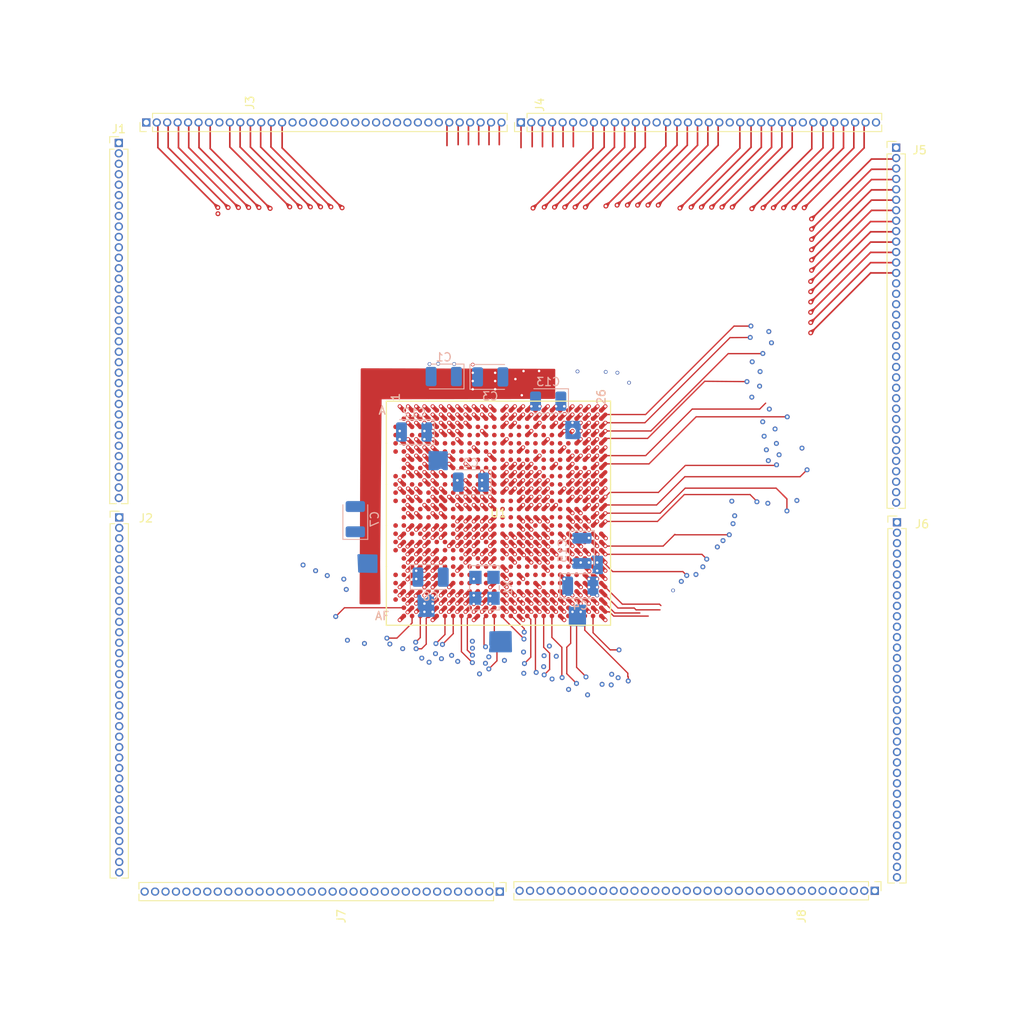
<source format=kicad_pcb>
(kicad_pcb (version 20240108) (generator "pcbnew") (generator_version "8.0")
  (layers (0 "F.Cu" power "BGA_PADS") (1 "In1.Cu" signal "VCCO") (2 "In2.Cu" signal "VCCINT_VCCAUX") (31 "B.Cu" power "GND_COPPER") (34 "B.Paste" user) (35 "F.Paste" user) (36 "B.SilkS" user "B.Silkscreen") (37 "F.SilkS" user "F.Silkscreen") (38 "B.Mask" user) (39 "F.Mask" user) (44 "Edge.Cuts" user))
  (net 0 "")
  (net 1 "unconnected-(U1A-IO_L18P_16-PadD5)")
  (net 3 "TMS")
  (net 4 "unconnected-(U1G-IO_L19P_17-PadAD13)")
  (net 5 "unconnected-(U1B-IO_L11N_CC_12-PadU5)")
  (net 6 "unconnected-(U1B-IO_L16N_12-PadN6)")
  (net 9 "unconnected-(U1F-IO_L4N_VREF_13-PadV26)")
  (net 11 "unconnected-(U1D-IO_L1P_11-PadF25)")
  (net 14 "unconnected-(U1G-IO_L3P_GC_D9_4-PadAC11)")
  (net 15 "unconnected-(U1C-IO_L11N_CC_15-PadC21)")
  (net 17 "unconnected-(U1G-IO_L19N_17-PadAD14)")
  (net 18 "unconnected-(U1F-IO_L9P_CC_SM0P_13-PadW24)")
  (net 22 "unconnected-(U1A-IO_L9P_CC_12-PadK5)")
  (net 23 "VccINT")
  (net 25 "unconnected-(U1B-IO_L15P_12-PadR6)")
  (net 27 "unconnected-(U1D-IO_L1N_11-PadG26)")
  (net 28 "unconnected-(U1F-IO_L17P_13-PadT22)")
  (net 29 "unconnected-(U1C-IO_L4P_15-PadB16)")
  (net 32 "VccAUX")
  (net 35 "unconnected-(U1G-IO_L7N_GC_VRP_4-PadAC14)")
  (net 37 "unconnected-(U1G-IO_L15P_13-PadAB24)")
  (net 38 "unconnected-(U1A-IO_L12N_VRP_12-PadL7)")
  (net 39 "unconnected-(U1D-IO_L12N_VRP_11-PadJ24)")
  (net 41 "unconnected-(U1F-IO_L11N_CC_13-PadW23)")
  (net 42 "unconnected-(U1C-IO_L9N_CC_18-PadAB5)")
  (net 43 "VCCO")
  (net 44 "unconnected-(U1F-IO_L12N_VRP_13-PadY25)")
  (net 46 "unconnected-(U1A-IO_L4N_VREF_16-PadA8)")
  (net 47 "unconnected-(U1E-IO_L10N_CC_SM15N_11-PadL22)")
  (net 50 "unconnected-(U1D-IO_L16P_15-PadD24)")
  (net 56 "unconnected-(U1C-IO_L12N_VRP_15-PadC22)")
  (net 57 "IO_L13N_18")
  (net 61 "unconnected-(U1A-IO_L5P_12-PadG4)")
  (net 63 "unconnected-(U1B-IO_L0N_12-PadY5)")
  (net 67 "IO_L15P_18")
  (net 69 "unconnected-(U1E-IO_L0P_SM8P_13-PadP26)")
  (net 70 "unconnected-(U1C-IO_L13P_16-PadB10)")
  (net 73 "unconnected-(U1A-IO_L14N_VREF_16-PadA3)")
  (net 80 "unconnected-(U1C-IO_L18P_15-PadB26)")
  (net 81 "unconnected-(U1D-IO_L0N_11-PadE25)")
  (net 82 "unconnected-(U1C-IO_L14N_VREF_18-PadAD4)")
  (net 84 "unconnected-(U1C-MGTTXP1_118-PadAE2)")
  (net 85 "unconnected-(U1G-IO_L15N_17-PadAD16)")
  (net 87 "unconnected-(U1G-IO_L13P_13-PadAA25)")
  (net 89 "unconnected-(U1B-IO_L15N_16-PadA12)")
  (net 90 "unconnected-(U1F-IO_L5N_SM4N_13-PadT25)")
  (net 92 "IO_L8N_CC_18")
  (net 93 "unconnected-(U1B-IO_L2N_12-PadW4)")
  (net 96 "unconnected-(U1C-IO_L17P_18-PadAC8)")
  (net 97 "unconnected-(U1E-IO_L3N_SM5N_13-PadR22)")
  (net 98 "unconnected-(U1D-IO_L2N_11-PadG25)")
  (net 101 "IO_L0P_18")
  (net 102 "unconnected-(U1C-IO_L15P_16-PadB11)")
  (net 103 "IO_L4P_17")
  (net 107 "TDO")
  (net 108 "unconnected-(U1A-IO_L7P_12-PadJ5)")
  (net 110 "unconnected-(U1A-IO_L7N_16-PadD6)")
  (net 112 "IO_L8P_CC_18")
  (net 115 "unconnected-(U1C-IO_L18N_15-PadC26)")
  (net 118 "unconnected-(U1E-IO_L17P_SM11P_11-PadM25)")
  (net 120 "unconnected-(U1F-IO_L8N_CC_SM1N_13-PadW25)")
  (net 121 "unconnected-(U1A-IO_L18N_16-PadE5)")
  (net 123 "unconnected-(U1G-IO_L7P_GC_VRN_4-PadAB14)")
  (net 128 "unconnected-(U1B-IO_L1N_15-PadA13)")
  (net 129 "unconnected-(U1C-IO_L5P_15-PadB17)")
  (net 130 "unconnected-(U1E-IO_L17N_SM11N_11-PadM24)")
  (net 132 "unconnected-(U1G-IO_L14P_13-PadAB25)")
  (net 135 "unconnected-(U1F-IO_L5P_SM4P_13-PadU25)")
  (net 136 "unconnected-(U1B-IO_L17N_15-PadA25)")
  (net 138 "unconnected-(U1G-IO_L0N_17-PadAD26)")
  (net 140 "unconnected-(U1F-IO_L1N_SM7N_13-PadR25)")
  (net 142 "unconnected-(U1B-IO_L4N_VREF_12-PadW6)")
  (net 145 "TDI")
  (net 146 "unconnected-(U1D-IO_L19P_15-PadD26)")
  (net 152 "unconnected-(U1C-IO_L16N_18-PadAC7)")
  (net 153 "IO_L6N_18")
  (net 154 "unconnected-(U1G-IO_L4N_GC_VREF_4-PadAC19)")
  (net 156 "unconnected-(U1C-IO_L10P_CC_18-PadAB6)")
  (net 160 "unconnected-(U1F-IO_L18N_13-PadV22)")
  (net 161 "unconnected-(U1G-IO_L13N_13-PadAB26)")
  (net 163 "unconnected-(U1B-IO_L6P_12-PadV6)")
  (net 164 "unconnected-(U1C-IO_L17P_15-PadB25)")
  (net 168 "unconnected-(U1D-IO_L13N_11-PadJ26)")
  (net 170 "unconnected-(U1A-IO_L3N_12-PadF5)")
  (net 172 "unconnected-(U1E-IO_L15P_SM13P_11-PadL24)")
  (net 174 "unconnected-(U1B-IO_L8P_CC_15-PadA20)")
  (net 175 "unconnected-(U1B-IO_L17P_12-PadM6)")
  (net 176 "unconnected-(U1G-IO_L6N_17-PadAC23)")
  (net 177 "unconnected-(U1F-IO_L6P_SM3P_13-PadT24)")
  (net 178 "unconnected-(U1D-IO_L6N_11-PadH22)")
  (net 180 "unconnected-(U1G-IO_L11P_CC_17-PadAC21)")
  (net 181 "unconnected-(U1B-IO_L6P_15-PadA18)")
  (net 182 "unconnected-(U1C-IO_L11P_CC_15-PadB21)")
  (net 183 "IO_L8P_CC_17")
  (net 184 "unconnected-(U1A-IO_L8N_CC_16-PadD8)")
  (net 186 "unconnected-(U1F-IO_L0N_SM8N_13-PadR26)")
  (net 187 "unconnected-(U1B-IO_L14N_VREF_15-PadA24)")
  (net 191 "unconnected-(U1G-IO_L8P_CC_GC_4-PadAC17)")
  (net 192 "unconnected-(U1C-IO_L1P_15-PadB14)")
  (net 193 "TCK")
  (net 195 "unconnected-(U1F-IO_L7N_SM2N_13-PadV24)")
  (net 197 "unconnected-(U1G-IO_L7P_17-PadAC22)")
  (net 198 "unconnected-(U1B-IO_L2P_15-PadA14)")
  (net 199 "unconnected-(U1E-IO_L10P_CC_SM15P_11-PadL23)")
  (net 202 "unconnected-(U1D-IO_L3N_11-PadG24)")
  (net 203 "unconnected-(U1G-IO_L5P_GC_4-PadAC12)")
  (net 206 "unconnected-(U1E-IO_L16N_SM12N_11-PadM26)")
  (net 210 "unconnected-(U1D-IO_L3P_11-PadF24)")
  (net 212 "unconnected-(U1C-IO_L9P_CC_18-PadAA5)")
  (net 214 "unconnected-(U1C-IO_L18P_18-PadAD9)")
  (net 215 "unconnected-(U1G-IO_L5N_17-PadAD23)")
  (net 216 "unconnected-(U1A-IO_L9N_CC_16-PadC6)")
  (net 217 "unconnected-(U1B-IO_L16P_12-PadP6)")
  (net 218 "IO_L6P_18")
  (net 219 "unconnected-(U1B-IO_L13N_16-PadA10)")
  (net 227 "unconnected-(U1E-IO_L19P_SM9P_11-PadN22)")
  (net 231 "unconnected-(U1B-IO_L13N_12-PadR5)")
  (net 232 "unconnected-(U1C-IO_L8N_CC_15-PadB20)")
  (net 233 "IO_L17P_17")
  (net 235 "unconnected-(U1C-IO_L16P_18-PadAD6)")
  (net 237 "unconnected-(U1A-IO_L4P_16-PadA9)")
  (net 239 "unconnected-(U1A-IO_L10N_CC_16-PadB7)")
  (net 242 "IO_L3P_17")
  (net 243 "unconnected-(U1E-IO_L1P_SM7P_13-PadP25)")
  (net 245 "unconnected-(U1A-IO_L10P_CC_16-PadA7)")
  (net 248 "unconnected-(U1G-IO_L6P_GC_4-PadAC18)")
  (net 249 "unconnected-(U1G-IO_L11N_CC_17-PadAD21)")
  (net 251 "IO_L3N_17")
  (net 255 "unconnected-(U1G-IO_L1N_17-PadAD24)")
  (net 258 "unconnected-(U1A-IO_L3P_16-PadH8)")
  (net 263 "unconnected-(U1D-IO_L6P_11-PadG22)")
  (net 266 "unconnected-(U1B-IO_L5N_15-PadA17)")
  (net 267 "unconnected-(U1A-IO_L11P_CC_16-PadD9)")
  (net 270 "unconnected-(U1D-IO_L13P_11-PadJ25)")
  (net 271 "unconnected-(U1D-IO_L19N_15-PadD25)")
  (net 277 "unconnected-(U1G-IO_L16P_17-PadAD15)")
  (net 279 "unconnected-(U1A-IO_L9P_CC_16-PadC7)")
  (net 282 "unconnected-(U1D-IO_L0P_11-PadE26)")
  (net 283 "IO_L17N_17")
  (net 284 "unconnected-(U1C-IO_L17N_18-PadAD8)")
  (net 289 "unconnected-(U1A-IO_L12P_VRN_16-PadB6)")
  (net 291 "unconnected-(U1F-IO_L17N_13-PadU22)")
  (net 293 "unconnected-(U1F-IO_L4P_13-PadU26)")
  (net 295 "unconnected-(U1C-IO_L17P_16-PadB12)")
  (net 296 "unconnected-(U1C-IO_L15P_15-PadB24)")
  (net 299 "unconnected-(U1D-IO_L7N_11-PadJ23)")
  (net 300 "unconnected-(U1C-IO_L12N_VRP_18-PadAD5)")
  (net 305 "unconnected-(U1D-IO_L4P_11-PadE23)")
  (net 306 "unconnected-(U1G-IO_L5N_GC_4-PadAC13)")
  (net 307 "unconnected-(U1C-IO_L0N_15-PadC14)")
  (net 309 "IO_L0P_17")
  (net 310 "unconnected-(U1A-IO_L12N_VRP_16-PadA5)")
  (net 311 "IO_L15N_18")
  (net 312 "unconnected-(U1E-IO_L16P_SM12P_11-PadN26)")
  (net 314 "unconnected-(U1E-IO_L18P_SM10P_11-PadN24)")
  (net 316 "unconnected-(U1F-IO_L8P_CC_SM1P_13-PadW26)")
  (net 319 "unconnected-(U1G-IO_L10N_CC_17-PadAD20)")
  (net 320 "unconnected-(U1E-IO_L9N_CC_11-PadK23)")
  (net 322 "unconnected-(U1F-IO_L6N_D6_2-PadAA14)")
  (net 323 "unconnected-(U1G-IO_L14N_VREF_13-PadAA24)")
  (net 325 "unconnected-(U1A-IO_L3P_12-PadG5)")
  (net 326 "unconnected-(U1B-IO_L13P_12-PadT5)")
  (net 327 "unconnected-(U1A-IO_L16N_16-PadB5)")
  (net 330 "unconnected-(U1G-IO_L0P_17-PadAC26)")
  (net 331 "unconnected-(U1C-IO_L7N_15-PadC18)")
  (net 332 "unconnected-(U1C-IO_L7P_15-PadB19)")
  (net 333 "unconnected-(U1E-IO_L15N_SM13N_11-PadK25)")
  (net 335 "unconnected-(U1A-IO_L8P_CC_16-PadC9)")
  (net 338 "unconnected-(U1A-IO_L6P_16-PadB9)")
  (net 340 "unconnected-(U1G-IO_L6P_17-PadAC24)")
  (net 341 "unconnected-(U1A-IO_L6N_16-PadC8)")
  (net 344 "unconnected-(U1C-IO_L13P_15-PadB22)")
  (net 347 "unconnected-(U1B-IO_L2P_12-PadY4)")
  (net 351 "unconnected-(U1B-IO_L6N_15-PadA19)")
  (net 354 "unconnected-(U1C-IO_L3P_15-PadB15)")
  (net 355 "IO_L9P_CC_17")
  (net 357 "unconnected-(U1B-IO_L14P_15-PadA23)")
  (net 361 "unconnected-(U1G-IO_L4P_18-PadAD10)")
  (net 362 "unconnected-(U1C-IO_L12P_VRN_18-PadAC6)")
  (net 363 "unconnected-(U1G-IO_L1P_17-PadAD25)")
  (net 365 "unconnected-(U1D-IO_L2P_11-PadH26)")
  (net 367 "IO_L13P_18")
  (net 369 "unconnected-(U1F-IO_L12P_VRN_13-PadY26)")
  (net 370 "CLK")
  (net 371 "unconnected-(U1B-IO_L2N_15-PadA15)")
  (net 372 "IO_L0N_18")
  (net 373 "unconnected-(U1E-IO_L9P_CC_11-PadK22)")
  (net 374 "unconnected-(U1B-IO_L13N_15-PadA22)")
  (net 375 "unconnected-(U1G-IO_L13N_17-PadAD18)")
  (net 376 "unconnected-(U1B-IO_L0P_12-PadY6)")
  (net 379 "unconnected-(U1G-IO_L10P_CC_17-PadAD19)")
  (net 380 "unconnected-(U1B-IO_L4P_12-PadW5)")
  (net 381 "unconnected-(U1E-IO_L2P_SM6P_13-PadP24)")
  (net 386 "unconnected-(U1C-IO_L18N_18-PadAC9)")
  (net 387 "unconnected-(U1G-IO_L2N_18-PadAD11)")
  (net 388 "unconnected-(U1E-IO_L14P_11-PadK26)")
  (net 391 "unconnected-(U1D-IO_L10P_CC_15-PadD21)")
  (net 392 "unconnected-(U1C-IO_L16N_15-PadC24)")
  (net 394 "GND")
  (net 464 "unconnected-(J3-Pin_7-Pad7)")
  (net 465 "unconnected-(J3-Pin_35-Pad35)")
  (net 466 "unconnected-(J3-Pin_10-Pad10)")
  (net 471 "unconnected-(J3-Pin_31-Pad31)")
  (net 472 "unconnected-(J3-Pin_30-Pad30)")
  (net 475 "unconnected-(J3-Pin_14-Pad14)")
  (net 476 "unconnected-(J3-Pin_9-Pad9)")
  (net 478 "unconnected-(J3-Pin_32-Pad32)")
  (net 480 "unconnected-(J3-Pin_11-Pad11)")
  (net 483 "unconnected-(J3-Pin_12-Pad12)")
  (net 485 "unconnected-(J3-Pin_13-Pad13)")
  (net 488 "unconnected-(J3-Pin_33-Pad33)")
  (net 491 "unconnected-(J3-Pin_34-Pad34)")
  (net 493 "unconnected-(J4-Pin_34-Pad34)")
  (net 494 "unconnected-(J4-Pin_11-Pad11)")
  (net 495 "unconnected-(J4-Pin_5-Pad5)")
  (net 496 "unconnected-(J4-Pin_26-Pad26)")
  (net 497 "unconnected-(J4-Pin_13-Pad13)")
  (net 498 "unconnected-(J4-Pin_24-Pad24)")
  (net 499 "unconnected-(J4-Pin_30-Pad30)")
  (net 500 "unconnected-(J4-Pin_2-Pad2)")
  (net 501 "unconnected-(J4-Pin_29-Pad29)")
  (net 502 "unconnected-(J4-Pin_6-Pad6)")
  (net 503 "unconnected-(J4-Pin_10-Pad10)")
  (net 506 "unconnected-(J4-Pin_25-Pad25)")
  (net 507 "unconnected-(J4-Pin_22-Pad22)")
  (net 508 "unconnected-(J4-Pin_8-Pad8)")
  (net 509 "unconnected-(J4-Pin_17-Pad17)")
  (net 510 "unconnected-(J4-Pin_23-Pad23)")
  (net 511 "unconnected-(J4-Pin_4-Pad4)")
  (net 513 "unconnected-(J4-Pin_1-Pad1)")
  (net 515 "unconnected-(J4-Pin_3-Pad3)")
  (net 516 "unconnected-(J4-Pin_31-Pad31)")
  (net 517 "unconnected-(J4-Pin_18-Pad18)")
  (net 518 "unconnected-(J4-Pin_27-Pad27)")
  (net 519 "unconnected-(J4-Pin_9-Pad9)")
  (net 520 "unconnected-(J4-Pin_12-Pad12)")
  (net 521 "unconnected-(J4-Pin_19-Pad19)")
  (net 523 "unconnected-(J4-Pin_32-Pad32)")
  (net 524 "unconnected-(J4-Pin_33-Pad33)")
  (net 525 "unconnected-(J4-Pin_16-Pad16)")
  (net 526 "unconnected-(J4-Pin_15-Pad15)")
  (net 527 "unconnected-(J4-Pin_20-Pad20)")
  (net 528 "IO_L18N_17")
  (net 529 "IO_L4N_VREF_17")
  (net 530 "IO_L2P_17")
  (net 531 "IO_L14P_18")
  (net 532 "IO_L15P_17")
  (net 533 "IO_L5P_17")
  (net 534 "IO_L12P_VRN_17")
  (net 535 "IO_L11P_CC_18")
  (net 536 "IO_L13P_17")
  (net 537 "IO_L12N_VRP_17")
  (net 538 "IO_L11N_CC_18")
  (net 539 "IO_L4N_VREF_18")
  (net 541 "IO_L14N_VREF_17")
  (net 542 "IO_L2N_17")
  (net 543 "IO_L9N_CC_17")
  (net 544 "IO_L8N_CC_17")
  (net 545 "IO_L14P_17")
  (net 546 "IO_L16N_17")
  (net 547 "IO_L2P_18")
  (net 554 "unconnected-(J5-Pin_4-Pad4)")
  (net 555 "unconnected-(J5-Pin_3-Pad3)")
  (net 557 "unconnected-(J5-Pin_13-Pad13)")
  (net 561 "unconnected-(J5-Pin_12-Pad12)")
  (net 567 "unconnected-(J5-Pin_8-Pad8)")
  (net 571 "unconnected-(J5-Pin_7-Pad7)")
  (net 572 "unconnected-(J5-Pin_2-Pad2)")
  (net 574 "unconnected-(J5-Pin_5-Pad5)")
  (net 575 "unconnected-(J5-Pin_11-Pad11)")
  (net 578 "unconnected-(J5-Pin_9-Pad9)")
  (net 582 "unconnected-(J5-Pin_10-Pad10)")
  (net 583 "unconnected-(J5-Pin_6-Pad6)")
  (net 690 "J5PIN1")
  (net 691 "IO_L14N_VREF_11")
  (net 692 "IO_L14P_16")
  (net 693 "IO_L16P_16")
  (net 694 "IO_L7P_16")
  (net 695 "unconnected-(U1A-IO_L10P_CC_12-PadK6)")
  (net 696 "unconnected-(U1A-IO_L1N_12-PadH6)")
  (net 697 "unconnected-(U1B-IO_L14P_12-PadM7)")
  (net 698 "unconnected-(U1C-IO_L15N_15-PadC23)")
  (net 699 "unconnected-(U1E-IO_L19N_SM9N_11-PadM22)")
  (net 700 "unconnected-(U1B-IO_L17N_12-PadN7)")
  (net 701 "unconnected-(U1E-IO_L3P_SM5P_13-PadR23)")
  (net 702 "unconnected-(U1A-IO_L7N_12-PadJ6)")
  (net 703 "unconnected-(U1D-IO_L12P_VRN_15-PadD23)")
  (footprint "Connector_PinHeader_1.27mm:PinHeader_1x35_P1.27mm_Vertical" (layer "F.Cu") (at 212.75 102.61)
    (property "Reference" "J5")
    (property "Value" "Conn_01x35_Pin")
  )
  (footprint "Connector_PinHeader_1.27mm:PinHeader_1x35_P1.27mm_Vertical" (layer "F.Cu") (at 121.59 99.55 90)
    (property "Reference" "J3")
    (property "Value" "Conn_01x35_Pin")
  )
  (footprint "Library:digikey665-FBGA_XIL" (layer "F.Cu") (at 164.4 147.075)
    (property "Reference" "U1")
    (property "Value" "XC5VLX30T-1FFG665C")
  )
  (footprint "Connector_PinHeader_1.27mm:PinHeader_1x35_P1.27mm_Vertical" (layer "F.Cu") (at 210.150001 193 -90)
    (property "Reference" "J8")
    (property "Value" "Conn_01x35_Pin")
  )
  (footprint "Connector_PinHeader_1.27mm:PinHeader_1x35_P1.27mm_Vertical" (layer "F.Cu") (at 212.85 148.18)
    (property "Reference" "J6")
    (property "Value" "Conn_01x35_Pin")
  )
  (footprint "Connector_PinHeader_1.27mm:PinHeader_1x35_P1.27mm_Vertical" (layer "F.Cu") (at 118.3 147.585)
    (property "Reference" "J2")
    (property "Value" "Conn_01x35_Pin")
  )
  (footprint "Connector_PinHeader_1.27mm:PinHeader_1x35_P1.27mm_Vertical" (layer "F.Cu") (at 164.570001 193.1 -90)
    (property "Reference" "J7")
    (property "Value" "Conn_01x35_Pin")
  )
  (footprint "Connector_PinHeader_1.27mm:PinHeader_1x35_P1.27mm_Vertical" (layer "F.Cu") (at 118.25 102.04)
    (property "Reference" "J1")
    (property "Value" "Conn_01x35_Pin")
  )
  (footprint "Connector_PinHeader_1.27mm:PinHeader_1x35_P1.27mm_Vertical" (layer "F.Cu") (at 167.12 99.55 90)
    (property "Reference" "J4")
    (property "Value" "Conn_01x35_Pin")
  )
  (footprint "Capacitor_Tantalum_SMD:CP_EIA-3528-12_Kemet-T" (layer "B.Cu") (at 174.549999 151.649999 -90)
    (property "Reference" "C15")
    (property "Value" "470uF")
  )
  (footprint "Capacitor_Tantalum_SMD:CP_EIA-3528-12_Kemet-T" (layer "B.Cu") (at 163.399999 130.499999)
    (property "Reference" "C3")
    (property "Value" "470uF")
  )
  (footprint "Capacitor_Tantalum_SMD:CP_EIA-3528-12_Kemet-T" (layer "B.Cu") (at 157.749999 130.449999 180)
    (property "Reference" "C1")
    (property "Value" "470uF")
  )
  (footprint "Capacitor_Tantalum_SMD:CP_EIA-3528-12_Kemet-T" (layer "B.Cu") (at 170.449999 133.449999 180)
    (property "Reference" "C13")
    (property "Value" "470uF")
  )
  (footprint "Capacitor_Tantalum_SMD:CP_EIA-3528-12_Kemet-T" (layer "B.Cu") (at 146.999999 147.799999 90)
    (property "Reference" "C7")
    (property "Value" "470uF")
  )
  (footprint "Capacitor_Tantalum_SMD:CP_EIA-3528-12_Kemet-T" (layer "B.Cu") (at 154.149999 137.199999 180)
    (property "Reference" "C12")
    (property "Value" "470uF")
  )
  (footprint "Capacitor_Tantalum_SMD:CP_EIA-3528-12_Kemet-T" (layer "B.Cu") (at 174.349999 155.949999)
    (property "Reference" "C4")
    (property "Value" "470uF")
  )
  (footprint "Capacitor_Tantalum_SMD:CP_EIA-3528-12_Kemet-T" (layer "B.Cu") (at 161.049999 143.299999 180)
    (property "Reference" "C2")
    (property "Value" "470uF")
  )
  (footprint "Oscillator:Oscillator_SMD_SeikoEpson_SG8002LB-4Pin_5.0x3.2mm" (layer "B.Cu") (at 162.7 156.15 90)
    (property "Reference" "X1")
    (property "Value" "SG-5032CCN")
  )
  (footprint "Capacitor_Tantalum_SMD:CP_EIA-3528-12_Kemet-T" (layer "B.Cu") (at 156.149999 154.849999)
    (property "Reference" "C8")
    (property "Value" "470uF")
  )
  (segment (start 155.9 137.575) (end 155.4 137.075) (width 0.5) (layer "F.Cu") (net 1))
  (via blind (at 155.4 137.075) (size 0.45) (drill 0.3) (layers "F.Cu" "In1.Cu") (remove_unused_layers yes) (net 1))
  (segment (start 163.899999 152.574999) (end 163.399999 153.074999) (width 0.5) (layer "F.Cu") (net 3))
  (via blind (at 163.399999 153.074999) (size 0.45) (drill 0.3) (layers "F.Cu" "In2.Cu") (remove_unused_layers yes) (net 3))
  (segment (start 163.9 157.575) (end 163.4 158.075) (width 0.5) (layer "F.Cu") (net 4))
  (via blind (at 163.4 158.075) (size 0.45) (drill 0.3) (layers "F.Cu" "In2.Cu") (remove_unused_layers yes) (net 4))
  (segment (start 155.9 150.575) (end 155.4 151.075) (width 0.5) (layer "F.Cu") (net 5))
  (via blind (at 155.4 151.075) (size 0.45) (drill 0.3) (layers "F.Cu" "In1.Cu") (remove_unused_layers yes) (net 5))
  (segment (start 156.9 146.575) (end 156.4 146.075) (width 0.5) (layer "F.Cu") (net 6))
  (via blind (at 156.4 146.075) (size 0.45) (drill 0.3) (layers "F.Cu" "In2.Cu") (remove_unused_layers yes) (net 6))
  (segment (start 189.135 152.075) (end 177.4 152.075) (width 0.16) (layer "F.Cu") (net 9))
  (segment (start 176.9 151.575) (end 177.4 152.075) (width 0.5) (layer "F.Cu") (net 9))
  (segment (start 189.72 152.66) (end 189.135 152.075) (width 0.16) (layer "F.Cu") (net 9))
  (via (at 189.72 152.66) (size 0.6) (drill 0.3) (layers "F.Cu" "B.Cu") (net 9))
  (via blind (at 177.4 152.075) (size 0.45) (drill 0.3) (layers "F.Cu" "In1.Cu") (remove_unused_layers yes) (net 9))
  (segment (start 175.9 139.575) (end 176.4 139.075) (width 0.5) (layer "F.Cu") (net 11))
  (via (at 196.15 131.62) (size 0.6) (drill 0.3) (layers "F.Cu" "B.Cu") (net 11))
  (via blind (at 176.4 139.075) (size 0.45) (drill 0.3) (layers "F.Cu" "In2.Cu") (remove_unused_layers yes) (net 11))
  (segment (start 161.9 156.575) (end 161.4 157.075) (width 0.5) (layer "F.Cu") (net 14))
  (via blind (at 161.4 157.075) (size 0.45) (drill 0.3) (layers "F.Cu" "In1.Cu") (remove_unused_layers yes) (net 14))
  (segment (start 171.9 136.575) (end 172.4 136.075) (width 0.5) (layer "F.Cu") (net 15))
  (via (at 177.44 129.89) (size 0.45) (drill 0.3) (layers "F.Cu" "B.Cu") (net 15))
  (via blind (at 172.4 136.075) (size 0.45) (drill 0.3) (layers "F.Cu" "In2.Cu") (remove_unused_layers yes) (net 15))
  (segment (start 164.9 157.575) (end 165.4 158.075) (width 0.5) (layer "F.Cu") (net 17))
  (via blind (at 165.4 158.075) (size 0.45) (drill 0.3) (layers "F.Cu" "In1.Cu") (remove_unused_layers yes) (net 17))
  (segment (start 174.9 152.575) (end 175.4 153.075) (width 0.5) (layer "F.Cu") (net 18))
  (via (at 188.41 154.53) (size 0.6) (drill 0.3) (layers "F.Cu" "B.Cu") (net 18))
  (via blind (at 175.4 153.075) (size 0.45) (drill 0.3) (layers "F.Cu" "In2.Cu") (remove_unused_layers yes) (net 18))
  (segment (start 155.9 143.575) (end 155.4 143.075) (width 0.5) (layer "F.Cu") (net 22))
  (via blind (at 155.4 143.075) (size 0.45) (drill 0.3) (layers "F.Cu" "In1.Cu") (remove_unused_layers yes) (net 22))
  (segment (start 167.899999 145.574999) (end 168.399999 145.074999) (width 0.5) (layer "F.Cu") (net 23))
  (segment (start 162.899999 148.574999) (end 162.399999 149.074999) (width 0.5) (layer "F.Cu") (net 23))
  (segment (start 166.9 150.575) (end 167.399999 151.074999) (width 0.5) (layer "F.Cu") (net 23))
  (segment (start 153.849999 156.624999) (end 153.349999 157.124999) (width 0.5) (layer "F.Cu") (net 23))
  (segment (start 166.899999 146.574999) (end 167.399999 146.074999) (width 0.5) (layer "F.Cu") (net 23))
  (segment (start 163.899999 149.574999) (end 163.399999 150.074999) (width 0.5) (layer "F.Cu") (net 23))
  (segment (start 154.899999 138.574999) (end 154.399999 138.074999) (width 0.5) (layer "F.Cu") (net 23))
  (segment (start 166.899999 142.574999) (end 167.399999 142.074999) (width 0.5) (layer "F.Cu") (net 23))
  (segment (start 168.9 152.575) (end 169.399999 153.074999) (width 0.5) (layer "F.Cu") (net 23))
  (segment (start 160.899999 146.574999) (end 160.399999 146.074999) (width 0.5) (layer "F.Cu") (net 23))
  (segment (start 161.899999 147.574999) (end 161.399999 148.074999) (width 0.5) (layer "F.Cu") (net 23))
  (segment (start 164.899999 144.574999) (end 165.399999 144.074999) (width 0.5) (layer "F.Cu") (net 23))
  (segment (start 167.9 151.575) (end 168.399999 152.074999) (width 0.5) (layer "F.Cu") (net 23))
  (segment (start 161.899999 149.574999) (end 161.399999 150.074999) (width 0.5) (layer "F.Cu") (net 23))
  (segment (start 163.899999 143.574999) (end 163.399999 143.074999) (width 0.5) (layer "F.Cu") (net 23))
  (segment (start 165.9 149.575) (end 166.399999 150.074999) (width 0.5) (layer "F.Cu") (net 23))
  (segment (start 164.899999 150.574999) (end 165.399998 151.074998) (width 0.5) (layer "F.Cu") (net 23))
  (segment (start 164.899999 142.574999) (end 165.399999 142.074999) (width 0.5) (layer "F.Cu") (net 23))
  (segment (start 167.899999 147.574999) (end 168.399998 148.074998) (width 0.5) (layer "F.Cu") (net 23))
  (segment (start 166.899999 144.574999) (end 167.399999 144.074999) (width 0.5) (layer "F.Cu") (net 23))
  (segment (start 154.9 144.575) (end 154.4 144.075) (width 0.5) (layer "F.Cu") (net 23))
  (segment (start 168.9 150.575) (end 169.399999 151.074999) (width 0.5) (layer "F.Cu") (net 23))
  (segment (start 168.899999 144.574999) (end 169.399999 144.074999) (width 0.5) (layer "F.Cu") (net 23))
  (segment (start 153.899999 138.574999) (end 153.399999 138.074999) (width 0.5) (layer "F.Cu") (net 23))
  (segment (start 160.899999 150.574999) (end 160.399999 151.074999) (width 0.5) (layer "F.Cu") (net 23))
  (segment (start 167.899999 143.574999) (end 168.399999 143.074999) (width 0.5) (layer "F.Cu") (net 23))
  (segment (start 165.899999 143.574999) (end 166.399999 143.074999) (width 0.5) (layer "F.Cu") (net 23))
  (segment (start 160.899999 148.574999) (end 160.399999 149.074999) (width 0.5) (layer "F.Cu") (net 23))
  (segment (start 163.899999 147.574999) (end 163.399999 148.074999) (width 0.5) (layer "F.Cu") (net 23))
  (segment (start 168.899999 142.574999) (end 169.399999 142.074999) (width 0.5) (layer "F.Cu") (net 23))
  (segment (start 154.849999 156.624999) (end 154.349999 157.124999) (width 0.5) (layer "F.Cu") (net 23))
  (segment (start 160.899999 144.574999) (end 160.399999 144.074999) (width 0.5) (layer "F.Cu") (net 23))
  (segment (start 161.849999 145.524999) (end 161.349999 145.024999) (width 0.5) (layer "F.Cu") (net 23))
  (segment (start 154.899999 150.574999) (end 154.399999 151.074999) (width 0.5) (layer "F.Cu") (net 23))
  (segment (start 167.9 149.575) (end 168.399999 150.074999) (width 0.5) (layer "F.Cu") (net 23))
  (segment (start 166.9 148.575) (end 167.399999 149.074999) (width 0.5) (layer "F.Cu") (net 23))
  (segment (start 165.899999 151.574999) (end 166.399998 152.074998) (width 0.5) (layer "F.Cu") (net 23))
  (segment (start 153.9 144.575) (end 153.4 144.075) (width 0.5) (layer "F.Cu") (net 23))
  (segment (start 165.899999 141.574999) (end 166.399999 141.074999) (width 0.5) (layer "F.Cu") (net 23))
  (segment (start 162.899999 146.574999) (end 162.399999 146.074999) (width 0.5) (layer "F.Cu") (net 23))
  (segment (start 162.899999 144.574999) (end 162.399999 144.074999) (width 0.5) (layer "F.Cu") (net 23))
  (segment (start 153.849999 150.624999) (end 153.349999 151.124999) (width 0.5) (layer "F.Cu") (net 23))
  (segment (start 169.899999 143.574999) (end 170.399999 143.074999) (width 0.5) (layer "F.Cu") (net 23))
  (segment (start 167.899999 141.574999) (end 168.399999 141.074999) (width 0.5) (layer "F.Cu") (net 23))
  (segment (start 168.899999 146.574999) (end 169.399999 146.074999) (width 0.5) (layer "F.Cu") (net 23))
  (segment (start 163.899999 145.574999) (end 163.399999 145.074999) (width 0.5) (layer "F.Cu") (net 23))
  (via blind (at 169.399999 146.074999) (size 0.45) (drill 0.3) (layers "F.Cu" "In2.Cu") (remove_unused_layers yes) (zone_layer_connections "In2.Cu") (net 23))
  (via blind (at 167.399999 142.074999) (size 0.45) (drill 0.3) (layers "F.Cu" "In2.Cu") (remove_unused_layers yes) (zone_layer_connections "In2.Cu") (net 23))
  (via blind (at 162.399999 149.074999) (size 0.45) (drill 0.3) (layers "F.Cu" "In2.Cu") (remove_unused_layers yes) (zone_layer_connections "In2.Cu") (net 23))
  (via blind (at 164 130) (size 0.45) (drill 0.3) (layers "F.Cu" "In2.Cu") (net 23))
  (via blind (at 163.399999 145.074999) (size 0.45) (drill 0.3) (layers "F.Cu" "In2.Cu") (remove_unused_layers yes) (zone_layer_connections "In2.Cu") (net 23))
  (via blind (at 166.399999 141.074999) (size 0.45) (drill 0.3) (layers "F.Cu" "In2.Cu") (remove_unused_layers yes) (zone_layer_connections "In2.Cu") (net 23))
  (via blind (at 165.399999 142.074999) (size 0.45) (drill 0.3) (layers "F.Cu" "In2.Cu") (remove_unused_layers yes) (zone_layer_connections "In2.Cu") (net 23))
  (via blind (at 167.24 132.73) (size 0.45) (drill 0.3) (layers "F.Cu" "In2.Cu") (net 23))
  (via blind (at 167.399999 151.074999) (size 0.45) (drill 0.3) (layers "F.Cu" "In2.Cu") (remove_unused_layers yes) (zone_layer_connections "In2.Cu") (net 23))
  (via blind (at 163.399999 150.074999) (size 0.45) (drill 0.3) (layers "F.Cu" "In2.Cu") (remove_unused_layers yes) (zone_layer_connections "In2.Cu") (net 23))
  (via blind (at 161.275 132) (size 0.45) (drill 0.3) (layers "F.Cu" "In2.Cu") (net 23))
  (via blind (at 160.399999 146.074999) (size 0.45) (drill 0.3) (layers "F.Cu" "In2.Cu") (remove_unused_layers yes) (zone_layer_connections "In2.Cu") (net 23))
  (via blind (at 165.399998 151.074998) (size 0.45) (drill 0.3) (layers "F.Cu" "In2.Cu") (remove_unused_layers yes) (zone_layer_connections "In2.Cu") (net 23))
  (via blind (at 161.399999 148.074999) (size 0.45) (drill 0.3) (layers "F.Cu" "In2.Cu") (remove_unused_layers yes) (zone_layer_connections "In2.Cu") (net 23))
  (via blind (at 162.399999 144.074999) (size 0.45) (drill 0.3) (layers "F.Cu" "In2.Cu") (remove_unused_layers yes) (zone_layer_connections "In2.Cu") (net 23))
  (via blind (at 161.275 129) (size 0.45) (drill 0.3) (layers "F.Cu" "In2.Cu") (net 23))
  (via blind (at 163.399999 143.074999) (size 0.45) (drill 0.3) (layers "F.Cu" "In2.Cu") (remove_unused_layers yes) (zone_layer_connections "In2.Cu") (net 23))
  (via blind (at 166.4625 130.762501) (size 0.45) (drill 0.3) (layers "F.Cu" "In2.Cu") (net 23))
  (via blind (at 168.399998 148.074998) (size 0.45) (drill 0.3) (layers "F.Cu" "In2.Cu") (remove_unused_layers yes) (zone_layer_connections "In2.Cu") (net 23))
  (via blind (at 160.399999 144.074999) (size 0.45) (drill 0.3) (layers "F.Cu" "In2.Cu") (remove_unused_layers yes) (zone_layer_connections "In2.Cu") (net 23))
  (via blind (at 153.349999 151.124999) (size 0.45) (drill 0.3) (layers "F.Cu" "In2.Cu") (remove_unused_layers yes) (zone_layer_connections "In2.Cu") (net 23))
  (via blind (at 168.399999 145.074999) (size 0.45) (drill 0.3) (layers "F.Cu" "In2.Cu") (remove_unused_layers yes) (zone_layer_connections "In2.Cu") (net 23))
  (via blind (at 154.399999 151.074999) (size 0.45) (drill 0.3) (layers "F.Cu" "In2.Cu") (remove_unused_layers yes) (zone_layer_connections "In2.Cu") (net 23))
  (via blind (at 169.399999 153.074999) (size 0.45) (drill 0.3) (layers "F.Cu" "In2.Cu") (remove_unused_layers yes) (zone_layer_connections "In2.Cu") (net 23))
  (via blind (at 170.399999 143.074999) (size 0.45) (drill 0.3) (layers "F.Cu" "In2.Cu") (remove_unused_layers yes) (zone_layer_connections "In2.Cu") (net 23))
  (via blind (at 161.349999 145.024999) (size 0.45) (drill 0.3) (layers "F.Cu" "In2.Cu") (remove_unused_layers yes) (zone_layer_connections "In2.Cu") (net 23))
  (via blind (at 164 132) (size 0.45) (drill 0.3) (layers "F.Cu" "In2.Cu") (net 23))
  (via blind (at 164 131) (size 0.45) (drill 0.3) (layers "F.Cu" "In2.Cu") (net 23))
  (via blind (at 153.399999 138.074999) (size 0.45) (drill 0.3) (layers "F.Cu" "In2.Cu") (remove_unused_layers yes) (zone_layer_connections "In2.Cu") (net 23))
  (via blind (at 169.399999 144.074999) (size 0.45) (drill 0.3) (layers "F.Cu" "In2.Cu") (remove_unused_layers yes) (zone_layer_connections "In2.Cu") (net 23))
  (via blind (at 168.399999 143.074999) (size 0.45) (drill 0.3) (layers "F.Cu" "In2.Cu") (remove_unused_layers yes) (zone_layer_connections "In2.Cu") (net 23))
  (via blind (at 161.275 131) (size 0.45) (drill 0.3) (layers "F.Cu" "In2.Cu") (net 23))
  (via blind (at 167.399999 144.074999) (size 0.45) (drill 0.3) (layers "F.Cu" "In2.Cu") (remove_unused_layers yes) (zone_layer_connections "In2.Cu") (net 23))
  (via blind (at 168.399999 152.074999) (size 0.45) (drill 0.3) (layers "F.Cu" "In2.Cu") (remove_unused_layers yes) (zone_layer_connections "In2.Cu") (net 23))
  (via blind (at 168.399999 150.074999) (size 0.45) (drill 0.3) (layers "F.Cu" "In2.Cu") (remove_unused_layers yes) (zone_layer_connections "In2.Cu") (net 23))
  (via blind (at 166.399999 143.074999) (size 0.45) (drill 0.3) (layers "F.Cu" "In2.Cu") (remove_unused_layers yes) (zone_layer_connections "In2.Cu") (net 23))
  (via blind (at 154.349999 157.124999) (size 0.45) (drill 0.3) (layers "F.Cu" "In2.Cu") (remove_unused_layers yes) (zone_layer_connections "In2.Cu") (net 23))
  (via blind (at 168.399999 141.074999) (size 0.45) (drill 0.3) (layers "F.Cu" "In2.Cu") (remove_unused_layers yes) (zone_layer_connections "In2.Cu") (net 23))
  (via blind (at 162.399999 146.074999) (size 0.45) (drill 0.3) (layers "F.Cu" "In2.Cu") (remove_unused_layers yes) (zone_layer_connections "In2.Cu") (net 23))
  (via blind (at 166.399998 152.074998) (size 0.45) (drill 0.3) (layers "F.Cu" "In2.Cu") (remove_unused_layers yes) (zone_layer_connections "In2.Cu") (net 23))
  (via blind (at 154.4 144.075) (size 0.45) (drill 0.3) (layers "F.Cu" "In2.Cu") (remove_unused_layers yes) (zone_layer_connections "In2.Cu") (net 23))
  (via blind (at 167.399999 146.074999) (size 0.45) (drill 0.3) (layers "F.Cu" "In2.Cu") (remove_unused_layers yes) (zone_layer_connections "In2.Cu") (net 23))
  (via blind (at 169.34 129.78) (size 0.45) (drill 0.3) (layers "F.Cu" "In2.Cu") (net 23))
  (via blind (at 166.399999 150.074999) (size 0.45) (drill 0.3) (layers "F.Cu" "In2.Cu") (remove_unused_layers yes) (zone_layer_connections "In2.Cu") (net 23))
  (via blind (at 161.275 130) (size 0.45) (drill 0.3) (layers "F.Cu" "In2.Cu") (net 23))
  (via blind (at 153.349999 157.124999) (size 0.45) (drill 0.3) (layers "F.Cu" "In2.Cu") (remove_unused_layers yes) (zone_layer_connections "In2.Cu") (net 23))
  (via blind (at 154.399999 138.074999) (size 0.45) (drill 0.3) (layers "F.Cu" "In2.Cu") (remove_unused_layers yes) (zone_layer_connections "In2.Cu") (net 23))
  (via blind (at 163.399999 148.074999) (size 0.45) (drill 0.3) (layers "F.Cu" "In2.Cu") (remove_unused_layers yes) (zone_layer_connections "In2.Cu") (net 23))
  (via blind (at 167.399999 149.074999) (size 0.45) (drill 0.3) (layers "F.Cu" "In2.Cu") (remove_unused_layers yes) (zone_layer_connections "In2.Cu") (net 23))
  (via blind (at 153.4 144.075) (size 0.45) (drill 0.3) (layers "F.Cu" "In2.Cu") (remove_unused_layers yes) (zone_layer_connections "In2.Cu") (net 23))
  (via blind (at 169.399999 151.074999) (size 0.45) (drill 0.3) (layers "F.Cu" "In2.Cu") (remove_unused_layers yes) (zone_layer_connections "In2.Cu") (net 23))
  (via blind (at 160.399999 149.074999) (size 0.45) (drill 0.3) (layers "F.Cu" "In2.Cu") (remove_unused_layers yes) (zone_layer_connections "In2.Cu") (net 23))
  (via blind (at 160.399999 151.074999) (size 0.45) (drill 0.3) (layers "F.Cu" "In2.Cu") (remove_unused_layers yes) (zone_layer_connections "In2.Cu") (net 23))
  (via blind (at 161.399999 150.074999) (size 0.45) (drill 0.3) (layers "F.Cu" "In2.Cu") (remove_unused_layers yes) (zone_layer_connections "In2.Cu") (net 23))
  (via blind (at 169.399999 142.074999) (size 0.45) (drill 0.3) (layers "F.Cu" "In2.Cu") (remove_unused_layers yes) (zone_layer_connections "In2.Cu") (net 23))
  (via blind (at 167.45 129.79) (size 0.45) (drill 0.3) (layers "F.Cu" "In2.Cu") (net 23))
  (via blind (at 165.399999 144.074999) (size 0.45) (drill 0.3) (layers "F.Cu" "In2.Cu") (remove_unused_layers yes) (zone_layer_connections "In2.Cu") (net 23))
  (via blind (at 164.399999 145.074999) (size 0.45) (drill 0.3) (layers "In2.Cu" "B.Cu") (remove_unused_layers yes) (zone_layer_connections "In2.Cu") (net 23))
  (segment (start 156.95 148.575) (end 156.45 149.075) (width 0.5) (layer "F.Cu") (net 25))
  (via blind (at 156.45 149.075) (size 0.45) (drill 0.3) (layers "F.Cu" "In2.Cu") (remove_unused_layers yes) (net 25))
  (segment (start 176.9 140.575) (end 177.4 140.075) (width 0.5) (layer "F.Cu") (net 27))
  (segment (start 177.4 140.075) (end 182.295 140.075) (width 0.16) (layer "F.Cu") (net 27))
  (segment (start 182.295 140.075) (end 187.96 134.41) (width 0.16) (layer "F.Cu") (net 27))
  (segment (start 187.96 134.41) (end 196.16 134.41) (width 0.16) (layer "F.Cu") (net 27))
  (segment (start 196.16 134.41) (end 196.88 133.69) (width 0.16) (layer "F.Cu") (net 27))
  (segment (start 172.9 149.575) (end 173.4 150.075) (width 0.5) (layer "F.Cu") (net 28))
  (via (at 193.12 147.39) (size 0.6) (drill 0.3) (layers "F.Cu" "B.Cu") (net 28))
  (via blind (at 173.4 150.075) (size 0.45) (drill 0.3) (layers "F.Cu" "In2.Cu") (remove_unused_layers yes) (net 28))
  (segment (start 166.9 135.575) (end 167.4 135.075) (width 0.5) (layer "F.Cu") (net 29))
  (via blind (at 167.4 135.075) (size 0.45) (drill 0.3) (layers "F.Cu" "In1.Cu") (remove_unused_layers yes) (net 29))
  (segment (start 160.899999 152.574999) (end 160.399999 153.074999) (width 0.5) (layer "F.Cu") (net 32))
  (segment (start 158.899999 150.574999) (end 158.399999 151.074999) (width 0.5) (layer "F.Cu") (net 32))
  (segment (start 170.899999 146.574999) (end 171.399999 146.074999) (width 0.5) (layer "F.Cu") (net 32))
  (segment (start 159.899999 145.574999) (end 159.399999 145.074999) (width 0.5) (layer "F.Cu") (net 32))
  (segment (start 169.899999 145.574999) (end 170.399999 145.074999) (width 0.5) (layer "F.Cu") (net 32))
  (segment (start 169.9 149.575) (end 170.399999 150.074999) (width 0.5) (layer "F.Cu") (net 32))
  (segment (start 169.9 153.575) (end 170.399999 154.074999) (width 0.5) (layer "F.Cu") (net 32))
  (segment (start 159.899999 147.574999) (end 159.399999 148.074999) (width 0.5) (layer "F.Cu") (net 32))
  (segment (start 159.899999 143.574999) (end 159.399999 143.074999) (width 0.5) (layer "F.Cu") (net 32))
  (segment (start 159.899999 149.574999) (end 159.399999 150.074999) (width 0.5) (layer "F.Cu") (net 32))
  (segment (start 169.9 147.575) (end 170.399999 148.074999) (width 0.5) (layer "F.Cu") (net 32))
  (segment (start 169.9 151.575) (end 170.399999 152.074999) (width 0.5) (layer "F.Cu") (net 32))
  (via blind (at 159.399999 150.074999) (size 0.45) (drill 0.3) (layers "F.Cu" "In2.Cu") (remove_unused_layers yes) (zone_layer_connections "In2.Cu") (net 32))
  (via blind (at 170.399999 150.074999) (size 0.45) (drill 0.3) (layers "F.Cu" "In2.Cu") (remove_unused_layers yes) (zone_layer_connections "In2.Cu") (net 32))
  (via blind (at 170.399999 148.074999) (size 0.45) (drill 0.3) (layers "F.Cu" "In2.Cu") (remove_unused_layers yes) (zone_layer_connections "In2.Cu") (net 32))
  (via blind (at 170.399999 145.074999) (size 0.45) (drill 0.3) (layers "F.Cu" "In2.Cu") (remove_unused_layers yes) (zone_layer_connections "In2.Cu") (net 32))
  (via blind (at 159.399999 148.074999) (size 0.45) (drill 0.3) (layers "F.Cu" "In2.Cu") (remove_unused_layers yes) (zone_layer_connections "In2.Cu") (net 32))
  (via blind (at 170.399999 152.074999) (size 0.45) (drill 0.3) (layers "F.Cu" "In2.Cu") (remove_unused_layers yes) (zone_layer_connections "In2.Cu") (net 32))
  (via blind (at 160.399999 153.074999) (size 0.45) (drill 0.3) (layers "F.Cu" "In2.Cu") (remove_unused_layers yes) (zone_layer_connections "In2.Cu") (net 32))
  (via blind (at 159.399999 145.074999) (size 0.45) (drill 0.3) (layers "F.Cu" "In2.Cu") (remove_unused_layers yes) (zone_layer_connections "In2.Cu") (net 32))
  (via blind (at 159.399999 143.074999) (size 0.45) (drill 0.3) (layers "F.Cu" "In2.Cu") (remove_unused_layers yes) (zone_layer_connections "In2.Cu") (net 32))
  (via blind (at 170.399999 154.074999) (size 0.45) (drill 0.3) (layers "F.Cu" "In2.Cu") (remove_unused_layers yes) (zone_layer_connections "In2.Cu") (net 32))
  (via blind (at 171.399999 146.074999) (size 0.45) (drill 0.3) (layers "F.Cu" "In2.Cu") (remove_unused_layers yes) (zone_layer_connections "In2.Cu") (net 32))
  (via blind (at 158.399999 151.074999) (size 0.45) (drill 0.3) (layers "F.Cu" "In2.Cu") (remove_unused_layers yes) (zone_layer_connections "In2.Cu") (net 32))
  (segment (start 164.9 156.575) (end 165.4 157.075) (width 0.5) (layer "F.Cu") (net 35))
  (via blind (at 165.4 157.075) (size 0.45) (drill 0.3) (layers "F.Cu" "In1.Cu") (remove_unused_layers yes) (net 35))
  (segment (start 174.9 155.575) (end 175.4 156.075) (width 0.5) (layer "F.Cu") (net 37))
  (via blind (at 175.4 156.075) (size 0.45) (drill 0.3) (layers "F.Cu" "In1.Cu") (remove_unused_layers yes) (net 37))
  (segment (start 157.9 144.575) (end 157.4 144.075) (width 0.5) (layer "F.Cu") (net 38))
  (via blind (at 157.4 144.075) (size 0.45) (drill 0.3) (layers "F.Cu" "In2.Cu") (remove_unused_layers yes) (net 38))
  (segment (start 174.9 142.575) (end 175.4 142.075) (width 0.5) (layer "F.Cu") (net 39))
  (via blind (at 175.4 142.075) (size 0.45) (drill 0.3) (layers "F.Cu" "In2.Cu") (remove_unused_layers yes) (net 39))
  (via (at 196.53 135.96) (size 0.6) (drill 0.3) (layers "F.Cu" "B.Cu") (net 39))
  (segment (start 173.9 152.575) (end 174.4 153.075) (width 0.5) (layer "F.Cu") (net 41))
  (via (at 186.63 155.37) (size 0.6) (drill 0.3) (layers "F.Cu" "B.Cu") (net 41))
  (via blind (at 174.4 153.075) (size 0.45) (drill 0.3) (layers "F.Cu" "In2.Cu") (remove_unused_layers yes) (net 41))
  (segment (start 155.9 155.575) (end 155.4 156.075) (width 0.5) (layer "F.Cu") (net 42))
  (via (at 145.9 156.35) (size 0.6) (drill 0.3) (layers "F.Cu" "B.Cu") (net 42))
  (via blind (at 155.4 156.075) (size 0.45) (drill 0.3) (layers "F.Cu" "In2.Cu") (remove_unused_layers yes) (net 42))
  (segment (start 162.899999 142.574999) (end 162.399999 142.074999) (width 0.5) (layer "F.Cu") (net 43))
  (segment (start 171.899999 139.574999) (end 172.399999 139.074999) (width 0.5) (layer "F.Cu") (net 43))
  (segment (start 174.9 148.575) (end 175.399999 149.074999) (width 0.5) (layer "F.Cu") (net 43))
  (segment (start 167.9 157.575) (end 168.399999 158.074999) (width 0.5) (layer "F.Cu") (net 43))
  (segment (start 170.9 156.575) (end 171.399999 157.074999) (width 0.5) (layer "F.Cu") (net 43))
  (segment (start 156.899999 154.574999) (end 156.399999 155.074999) (width 0.5) (layer "F.Cu") (net 43))
  (segment (start 173.9 151.575) (end 174.4 152.075) (width 0.5) (layer "F.Cu") (net 43))
  (segment (start 156.899999 144.574999) (end 156.399999 144.074999) (width 0.5) (layer "F.Cu") (net 43))
  (segment (start 157.9 149.575) (end 157.4 150.075) (width 0.5) (layer "F.Cu") (net 43))
  (segment (start 174.9 158.575) (end 175.399999 159.074999) (width 0.5) (layer "F.Cu") (net 43))
  (segment (start 160.899999 136.574999) (end 160.399999 136.074999) (width 0.5) (layer "F.Cu") (net 43))
  (segment (start 173.899999 145.574999) (end 174.399999 145.074999) (width 0.5) (layer "F.Cu") (net 43))
  (segment (start 158.899999 140.574999) (end 158.399999 140.074999) (width 0.5) (layer "F.Cu") (net 43))
  (segment (start 172.899999 152.574999) (end 173.399998 153.074998) (width 0.5) (layer "F.Cu") (net 43))
  (segment (start 167.899999 137.574999) (end 168.399999 137.074999) (width 0.5) (layer "F.Cu") (net 43))
  (segment (start 168.899999 140.574999) (end 169.399999 140.074999) (width 0.5) (layer "F.Cu") (net 43))
  (segment (start 174.899999 138.574999) (end 175.399999 138.074999) (width 0.5) (layer "F.Cu") (net 43))
  (segment (start 175.899999 141.574999) (end 176.399999 141.074999) (width 0.5) (layer "F.Cu") (net 43))
  (segment (start 173.929289 155.574999) (end 174.429288 156.074998) (width 0.5) (layer "F.Cu") (net 43))
  (segment (start 157.899999 157.574999) (end 157.399999 158.074999) (width 0.5) (layer "F.Cu") (net 43))
  (segment (start 163.899999 135.574999) (end 163.399999 135.074999) (width 0.5) (layer "F.Cu") (net 43))
  (segment (start 163.899999 155.574999) (end 163.399999 156.074999) (width 0.5) (layer "F.Cu") (net 43))
  (segment (start 157.899999 147.574999) (end 157.399999 147.074999) (width 0.5) (layer "F.Cu") (net 43))
  (segment (start 173.9 146.575) (end 174.4 147.075) (width 0.5) (layer "F.Cu") (net 43))
  (segment (start 157.899999 137.574999) (end 157.399999 137.074999) (width 0.5) (layer "F.Cu") (net 43))
  (segment (start 166.9 154.575) (end 167.399999 155.074999) (width 0.5) (layer "F.Cu") (net 43))
  (segment (start 173.9 147.575) (end 174.4 148.075) (width 0.5) (layer "F.Cu") (net 43))
  (segment (start 157.9 148.575) (end 157.4 149.075) (width 0.5) (layer "F.Cu") (net 43))
  (segment (start 164.899999 138.574999) (end 165.399999 138.074999) (width 0.5) (layer "F.Cu") (net 43))
  (segment (start 172.899999 142.574999) (end 173.399999 142.074999) (width 0.5) (layer "F.Cu") (net 43))
  (segment (start 164.9 158.575) (end 165.399999 159.074999) (width 0.5) (layer "F.Cu") (net 43))
  (segment (start 175.929289 151.574999) (end 176.429288 152.074998) (width 0.5) (layer "F.Cu") (net 43))
  (segment (start 160.85 156.625) (end 160.35 157.125) (width 0.5) (layer "F.Cu") (net 43))
  (segment (start 161.899999 139.574999) (end 161.399999 139.074999) (width 0.5) (layer "F.Cu") (net 43))
  (segment (start 155.899999 141.574999) (end 155.399999 141.074999) (width 0.5) (layer "F.Cu") (net 43))
  (segment (start 173.899999 135.574999) (end 174.399999 135.074999) (width 0.5) (layer "F.Cu") (net 43))
  (via blind (at 165.399999 138.074999) (size 0.45) (drill 0.3) (layers "F.Cu" "In1.Cu") (remove_unused_layers yes) (zone_layer_connections "In1.Cu") (net 43))
  (via blind (at 175.399999 149.074999) (size 0.45) (drill 0.3) (layers "F.Cu" "In1.Cu") (remove_unused_layers yes) (zone_layer_connections "In1.Cu") (net 43))
  (via blind (at 175.399999 138.074999) (size 0.45) (drill 0.3) (layers "F.Cu" "In1.Cu") (remove_unused_layers yes) (zone_layer_connections "In1.Cu") (net 43))
  (via blind (at 175.399999 159.074999) (size 0.45) (drill 0.3) (layers "F.Cu" "In2.Cu") (remove_unused_layers yes) (zone_layer_connections "In2.Cu") (net 43))
  (via blind (at 163.399999 135.074999) (size 0.45) (drill 0.3) (layers "F.Cu" "In1.Cu") (remove_unused_layers yes) (zone_layer_connections "In1.Cu") (net 43))
  (via blind (at 167.399999 155.074999) (size 0.45) (drill 0.3) (layers "F.Cu" "In1.Cu") (remove_unused_layers yes) (zone_layer_connections "In1.Cu") (net 43))
  (via blind (at 157.399999 158.074999) (size 0.45) (drill 0.3) (layers "F.Cu" "In2.Cu") (remove_unused_layers yes) (zone_layer_connections "In2.Cu") (net 43))
  (via blind (at 157.399999 137.074999) (size 0.45) (drill 0.3) (layers "F.Cu" "In1.Cu") (remove_unused_layers yes) (zone_layer_connections "In1.Cu") (net 43))
  (via blind (at 156.399999 144.074999) (size 0.45) (drill 0.3) (layers "F.Cu" "In2.Cu") (remove_unused_layers yes) (zone_layer_connections "In1.Cu") (net 43))
  (via blind (at 158.399999 140.074999) (size 0.45) (drill 0.3) (layers "F.Cu" "In2.Cu") (remove_unused_layers yes) (zone_layer_connections "In1.Cu") (net 43))
  (via blind (at 157.4 149.075) (size 0.45) (drill 0.3) (layers "F.Cu" "In2.Cu") (remove_unused_layers yes) (zone_layer_connections "In1.Cu") (net 43))
  (via blind (at 157.4 150.075) (size 0.45) (drill 0.3) (layers "F.Cu" "In2.Cu") (remove_unused_layers yes) (zone_layer_connections "In1.Cu") (net 43))
  (via blind (at 162.399999 142.074999) (size 0.45) (drill 0.3) (layers "F.Cu" "In1.Cu") (remove_unused_layers yes) (zone_layer_connections "In1.Cu") (net 43))
  (via blind (at 174.429288 156.074998) (size 0.45) (drill 0.3) (layers "F.Cu" "In2.Cu") (remove_unused_layers yes) (zone_layer_connections "In1.Cu" "In2.Cu") (net 43))
  (via blind (at 160.399999 136.074999) (size 0.45) (drill 0.3) (layers "F.Cu" "In1.Cu") (remove_unused_layers yes) (zone_layer_connections "In1.Cu") (net 43))
  (via blind (at 173.399998 153.074998) (size 0.45) (drill 0.3) (layers "F.Cu" "In1.Cu") (remove_unused_layers yes) (zone_layer_connections "In1.Cu") (net 43))
  (via blind (at 163.399999 156.074999) (size 0.45) (drill 0.3) (layers "F.Cu" "In1.Cu") (remove_unused_layers yes) (zone_layer_connections "In1.Cu") (net 43))
  (via blind (at 165.399999 159.074999) (size 0.45) (drill 0.3) (layers "F.Cu" "In2.Cu") (remove_unused_layers yes) (zone_layer_connections "In2.Cu") (net 43))
  (via blind (at 157.399999 147.074999) (size 0.45) (drill 0.3) (layers "F.Cu" "In2.Cu") (remove_unused_layers yes) (zone_layer_connections "In1.Cu") (net 43))
  (via blind (at 173.399999 142.074999) (size 0.45) (drill 0.3) (layers "F.Cu" "In1.Cu") (remove_unused_layers yes) (zone_layer_connections "In1.Cu") (net 43))
  (via blind (at 176.399999 141.074999) (size 0.45) (drill 0.3) (layers "F.Cu" "In1.Cu") (remove_unused_layers yes) (zone_layer_connections "In1.Cu") (net 43))
  (via blind (at 171.399999 157.074999) (size 0.45) (drill 0.3) (layers "F.Cu" "In2.Cu") (remove_unused_layers yes) (zone_layer_connections "In1.Cu" "In2.Cu") (net 43))
  (via blind (at 155.399999 141.074999) (size 0.45) (drill 0.3) (layers "F.Cu" "In2.Cu") (remove_unused_layers yes) (zone_layer_connections "In1.Cu") (net 43))
  (via blind (at 172.399999 139.074999) (size 0.45) (drill 0.3) (layers "F.Cu" "In1.Cu") (remove_unused_layers yes) (zone_layer_connections "In1.Cu") (net 43))
  (via blind (at 176.429288 152.074998) (size 0.45) (drill 0.3) (layers "F.Cu" "In1.Cu") (remove_unused_layers yes) (zone_layer_connections "In1.Cu") (net 43))
  (via blind (at 174.4 152.075) (size 0.45) (drill 0.3) (layers "F.Cu" "In1.Cu") (remove_unused_layers yes) (zone_layer_connections "In1.Cu") (net 43))
  (via blind (at 168.399999 158.074999) (size 0.45) (drill 0.3) (layers "F.Cu" "In2.Cu") (remove_unused_layers yes) (zone_layer_connections "In2.Cu") (net 43))
  (via blind (at 174.4 148.075) (size 0.45) (drill 0.3) (layers "F.Cu" "In2.Cu") (remove_unused_layers yes) (zone_layer_connections "In1.Cu") (net 43))
  (via blind (at 160.35 157.125) (size 0.45) (drill 0.3) (layers "F.Cu" "In2.Cu") (remove_unused_layers yes) (zone_layer_connections "In1.Cu" "In2.Cu") (net 43))
  (via blind (at 169.399999 140.074999) (size 0.45) (drill 0.3) (layers "F.Cu" "In1.Cu") (remove_unused_layers yes) (zone_layer_connections "In1.Cu") (net 43))
  (via blind (at 174.4 147.075) (size 0.45) (drill 0.3) (layers "F.Cu" "In2.Cu") (remove_unused_layers yes) (zone_layer_connections "In1.Cu") (net 43))
  (via blind (at 174.399999 145.074999) (size 0.45) (drill 0.3) (layers "F.Cu" "In1.Cu") (remove_unused_layers yes) (zone_layer_connections "In1.Cu") (net 43))
  (via blind (at 156.399999 155.074999) (size 0.45) (drill 0.3) (layers "F.Cu" "In2.Cu") (remove_unused_layers yes) (zone_layer_connections "In1.Cu" "In2.Cu") (net 43))
  (via blind (at 161.399999 139.074999) (size 0.45) (drill 0.3) (layers "F.Cu" "In1.Cu") (remove_unused_layers yes) (zone_layer_connections "In1.Cu") (net 43))
  (via blind (at 174.399999 135.074999) (size 0.45) (drill 0.3) (layers "F.Cu" "In1.Cu") (remove_unused_layers yes) (zone_layer_connections "In1.Cu") (net 43))
  (via blind (at 168.399999 137.074999) (size 0.45) (drill 0.3) (layers "F.Cu" "In1.Cu") (remove_unused_layers yes) (zone_layer_connections "In1.Cu") (net 43))
  (segment (start 175.9 153.575) (end 176.4 154.075) (width 0.5) (layer "F.Cu") (net 44))
  (via blind (at 176.4 154.075) (size 0.45) (drill 0.3) (layers "F.Cu" "In1.Cu") (remove_unused_layers yes) (net 44))
  (segment (start 158.9 134.575) (end 158.4 134.075) (width 0.5) (layer "F.Cu") (net 46))
  (via blind (at 158.4 134.075) (size 0.45) (drill 0.3) (layers "F.Cu" "In1.Cu") (remove_unused_layers yes) (net 46))
  (segment (start 172.9 144.575) (end 173.4 144.075) (width 0.5) (layer "F.Cu") (net 47))
  (via blind (at 173.4 144.075) (size 0.45) (drill 0.3) (layers "F.Cu" "In1.Cu") (remove_unused_layers yes) (net 47))
  (segment (start 174.9 137.575) (end 175.4 137.075) (width 0.5) (layer "F.Cu") (net 50))
  (via (at 197.59 126.35) (size 0.6) (drill 0.3) (layers "F.Cu" "B.Cu") (net 50))
  (via blind (at 175.4 137.075) (size 0.45) (drill 0.3) (layers "F.Cu" "In2.Cu") (remove_unused_layers yes) (net 50))
  (segment (start 172.9 136.575) (end 173.4 136.075) (width 0.5) (layer "F.Cu") (net 56))
  (via (at 178.86 129.99) (size 0.45) (drill 0.3) (layers "F.Cu" "B.Cu") (net 56))
  (via blind (at 173.4 136.075) (size 0.45) (drill 0.3) (layers "F.Cu" "In2.Cu") (remove_unused_layers yes) (net 56))
  (segment (start 154.389645 163.562637) (end 155.062363 163.562637) (width 0.16) (layer "F.Cu") (net 57))
  (segment (start 155.620599 159.854399) (end 155.899999 159.574999) (width 0.16) (layer "F.Cu") (net 57))
  (segment (start 155.620599 163.004401) (end 155.620599 159.854399) (width 0.16) (layer "F.Cu") (net 57))
  (segment (start 155.062363 163.562637) (end 155.620599 163.004401) (width 0.16) (layer "F.Cu") (net 57))
  (via (at 154.389645 163.562637) (size 0.6) (drill 0.3) (layers "F.Cu" "B.Cu") (net 57))
  (segment (start 154.9 140.575) (end 154.4 140.075) (width 0.5) (layer "F.Cu") (net 61))
  (via blind (at 154.4 140.075) (size 0.45) (drill 0.3) (layers "F.Cu" "In1.Cu") (remove_unused_layers yes) (net 61))
  (segment (start 155.9 153.575) (end 155.4 154.075) (width 0.5) (layer "F.Cu") (net 63))
  (via (at 143.59 154.66) (size 0.6) (drill 0.3) (layers "F.Cu" "B.Cu") (net 63))
  (via blind (at 155.4 154.075) (size 0.45) (drill 0.3) (layers "F.Cu" "In2.Cu") (remove_unused_layers yes) (net 63))
  (segment (start 154.899999 159.574999) (end 154.899999 162.203424) (width 0.16) (layer "F.Cu") (net 67))
  (segment (start 154.899999 162.203424) (end 154.339196 162.764227) (width 0.16) (layer "F.Cu") (net 67))
  (via (at 154.339196 162.764227) (size 0.6) (drill 0.3) (layers "F.Cu" "B.Cu") (net 67))
  (segment (start 198.16 144.03) (end 187.104117 144.03) (width 0.16) (layer "F.Cu") (net 69))
  (segment (start 176.9 147.575) (end 177.4 147.075) (width 0.5) (layer "F.Cu") (net 69))
  (segment (start 184.059117 147.075) (end 177.4 147.075) (width 0.16) (layer "F.Cu") (net 69))
  (segment (start 199.47 145.34) (end 198.96 144.83) (width 0.16) (layer "F.Cu") (net 69))
  (segment (start 199.47 146.8) (end 199.47 145.34) (width 0.16) (layer "F.Cu") (net 69))
  (segment (start 187.104117 144.03) (end 184.059117 147.075) (width 0.16) (layer "F.Cu") (net 69))
  (segment (start 199.47 145.34) (end 198.16 144.03) (width 0.16) (layer "F.Cu") (net 69))
  (via blind (at 177.4 147.075) (size 0.45) (drill 0.3) (layers "F.Cu" "In1.Cu") (remove_unused_layers yes) (net 69))
  (via (at 199.47 146.8) (size 0.6) (drill 0.3) (layers "F.Cu" "B.Cu") (net 69))
  (segment (start 160.9 135.575) (end 160.4 135.075) (width 0.5) (layer "F.Cu") (net 70))
  (via blind (at 160.4 135.075) (size 0.45) (drill 0.3) (layers "F.Cu" "In1.Cu") (remove_unused_layers yes) (net 70))
  (segment (start 153.9 134.575) (end 153.4 134.075) (width 0.5) (layer "F.Cu") (net 73))
  (via blind (at 153.4 134.075) (size 0.45) (drill 0.3) (layers "F.Cu" "In1.Cu") (remove_unused_layers yes) (net 73))
  (segment (start 195.08 124.32) (end 195.09 124.31) (width 0.16) (layer "F.Cu") (net 80))
  (segment (start 176.9 135.575) (end 177.4 135.075) (width 0.5) (layer "F.Cu") (net 80))
  (segment (start 177.4 135.075) (end 182.285 135.075) (width 0.16) (layer "F.Cu") (net 80))
  (segment (start 193.04 124.32) (end 195.08 124.32) (width 0.16) (layer "F.Cu") (net 80))
  (segment (start 182.285 135.075) (end 193.04 124.32) (width 0.16) (layer "F.Cu") (net 80))
  (segment (start 195.09 124.31) (end 195.1 124.32) (width 0.16) (layer "F.Cu") (net 80))
  (segment (start 195.1 124.32) (end 195.11 124.32) (width 0.16) (layer "F.Cu") (net 80))
  (via (at 195.09 124.31) (size 0.6) (drill 0.3) (layers "F.Cu" "B.Cu") (net 80))
  (segment (start 175.9 138.575) (end 176.4 138.075) (width 0.5) (layer "F.Cu") (net 81))
  (via blind (at 176.4 138.075) (size 0.45) (drill 0.3) (layers "F.Cu" "In1.Cu") (remove_unused_layers yes) (net 81))
  (segment (start 154.9 157.575) (end 154.4 158.075) (width 0.5) (layer "F.Cu") (net 82))
  (via blind (at 154.4 158.075) (size 0.45) (drill 0.3) (layers "F.Cu" "In2.Cu") (remove_unused_layers yes) (net 82))
  (segment (start 144.62 159.64) (end 144.64 159.62) (width 0.16) (layer "F.Cu") (net 84))
  (segment (start 152.899999 158.574999) (end 145.685001 158.574999) (width 0.16) (layer "F.Cu") (net 84))
  (segment (start 145.685001 158.574999) (end 144.62 159.64) (width 0.16) (layer "F.Cu") (net 84))
  (via (at 144.62 159.64) (size 0.6) (drill 0.3) (layers "F.Cu" "B.Cu") (net 84))
  (segment (start 166.9 157.575) (end 167.4 158.075) (width 0.5) (layer "F.Cu") (net 85))
  (via blind (at 167.4 158.075) (size 0.45) (drill 0.3) (layers "F.Cu" "In2.Cu") (remove_unused_layers yes) (net 85))
  (via (at 169.9 165.74) (size 0.6) (drill 0.3) (layers "F.Cu" "B.Cu") (net 85))
  (segment (start 175.9 154.575) (end 176.4 155.075) (width 0.5) (layer "F.Cu") (net 87))
  (via blind (at 176.4 155.075) (size 0.45) (drill 0.3) (layers "F.Cu" "In1.Cu") (remove_unused_layers yes) (net 87))
  (segment (start 162.9 134.575) (end 162.4 134.075) (width 0.5) (layer "F.Cu") (net 89))
  (via blind (at 162.4 134.075) (size 0.45) (drill 0.3) (layers "F.Cu" "In1.Cu") (remove_unused_layers yes) (net 89))
  (segment (start 175.9 149.575) (end 176.4 150.075) (width 0.5) (layer "F.Cu") (net 90))
  (via blind (at 176.4 150.075) (size 0.45) (drill 0.3) (layers "F.Cu" "In1.Cu") (remove_unused_layers yes) (net 90))
  (segment (start 157.592499 163.03931) (end 158.899999 161.73181) (width 0.16) (layer "F.Cu") (net 92))
  (segment (start 157.592499 163.03931) (end 157.60681 163.024999) (width 0.16) (layer "F.Cu") (net 92))
  (segment (start 158.899999 161.73181) (end 158.899999 159.574999) (width 0.16) (layer "F.Cu") (net 92))
  (via (at 157.592499 163.03931) (size 0.6) (drill 0.3) (layers "F.Cu" "B.Cu") (net 92))
  (segment (start 154.9 152.575) (end 154.4 153.075) (width 0.5) (layer "F.Cu") (net 93))
  (via blind (at 154.4 153.075) (size 0.45) (drill 0.3) (layers "F.Cu" "In1.Cu") (remove_unused_layers yes) (net 93))
  (segment (start 158.9 156.575) (end 158.4 157.075) (width 0.5) (layer "F.Cu") (net 96))
  (via blind (at 158.4 157.075) (size 0.45) (drill 0.3) (layers "F.Cu" "In1.Cu") (remove_unused_layers yes) (net 96))
  (segment (start 172.9 148.575) (end 173.4 149.075) (width 0.5) (layer "F.Cu") (net 97))
  (via blind (at 173.4 149.075) (size 0.45) (drill 0.3) (layers "F.Cu" "In2.Cu") (remove_unused_layers yes) (net 97))
  (segment (start 175.9 140.575) (end 176.4 140.075) (width 0.5) (layer "F.Cu") (net 98))
  (via blind (at 176.4 140.075) (size 0.45) (drill 0.3) (layers "F.Cu" "In1.Cu") (remove_unused_layers yes) (net 98))
  (segment (start 162.835 163.33) (end 162.65 163.145) (width 0.16) (layer "F.Cu") (net 101))
  (segment (start 162.65 159.824998) (end 162.899999 159.574999) (width 0.16) (layer "F.Cu") (net 101))
  (segment (start 162.65 163.145) (end 162.65 159.824998) (width 0.16) (layer "F.Cu") (net 101))
  (via (at 162.835 163.33) (size 0.6) (drill 0.3) (layers "F.Cu" "B.Cu") (net 101))
  (segment (start 161.9 135.575) (end 161.4 135.075) (width 0.5) (layer "F.Cu") (net 102))
  (via blind (at 161.4 135.075) (size 0.45) (drill 0.3) (layers "F.Cu" "In1.Cu") (remove_unused_layers yes) (net 102))
  (segment (start 175.07 166.99) (end 175.04 166.96) (width 0.16) (layer "F.Cu") (net 103))
  (segment (start 173.899999 159.574999) (end 173.899999 165.819999) (width 0.16) (layer "F.Cu") (net 103))
  (segment (start 173.899999 165.819999) (end 175.04 166.96) (width 0.16) (layer "F.Cu") (net 103))
  (segment (start 175.04 166.96) (end 175.04 166.99) (width 0.16) (layer "F.Cu") (net 103))
  (segment (start 175.04 166.99) (end 175.07 166.99) (width 0.16) (layer "F.Cu") (net 103))
  (via (at 175.04 166.99) (size 0.6) (drill 0.3) (layers "F.Cu" "B.Cu") (net 103))
  (segment (start 162.899999 151.574999) (end 162.399999 152.074999) (width 0.5) (layer "F.Cu") (net 107))
  (via blind (at 162.399999 152.074999) (size 0.45) (drill 0.3) (layers "F.Cu" "In2.Cu") (remove_unused_layers yes) (net 107))
  (segment (start 155.9 142.575) (end 155.4 142.075) (width 0.5) (layer "F.Cu") (net 108))
  (via blind (at 155.4 142.075) (size 0.45) (drill 0.3) (layers "F.Cu" "In1.Cu") (remove_unused_layers yes) (net 108))
  (segment (start 156.9 137.575) (end 156.4 137.075) (width 0.5) (layer "F.Cu") (net 110))
  (via blind (at 156.4 137.075) (size 0.45) (drill 0.3) (layers "F.Cu" "In2.Cu") (remove_unused_layers yes) (net 110))
  (segment (start 157.899999 161.830001) (end 157.899999 159.574999) (width 0.16) (layer "F.Cu") (net 112))
  (segment (start 156.8 162.93) (end 156.894999 163.024999) (width 0.16) (layer "F.Cu") (net 112))
  (segment (start 156.8 162.93) (end 157.899999 161.830001) (width 0.16) (layer "F.Cu") (net 112))
  (via (at 156.8 162.93) (size 0.6) (drill 0.3) (layers "F.Cu" "B.Cu") (net 112))
  (segment (start 192.56 125.72) (end 195.01 125.7) (width 0.16) (layer "F.Cu") (net 115))
  (segment (start 177.4 136.075) (end 182.205 136.075) (width 0.16) (layer "F.Cu") (net 115))
  (segment (start 176.9 136.575) (end 177.4 136.075) (width 0.5) (layer "F.Cu") (net 115))
  (segment (start 195.01 125.7) (end 194.99 125.72) (width 0.16) (layer "F.Cu") (net 115))
  (segment (start 182.205 136.075) (end 192.56 125.72) (width 0.16) (layer "F.Cu") (net 115))
  (via (at 195.01 125.7) (size 0.6) (drill 0.3) (layers "F.Cu" "B.Cu") (net 115))
  (via blind (at 177.4 136.075) (size 0.45) (drill 0.3) (layers "F.Cu" "In1.Cu") (remove_unused_layers yes) (net 115))
  (segment (start 175.9 145.575) (end 176.4 145.075) (width 0.5) (layer "F.Cu") (net 118))
  (via blind (at 176.4 145.075) (size 0.45) (drill 0.3) (layers "F.Cu" "In1.Cu") (remove_unused_layers yes) (net 118))
  (segment (start 175.9 152.575) (end 176.4 153.075) (width 0.5) (layer "F.Cu") (net 120))
  (via blind (at 176.4 153.075) (size 0.45) (drill 0.3) (layers "F.Cu" "In1.Cu") (remove_unused_layers yes) (net 120))
  (segment (start 155.9 138.575) (end 155.4 138.075) (width 0.5) (layer "F.Cu") (net 121))
  (via blind (at 155.4 138.075) (size 0.45) (drill 0.3) (layers "F.Cu" "In1.Cu") (remove_unused_layers yes) (net 121))
  (segment (start 164.9 155.575) (end 165.4 156.075) (width 0.5) (layer "F.Cu") (net 123))
  (via blind (at 165.4 156.075) (size 0.45) (drill 0.3) (layers "F.Cu" "In1.Cu") (remove_unused_layers yes) (net 123))
  (segment (start 163.9 134.575) (end 163.4 134.075) (width 0.5) (layer "F.Cu") (net 128))
  (via blind (at 163.4 134.075) (size 0.45) (drill 0.3) (layers "F.Cu" "In1.Cu") (remove_unused_layers yes) (net 128))
  (segment (start 167.9 135.575) (end 168.4 135.075) (width 0.5) (layer "F.Cu") (net 129))
  (via blind (at 168.4 135.075) (size 0.45) (drill 0.3) (layers "F.Cu" "In1.Cu") (remove_unused_layers yes) (net 129))
  (segment (start 174.9 145.575) (end 175.4 145.075) (width 0.5) (layer "F.Cu") (net 130))
  (via blind (at 175.4 145.075) (size 0.45) (drill 0.3) (layers "F.Cu" "In2.Cu") (remove_unused_layers yes) (net 130))
  (via (at 197.21 140.68) (size 0.6) (drill 0.3) (layers "F.Cu" "B.Cu") (net 130))
  (segment (start 175.9 155.575) (end 176.4 156.075) (width 0.5) (layer "F.Cu") (net 132))
  (via blind (at 176.4 156.075) (size 0.45) (drill 0.3) (layers "F.Cu" "In1.Cu") (remove_unused_layers yes) (net 132))
  (segment (start 175.9 150.575) (end 176.4 151.075) (width 0.5) (layer "F.Cu") (net 135))
  (via blind (at 176.4 151.075) (size 0.45) (drill 0.3) (layers "F.Cu" "In1.Cu") (remove_unused_layers yes) (net 135))
  (segment (start 175.95 134.575) (end 176.45 134.075) (width 0.5) (layer "F.Cu") (net 136))
  (via blind (at 176.45 134.075) (size 0.45) (drill 0.3) (layers "F.Cu" "In1.Cu") (remove_unused_layers yes) (net 136))
  (segment (start 178.535 159.21) (end 181.59 159.21) (width 0.16) (layer "F.Cu") (net 138))
  (segment (start 177.4 158.075) (end 178.535 159.21) (width 0.16) (layer "F.Cu") (net 138))
  (segment (start 176.9 157.575) (end 177.4 158.075) (width 0.5) (layer "F.Cu") (net 138))
  (segment (start 175.9 148.575) (end 176.4 148.075) (width 0.5) (layer "F.Cu") (net 140))
  (via blind (at 176.4 148.075) (size 0.45) (drill 0.3) (layers "F.Cu" "In1.Cu") (remove_unused_layers yes) (net 140))
  (segment (start 156.9 152.575) (end 156.4 153.075) (width 0.5) (layer "F.Cu") (net 142))
  (via (at 140.65 153.375) (size 0.6) (drill 0.3) (layers "F.Cu" "B.Cu") (net 142))
  (via blind (at 156.4 153.075) (size 0.45) (drill 0.3) (layers "F.Cu" "In2.Cu") (remove_unused_layers yes) (net 142))
  (segment (start 163.899999 151.574999) (end 163.399999 152.074999) (width 0.5) (layer "F.Cu") (net 145))
  (via blind (at 163.399999 152.074999) (size 0.45) (drill 0.3) (layers "F.Cu" "In2.Cu") (remove_unused_layers yes) (net 145))
  (segment (start 176.9 137.575) (end 177.4 137.075) (width 0.5) (layer "F.Cu") (net 146))
  (segment (start 182.925884 137.075) (end 192.330884 127.67) (width 0.16) (layer "F.Cu") (net 146))
  (segment (start 196.52 127.67) (end 196.5 127.67) (width 0.16) (layer "F.Cu") (net 146))
  (segment (start 177.4 137.075) (end 182.925884 137.075) (width 0.16) (layer "F.Cu") (net 146))
  (segment (start 196.54 127.65) (end 196.52 127.67) (width 0.16) (layer "F.Cu") (net 146))
  (segment (start 196.48 127.67) (end 196.54 127.65) (width 0.16) (layer "F.Cu") (net 146))
  (segment (start 192.330884 127.67) (end 196.48 127.67) (width 0.16) (layer "F.Cu") (net 146))
  (via blind (at 177.4 137.075) (size 0.45) (drill 0.3) (layers "F.Cu" "In1.Cu") (remove_unused_layers yes) (net 146))
  (via (at 196.54 127.65) (size 0.6) (drill 0.3) (layers "F.Cu" "B.Cu") (net 146))
  (segment (start 157.9 156.575) (end 157.4 157.075) (width 0.5) (layer "F.Cu") (net 152))
  (via blind (at 157.4 157.075) (size 0.45) (drill 0.3) (layers "F.Cu" "In1.Cu") (remove_unused_layers yes) (net 152))
  (segment (start 160.620599 163.730599) (end 160.620599 159.854399) (width 0.16) (layer "F.Cu") (net 153))
  (segment (start 161.24 164.35) (end 160.620599 163.730599) (width 0.16) (layer "F.Cu") (net 153))
  (segment (start 160.620599 159.854399) (end 160.899999 159.574999) (width 0.16) (layer "F.Cu") (net 153))
  (via (at 161.24 164.35) (size 0.6) (drill 0.3) (layers "F.Cu" "B.Cu") (net 153))
  (segment (start 169.9 156.575) (end 170.4 157.075) (width 0.5) (layer "F.Cu") (net 154))
  (via blind (at 170.4 157.075) (size 0.45) (drill 0.3) (layers "F.Cu" "In1.Cu") (remove_unused_layers yes) (net 154))
  (segment (start 156.9 155.575) (end 156.4 156.075) (width 0.5) (layer "F.Cu") (net 156))
  (via blind (at 156.4 156.075) (size 0.45) (drill 0.3) (layers "F.Cu" "In1.Cu") (remove_unused_layers yes) (net 156))
  (segment (start 172.9 151.575) (end 173.4 152.075) (width 0.5) (layer "F.Cu") (net 160))
  (via blind (at 173.4 152.075) (size 0.45) (drill 0.3) (layers "F.Cu" "In2.Cu") (remove_unused_layers yes) (net 160))
  (via (at 191.01 151.18) (size 0.6) (drill 0.3) (layers "F.Cu" "B.Cu") (net 160))
  (segment (start 176.9 155.575) (end 177.4 156.075) (width 0.5) (layer "F.Cu") (net 161))
  (segment (start 179.465 158.14) (end 183.98 158.14) (width 0.16) (layer "F.Cu") (net 161))
  (segment (start 177.4 156.075) (end 179.465 158.14) (width 0.16) (layer "F.Cu") (net 161))
  (segment (start 183.98 158.14) (end 184.15 158.31) (width 0.16) (layer "F.Cu") (net 161))
  (segment (start 176.899999 155.574999) (end 177.1 155.775) (width 0.16) (layer "F.Cu") (net 161))
  (segment (start 156.9 151.575) (end 156.4 152.075) (width 0.5) (layer "F.Cu") (net 163))
  (via blind (at 156.4 152.075) (size 0.45) (drill 0.3) (layers "F.Cu" "In1.Cu") (remove_unused_layers yes) (net 163))
  (segment (start 175.95 135.575) (end 176.45 135.075) (width 0.5) (layer "F.Cu") (net 164))
  (via blind (at 176.45 135.075) (size 0.45) (drill 0.3) (layers "F.Cu" "In1.Cu") (remove_unused_layers yes) (net 164))
  (segment (start 176.9 142.575) (end 177.4 142.075) (width 0.5) (layer "F.Cu") (net 168))
  (segment (start 155.9 139.575) (end 155.4 139.075) (width 0.5) (layer "F.Cu") (net 170))
  (via blind (at 155.4 139.075) (size 0.45) (drill 0.3) (layers "F.Cu" "In1.Cu") (remove_unused_layers yes) (net 170))
  (segment (start 174.91 144.56) (end 175.41 144.06) (width 0.5) (layer "F.Cu") (net 172))
  (via blind (at 175.41 144.06) (size 0.45) (drill 0.3) (layers "F.Cu" "In2.Cu") (remove_unused_layers yes) (net 172))
  (via (at 196.97 139.37) (size 0.6) (drill 0.3) (layers "F.Cu" "B.Cu") (net 172))
  (segment (start 170.9 134.575) (end 171.4 134.075) (width 0.5) (layer "F.Cu") (net 174))
  (via blind (at 171.4 134.075) (size 0.45) (drill 0.3) (layers "F.Cu" "In1.Cu") (remove_unused_layers yes) (net 174))
  (segment (start 156.9 145.575) (end 156.4 145.075) (width 0.5) (layer "F.Cu") (net 175))
  (via blind (at 156.4 145.075) (size 0.45) (drill 0.3) (layers "F.Cu" "In2.Cu") (remove_unused_layers yes) (net 175))
  (segment (start 173.9 156.575) (end 174.4 157.075) (width 0.5) (layer "F.Cu") (net 176))
  (via blind (at 174.4 157.075) (size 0.45) (drill 0.3) (layers "F.Cu" "In1.Cu") (remove_unused_layers yes) (net 176))
  (segment (start 174.9 149.575) (end 175.4 150.075) (width 0.5) (layer "F.Cu") (net 177))
  (via (at 192.92 148.35) (size 0.6) (drill 0.3) (layers "F.Cu" "B.Cu") (net 177))
  (via blind (at 175.4 150.075) (size 0.45) (drill 0.3) (layers "F.Cu" "In2.Cu") (remove_unused_layers yes) (net 177))
  (segment (start 172.9 141.575) (end 173.4 141.075) (width 0.5) (layer "F.Cu") (net 178))
  (via (at 196.21 129.85) (size 0.6) (drill 0.3) (layers "F.Cu" "B.Cu") (net 178))
  (via blind (at 173.4 141.075) (size 0.45) (drill 0.3) (layers "F.Cu" "In2.Cu") (remove_unused_layers yes) (net 178))
  (segment (start 171.9 156.575) (end 172.4 157.075) (width 0.5) (layer "F.Cu") (net 180))
  (via blind (at 172.4 157.075) (size 0.45) (drill 0.3) (layers "F.Cu" "In1.Cu") (remove_unused_layers yes) (net 180))
  (segment (start 168.9 134.575) (end 169.4 134.075) (width 0.5) (layer "F.Cu") (net 181))
  (via blind (at 169.4 134.075) (size 0.45) (drill 0.3) (layers "F.Cu" "In1.Cu") (remove_unused_layers yes) (net 181))
  (segment (start 171.95 135.525) (end 172.45 135.025) (width 0.5) (layer "F.Cu") (net 182))
  (via blind (at 172.45 135.025) (size 0.45) (drill 0.3) (layers "F.Cu" "In1.Cu") (remove_unused_layers yes) (net 182))
  (segment (start 173.179399 162.904399) (end 173.179399 159.854399) (width 0.16) (layer "F.Cu") (net 183))
  (segment (start 172.71 163.373798) (end 173.179399 162.904399) (width 0.16) (layer "F.Cu") (net 183))
  (segment (start 173.179399 159.854399) (end 172.899999 159.574999) (width 0.16) (layer "F.Cu") (net 183))
  (segment (start 173.89 167.78) (end 172.71 166.6) (width 0.16) (layer "F.Cu") (net 183))
  (segment (start 172.71 166.6) (end 172.71 163.373798) (width 0.16) (layer "F.Cu") (net 183))
  (via (at 173.89 167.78) (size 0.6) (drill 0.3) (layers "F.Cu" "B.Cu") (net 183))
  (segment (start 158.9 137.575) (end 158.4 137.075) (width 0.5) (layer "F.Cu") (net 184))
  (via (at 157.075 128.9) (size 0.45) (drill 0.3) (layers "F.Cu" "B.Cu") (net 184))
  (via blind (at 158.4 137.075) (size 0.45) (drill 0.3) (layers "F.Cu" "In2.Cu") (remove_unused_layers yes) (net 184))
  (segment (start 195.87 145.69) (end 195.87 145.69) (width 0.16) (layer "F.Cu") (net 186))
  (segment (start 187 144.81) (end 194.99 144.81) (width 0.16) (layer "F.Cu") (net 186))
  (segment (start 195.82 145.64) (end 195.82 145.69) (width 0.16) (layer "F.Cu") (net 186))
  (segment (start 194.99 144.81) (end 195.82 145.64) (width 0.16) (layer "F.Cu") (net 186))
  (segment (start 176.9 148.575) (end 177.4 148.075) (width 0.5) (layer "F.Cu") (net 186))
  (segment (start 183.735 148.075) (end 187 144.81) (width 0.16) (layer "F.Cu") (net 186))
  (segment (start 177.4 148.075) (end 183.735 148.075) (width 0.16) (layer "F.Cu") (net 186))
  (segment (start 195.82 145.69) (end 195.87 145.69) (width 0.16) (layer "F.Cu") (net 186))
  (via (at 195.82 145.69) (size 0.6) (drill 0.3) (layers "F.Cu" "B.Cu") (net 186))
  (via blind (at 177.4 148.075) (size 0.45) (drill 0.3) (layers "F.Cu" "In1.Cu") (remove_unused_layers yes) (net 186))
  (segment (start 174.9 134.575) (end 175.4 134.075) (width 0.5) (layer "F.Cu") (net 187))
  (via blind (at 175.4 134.075) (size 0.45) (drill 0.3) (layers "F.Cu" "In1.Cu") (remove_unused_layers yes) (net 187))
  (segment (start 167.9 156.575) (end 168.4 157.075) (width 0.5) (layer "F.Cu") (net 191))
  (via blind (at 168.4 157.075) (size 0.45) (drill 0.3) (layers "F.Cu" "In1.Cu") (remove_unused_layers yes) (net 191))
  (segment (start 164.9 135.575) (end 165.4 135.075) (width 0.5) (layer "F.Cu") (net 192))
  (via blind (at 165.4 135.075) (size 0.45) (drill 0.3) (layers "F.Cu" "In1.Cu") (remove_unused_layers yes) (net 192))
  (segment (start 161.899999 151.574999) (end 161.399999 152.074999) (width 0.5) (layer "F.Cu") (net 193))
  (via blind (at 161.399999 152.074999) (size 0.45) (drill 0.3) (layers "F.Cu" "In2.Cu") (remove_unused_layers yes) (net 193))
  (segment (start 174.9 151.575) (end 175.4 152.075) (width 0.5) (layer "F.Cu") (net 195))
  (via (at 189.25 153.6) (size 0.6) (drill 0.3) (layers "F.Cu" "B.Cu") (net 195))
  (via blind (at 175.4 152.075) (size 0.45) (drill 0.3) (layers "F.Cu" "In2.Cu") (remove_unused_layers yes) (net 195))
  (segment (start 172.9 156.575) (end 173.4 157.075) (width 0.5) (layer "F.Cu") (net 197))
  (via blind (at 173.4 157.075) (size 0.45) (drill 0.3) (layers "F.Cu" "In1.Cu") (remove_unused_layers yes) (net 197))
  (segment (start 164.9 134.575) (end 165.4 134.075) (width 0.5) (layer "F.Cu") (net 198))
  (via blind (at 165.4 134.075) (size 0.45) (drill 0.3) (layers "F.Cu" "In1.Cu") (remove_unused_layers yes) (net 198))
  (segment (start 173.9 144.575) (end 174.4 144.075) (width 0.5) (layer "F.Cu") (net 199))
  (via blind (at 174.4 144.075) (size 0.45) (drill 0.3) (layers "F.Cu" "In2.Cu") (remove_unused_layers yes) (net 199))
  (segment (start 174.9 140.575) (end 175.4 140.075) (width 0.5) (layer "F.Cu") (net 202))
  (via blind (at 175.4 140.075) (size 0.45) (drill 0.3) (layers "F.Cu" "In2.Cu") (remove_unused_layers yes) (net 202))
  (via (at 195.2 132.96) (size 0.6) (drill 0.3) (layers "F.Cu" "B.Cu") (net 202))
  (segment (start 162.9 156.575) (end 162.4 157.075) (width 0.5) (layer "F.Cu") (net 203))
  (via blind (at 162.4 157.075) (size 0.45) (drill 0.3) (layers "F.Cu" "In1.Cu") (remove_unused_layers yes) (net 203))
  (segment (start 177.93 144.545) (end 177.4 145.075) (width 0.16) (layer "F.Cu") (net 206))
  (segment (start 198.21 141.195) (end 198.145 141.26) (width 0.16) (layer "F.Cu") (net 206))
  (segment (start 183.845 144.545) (end 177.93 144.545) (width 0.16) (layer "F.Cu") (net 206))
  (segment (start 176.9 145.575) (end 177.4 145.075) (width 0.5) (layer "F.Cu") (net 206))
  (segment (start 187.13 141.26) (end 183.845 144.545) (width 0.16) (layer "F.Cu") (net 206))
  (segment (start 198.145 141.26) (end 187.13 141.26) (width 0.16) (layer "F.Cu") (net 206))
  (via blind (at 177.4 145.075) (size 0.45) (drill 0.3) (layers "F.Cu" "In1.Cu") (remove_unused_layers yes) (net 206))
  (via (at 198.21 141.195) (size 0.6) (drill 0.3) (layers "F.Cu" "B.Cu") (net 206))
  (segment (start 174.9 139.575) (end 175.4 139.075) (width 0.5) (layer "F.Cu") (net 210))
  (via blind (at 175.4 139.075) (size 0.45) (drill 0.3) (layers "F.Cu" "In2.Cu") (remove_unused_layers yes) (net 210))
  (segment (start 155.9 154.575) (end 155.4 155.075) (width 0.5) (layer "F.Cu") (net 212))
  (via blind (at 155.4 155.075) (size 0.45) (drill 0.3) (layers "F.Cu" "In2.Cu") (remove_unused_layers yes) (net 212))
  (via (at 145.6 155.09) (size 0.6) (drill 0.3) (layers "F.Cu" "B.Cu") (net 212))
  (segment (start 159.9 157.575) (end 159.4 158.075) (width 0.5) (layer "F.Cu") (net 214))
  (via blind (at 159.4 158.075) (size 0.45) (drill 0.3) (layers "F.Cu" "In2.Cu") (remove_unused_layers yes) (net 214))
  (via (at 157.47 164.77) (size 0.6) (drill 0.3) (layers "F.Cu" "B.Cu") (net 214))
  (segment (start 173.9 157.575) (end 174.4 158.075) (width 0.5) (layer "F.Cu") (net 215))
  (via blind (at 174.4 158.075) (size 0.45) (drill 0.3) (layers "F.Cu" "In2.Cu") (remove_unused_layers yes) (net 215))
  (via (at 178.95 167.09) (size 0.6) (drill 0.3) (layers "F.Cu" "B.Cu") (net 215))
  (segment (start 156.9 136.575) (end 156.4 136.075) (width 0.5) (layer "F.Cu") (net 216))
  (via blind (at 156.4 136.075) (size 0.45) (drill 0.3) (layers "F.Cu" "In2.Cu") (remove_unused_layers yes) (net 216))
  (segment (start 156.9 147.575) (end 156.4 147.075) (width 0.5) (layer "F.Cu") (net 217))
  (via blind (at 156.4 147.075) (size 0.45) (drill 0.3) (layers "F.Cu" "In2.Cu") (remove_unused_layers yes) (net 217))
  (segment (start 159.899999 163.919999) (end 159.899999 159.574999) (width 0.16) (layer "F.Cu") (net 218))
  (segment (start 161.23 165.25) (end 159.899999 163.919999) (width 0.16) (layer "F.Cu") (net 218))
  (via (at 161.23 165.25) (size 0.6) (drill 0.3) (layers "F.Cu" "B.Cu") (net 218))
  (segment (start 160.9 134.575) (end 160.4 134.075) (width 0.5) (layer "F.Cu") (net 219))
  (via blind (at 160.4 134.075) (size 0.45) (drill 0.3) (layers "F.Cu" "In1.Cu") (remove_unused_layers yes) (net 219))
  (segment (start 172.9 146.575) (end 173.4 147.075) (width 0.5) (layer "F.Cu") (net 227))
  (via blind (at 173.4 147.075) (size 0.45) (drill 0.3) (layers "F.Cu" "In2.Cu") (remove_unused_layers yes) (net 227))
  (via (at 200.68 145.53) (size 0.6) (drill 0.3) (layers "F.Cu" "B.Cu") (net 227))
  (segment (start 155.9 148.575) (end 155.4 149.075) (width 0.5) (layer "F.Cu") (net 231))
  (via blind (at 155.4 149.075) (size 0.45) (drill 0.3) (layers "F.Cu" "In2.Cu") (remove_unused_layers yes) (net 231))
  (segment (start 170.9 135.575) (end 171.4 135.075) (width 0.5) (layer "F.Cu") (net 232))
  (via blind (at 171.4 135.075) (size 0.45) (drill 0.3) (layers "F.Cu" "In1.Cu") (remove_unused_layers yes) (net 232))
  (segment (start 167.535 161.54) (end 167.535 161.105) (width 0.16) (layer "F.Cu") (net 233))
  (segment (start 167.535 161.105) (end 166.004999 159.574999) (width 0.16) (layer "F.Cu") (net 233))
  (segment (start 166.004999 159.574999) (end 165.899999 159.574999) (width 0.16) (layer "F.Cu") (net 233))
  (via (at 167.535 161.54) (size 0.6) (drill 0.3) (layers "F.Cu" "B.Cu") (net 233))
  (segment (start 156.9 157.575) (end 156.4 158.075) (width 0.5) (layer "F.Cu") (net 235))
  (via (at 151.197772 162.985544) (size 0.6) (drill 0.3) (layers "F.Cu" "B.Cu") (net 235))
  (via blind (at 156.4 158.075) (size 0.45) (drill 0.3) (layers "F.Cu" "In2.Cu") (remove_unused_layers yes) (net 235))
  (segment (start 159.9 134.575) (end 159.4 134.075) (width 0.5) (layer "F.Cu") (net 237))
  (via blind (at 159.4 134.075) (size 0.45) (drill 0.3) (layers "F.Cu" "In1.Cu") (remove_unused_layers yes) (net 237))
  (segment (start 157.9 135.575) (end 157.4 135.075) (width 0.5) (layer "F.Cu") (net 239))
  (via blind (at 157.4 135.075) (size 0.45) (drill 0.3) (layers "F.Cu" "In1.Cu") (remove_unused_layers yes) (net 239))
  (segment (start 177.99 163.7) (end 175.899999 161.609999) (width 0.16) (layer "F.Cu") (net 242))
  (segment (start 179.06 163.7) (end 177.99 163.7) (width 0.16) (layer "F.Cu") (net 242))
  (segment (start 175.899999 161.609999) (end 175.899999 159.574999) (width 0.16) (layer "F.Cu") (net 242))
  (via (at 179.06 163.7) (size 0.6) (drill 0.3) (layers "F.Cu" "B.Cu") (net 242))
  (segment (start 175.9 147.575) (end 176.4 147.075) (width 0.5) (layer "F.Cu") (net 243))
  (via blind (at 176.4 147.075) (size 0.45) (drill 0.3) (layers "F.Cu" "In1.Cu") (remove_unused_layers yes) (net 243))
  (segment (start 157.9 134.575) (end 157.4 134.075) (width 0.5) (layer "F.Cu") (net 245))
  (via blind (at 157.4 134.075) (size 0.45) (drill 0.3) (layers "F.Cu" "In1.Cu") (remove_unused_layers yes) (net 245))
  (segment (start 168.9 156.575) (end 169.4 157.075) (width 0.5) (layer "F.Cu") (net 248))
  (via blind (at 169.4 157.075) (size 0.45) (drill 0.3) (layers "F.Cu" "In1.Cu") (remove_unused_layers yes) (net 248))
  (segment (start 171.9 157.575) (end 172.4 158.075) (width 0.5) (layer "F.Cu") (net 249))
  (via blind (at 172.4 158.075) (size 0.45) (drill 0.3) (layers "F.Cu" "In2.Cu") (remove_unused_layers yes) (net 249))
  (via (at 178.11 167.96) (size 0.6) (drill 0.3) (layers "F.Cu" "B.Cu") (net 249))
  (segment (start 174.899999 161.309999) (end 180.13 166.54) (width 0.16) (layer "F.Cu") (net 251))
  (segment (start 174.899999 159.574999) (end 174.899999 161.309999) (width 0.16) (layer "F.Cu") (net 251))
  (segment (start 180.13 166.93) (end 180.15 166.93) (width 0.16) (layer "F.Cu") (net 251))
  (segment (start 180.13 166.54) (end 180.13 166.93) (width 0.16) (layer "F.Cu") (net 251))
  (segment (start 180.18 166.98) (end 180.13 166.93) (width 0.16) (layer "F.Cu") (net 251))
  (segment (start 180.18 167.48) (end 180.18 166.98) (width 0.16) (layer "F.Cu") (net 251))
  (via (at 180.18 167.48) (size 0.6) (drill 0.3) (layers "F.Cu" "B.Cu") (net 251))
  (segment (start 174.9 157.575) (end 175.4 158.075) (width 0.5) (layer "F.Cu") (net 255))
  (via blind (at 175.4 158.075) (size 0.45) (drill 0.3) (layers "F.Cu" "In1.Cu") (remove_unused_layers yes) (net 255))
  (segment (start 158.9 141.575) (end 158.4 141.075) (width 0.5) (layer "F.Cu") (net 258))
  (via blind (at 158.4 141.075) (size 0.45) (drill 0.3) (layers "F.Cu" "In2.Cu") (remove_unused_layers yes) (net 258))
  (segment (start 172.9 140.575) (end 173.4 140.075) (width 0.5) (layer "F.Cu") (net 263))
  (via blind (at 173.4 140.075) (size 0.45) (drill 0.3) (layers "F.Cu" "In2.Cu") (remove_unused_layers yes) (net 263))
  (segment (start 167.9 134.575) (end 168.4 134.075) (width 0.5) (layer "F.Cu") (net 266))
  (via blind (at 168.4 134.075) (size 0.45) (drill 0.3) (layers "F.Cu" "In1.Cu") (remove_unused_layers yes) (net 266))
  (segment (start 159.9 137.575) (end 159.4 137.075) (width 0.5) (layer "F.Cu") (net 267))
  (via (at 159.02 128.93) (size 0.45) (drill 0.3) (layers "F.Cu" "B.Cu") (net 267))
  (via blind (at 159.4 137.075) (size 0.45) (drill 0.3) (layers "F.Cu" "In2.Cu") (remove_unused_layers yes) (net 267))
  (segment (start 175.9 142.575) (end 176.4 142.075) (width 0.5) (layer "F.Cu") (net 270))
  (via (at 198.03 136.83) (size 0.6) (drill 0.3) (layers "F.Cu" "B.Cu") (net 270))
  (via blind (at 176.4 142.075) (size 0.45) (drill 0.3) (layers "F.Cu" "In2.Cu") (remove_unused_layers yes) (net 270))
  (segment (start 175.9 137.575) (end 176.4 137.075) (width 0.5) (layer "F.Cu") (net 271))
  (via blind (at 176.4 137.075) (size 0.45) (drill 0.3) (layers "F.Cu" "In1.Cu") (remove_unused_layers yes) (net 271))
  (segment (start 165.9 157.575) (end 166.4 158.075) (width 0.5) (layer "F.Cu") (net 277))
  (via blind (at 166.4 158.075) (size 0.45) (drill 0.3) (layers "F.Cu" "In2.Cu") (remove_unused_layers yes) (net 277))
  (via (at 162.1 166.62) (size 0.6) (drill 0.3) (layers "F.Cu" "B.Cu") (net 277))
  (segment (start 157.9 136.575) (end 157.4 136.075) (width 0.5) (layer "F.Cu") (net 279))
  (via blind (at 157.4 136.075) (size 0.45) (drill 0.3) (layers "F.Cu" "In2.Cu") (remove_unused_layers yes) (net 279))
  (via (at 156.025 128.94) (size 0.45) (drill 0.3) (layers "F.Cu" "B.Cu") (net 279))
  (segment (start 176.899999 138.574999) (end 176.999998 138.475) (width 0.16) (layer "F.Cu") (net 282))
  (segment (start 177.5 137.975) (end 182.535 137.975) (width 0.16) (layer "F.Cu") (net 282))
  (segment (start 189.48 131.03) (end 194.61 131.07) (width 0.16) (layer "F.Cu") (net 282))
  (segment (start 182.535 137.975) (end 189.48 131.03) (width 0.16) (layer "F.Cu") (net 282))
  (segment (start 194.61 131.07) (end 194.6 131.03) (width 0.16) (layer "F.Cu") (net 282))
  (segment (start 176.9 138.575) (end 177.4 138.075) (width 0.5) (layer "F.Cu") (net 282))
  (segment (start 177.4 138.075) (end 177.5 137.975) (width 0.16) (layer "F.Cu") (net 282))
  (via (at 194.61 131.07) (size 0.6) (drill 0.3) (layers "F.Cu" "B.Cu") (net 282))
  (segment (start 167.5 162.35) (end 164.899999 159.749999) (width 0.16) (layer "F.Cu") (net 283))
  (segment (start 164.899999 159.749999) (end 164.899999 159.574999) (width 0.16) (layer "F.Cu") (net 283))
  (segment (start 167.5 162.38) (end 167.5 162.35) (width 0.16) (layer "F.Cu") (net 283))
  (via (at 167.5 162.38) (size 0.6) (drill 0.3) (layers "F.Cu" "B.Cu") (net 283))
  (segment (start 158.9 157.575) (end 158.4 158.075) (width 0.5) (layer "F.Cu") (net 284))
  (via (at 155.08 164.7) (size 0.6) (drill 0.3) (layers "F.Cu" "B.Cu") (net 284))
  (via blind (at 158.4 158.075) (size 0.45) (drill 0.3) (layers "F.Cu" "In2.Cu") (remove_unused_layers yes) (net 284))
  (segment (start 156.9 135.575) (end 156.4 135.075) (width 0.5) (layer "F.Cu") (net 289))
  (via blind (at 156.4 135.075) (size 0.45) (drill 0.3) (layers "F.Cu" "In1.Cu") (remove_unused_layers yes) (net 289))
  (segment (start 172.9 150.575) (end 173.4 151.075) (width 0.5) (layer "F.Cu") (net 291))
  (via blind (at 173.4 151.075) (size 0.45) (drill 0.3) (layers "F.Cu" "In2.Cu") (remove_unused_layers yes) (net 291))
  (via (at 191.7 150.41) (size 0.6) (drill 0.3) (layers "F.Cu" "B.Cu") (net 291))
  (segment (start 176.9 150.575) (end 177.4 151.075) (width 0.5) (layer "F.Cu") (net 293))
  (segment (start 184.425 151.075) (end 177.4 151.075) (width 0.16) (layer "F.Cu") (net 293))
  (segment (start 176.899999 150.574999) (end 177.1 150.775) (width 0.16) (layer "F.Cu") (net 293))
  (segment (start 185.8 149.7) (end 184.425 151.075) (width 0.16) (layer "F.Cu") (net 293))
  (segment (start 192.46 149.7) (end 185.8 149.7) (width 0.16) (layer "F.Cu") (net 293))
  (segment (start 185.85 149.65) (end 185.85 149.65) (width 0.16) (layer "F.Cu") (net 293))
  (via blind (at 177.4 151.075) (size 0.45) (drill 0.3) (layers "F.Cu" "In1.Cu") (remove_unused_layers yes) (net 293))
  (via (at 192.46 149.7) (size 0.6) (drill 0.3) (layers "F.Cu" "B.Cu") (net 293))
  (segment (start 162.9 135.575) (end 162.4 135.075) (width 0.5) (layer "F.Cu") (net 295))
  (via blind (at 162.4 135.075) (size 0.45) (drill 0.3) (layers "F.Cu" "In1.Cu") (remove_unused_layers yes) (net 295))
  (segment (start 174.9 135.575) (end 175.4 135.075) (width 0.5) (layer "F.Cu") (net 296))
  (via blind (at 175.4 135.075) (size 0.45) (drill 0.3) (layers "F.Cu" "In1.Cu") (remove_unused_layers yes) (net 296))
  (segment (start 173.9 142.575) (end 174.4 142.075) (width 0.5) (layer "F.Cu") (net 299))
  (via (at 197.33 134.41) (size 0.6) (drill 0.3) (layers "F.Cu" "B.Cu") (net 299))
  (via blind (at 174.4 142.075) (size 0.45) (drill 0.3) (layers "F.Cu" "In2.Cu") (remove_unused_layers yes) (net 299))
  (segment (start 155.9 157.575) (end 155.4 158.075) (width 0.5) (layer "F.Cu") (net 300))
  (via blind (at 155.4 158.075) (size 0.45) (drill 0.3) (layers "F.Cu" "In2.Cu") (remove_unused_layers yes) (net 300))
  (via (at 146.04 162.53) (size 0.6) (drill 0.3) (layers "F.Cu" "B.Cu") (net 300))
  (segment (start 173.9 138.575) (end 174.4 138.075) (width 0.5) (layer "F.Cu") (net 305))
  (via blind (at 174.4 138.075) (size 0.45) (drill 0.3) (layers "F.Cu" "In2.Cu") (remove_unused_layers yes) (net 305))
  (via (at 195.25 128.66) (size 0.6) (drill 0.3) (layers "F.Cu" "B.Cu") (net 305))
  (segment (start 163.9 156.625) (end 163.4 157.125) (width 0.5) (layer "F.Cu") (net 306))
  (via blind (at 163.4 157.125) (size 0.45) (drill 0.3) (layers "F.Cu" "In1.Cu") (remove_unused_layers yes) (net 306))
  (segment (start 164.9 136.575) (end 165.4 136.075) (width 0.5) (layer "F.Cu") (net 307))
  (via blind (at 165.4 136.075) (size 0.45) (drill 0.3) (layers "F.Cu" "In1.Cu") (remove_unused_layers yes) (net 307))
  (segment (start 164.22 163.245) (end 163.899999 162.924999) (width 0.16) (layer "F.Cu") (net 309))
  (segment (start 164.22 165.026939) (end 164.22 163.245) (width 0.16) (layer "F.Cu") (net 309))
  (segment (start 163.899999 162.924999) (end 163.899999 159.574999) (width 0.16) (layer "F.Cu") (net 309))
  (segment (start 163.229967 166.016972) (end 164.22 165.026939) (width 0.16) (layer "F.Cu") (net 309))
  (segment (start 164.22 163.245) (end 163.9 162.925) (width 0.16) (layer "F.Cu") (net 309))
  (via (at 163.229967 166.016972) (size 0.6) (drill 0.3) (layers "F.Cu" "B.Cu") (net 309))
  (segment (start 155.9 134.575) (end 155.4 134.075) (width 0.5) (layer "F.Cu") (net 310))
  (via blind (at 155.4 134.075) (size 0.45) (drill 0.3) (layers "F.Cu" "In1.Cu") (remove_unused_layers yes) (net 310))
  (segment (start 153.899999 160.430001) (end 153.899999 159.574999) (width 0.16) (layer "F.Cu") (net 311))
  (segment (start 152.06 162.27) (end 153.899999 160.430001) (width 0.16) (layer "F.Cu") (net 311))
  (segment (start 150.84 162.27) (end 152.06 162.27) (width 0.16) (layer "F.Cu") (net 311))
  (via (at 150.84 162.27) (size 0.6) (drill 0.3) (layers "F.Cu" "B.Cu") (net 311))
  (segment (start 201.92 141.8) (end 201.92 141.79) (width 0.16) (layer "F.Cu") (net 312))
  (segment (start 176.9 146.575) (end 177.4 146.075) (width 0.5) (layer "F.Cu") (net 312))
  (segment (start 201.92 141.79) (end 201.9 141.81) (width 0.16) (layer "F.Cu") (net 312))
  (segment (start 187.06 142.64) (end 201.07 142.64) (width 0.16) (layer "F.Cu") (net 312))
  (segment (start 201.91 141.8) (end 201.92 141.8) (width 0.16) (layer "F.Cu") (net 312))
  (segment (start 201.07 142.64) (end 201.91 141.8) (width 0.16) (layer "F.Cu") (net 312))
  (segment (start 183.625 146.075) (end 187.06 142.64) (width 0.16) (layer "F.Cu") (net 312))
  (segment (start 177.4 146.075) (end 183.625 146.075) (width 0.16) (layer "F.Cu") (net 312))
  (via (at 201.92 141.8) (size 0.6) (drill 0.3) (layers "F.Cu" "B.Cu") (net 312))
  (segment (start 174.9 146.575) (end 175.4 146.075) (width 0.5) (layer "F.Cu") (net 314))
  (via blind (at 175.4 146.075) (size 0.45) (drill 0.3) (layers "F.Cu" "In2.Cu") (remove_unused_layers yes) (net 314))
  (via (at 201.3 139.16) (size 0.6) (drill 0.3) (layers "F.Cu" "B.Cu") (net 314))
  (segment (start 186.82 154.18) (end 178.296112 154.18) (width 0.16) (layer "F.Cu") (net 316))
  (segment (start 176.9 152.575) (end 177.4 153.075) (width 0.5) (layer "F.Cu") (net 316))
  (segment (start 187.29 154.65) (end 186.82 154.18) (width 0.16) (layer "F.Cu") (net 316))
  (segment (start 177.4 153.283888) (end 177.4 153.075) (width 0.16) (layer "F.Cu") (net 316))
  (segment (start 178.296112 154.18) (end 177.4 153.283888) (width 0.16) (layer "F.Cu") (net 316))
  (via (at 187.29 154.65) (size 0.6) (drill 0.3) (layers "F.Cu" "B.Cu") (net 316))
  (via blind (at 177.4 153.075) (size 0.45) (drill 0.3) (layers "F.Cu" "In1.Cu") (remove_unused_layers yes) (net 316))
  (segment (start 170.9 157.575) (end 171.4 158.075) (width 0.5) (layer "F.Cu") (net 319))
  (via (at 172.93 168.51) (size 0.6) (drill 0.3) (layers "F.Cu" "B.Cu") (net 319))
  (via blind (at 171.4 158.075) (size 0.45) (drill 0.3) (layers "F.Cu" "In2.Cu") (remove_unused_layers yes) (net 319))
  (segment (start 173.9 143.575) (end 174.4 143.075) (width 0.5) (layer "F.Cu") (net 320))
  (via blind (at 174.4 143.075) (size 0.45) (drill 0.3) (layers "F.Cu" "In2.Cu") (remove_unused_layers yes) (net 320))
  (via (at 196.7 137.71) (size 0.6) (drill 0.3) (layers "F.Cu" "B.Cu") (net 320))
  (segment (start 164.9 154.575) (end 165.4 155.075) (width 0.5) (layer "F.Cu") (net 322))
  (via blind (at 165.4 155.075) (size 0.45) (drill 0.3) (layers "F.Cu" "In1.Cu") (remove_unused_layers yes) (net 322))
  (segment (start 174.9 154.575) (end 175.4 155.075) (width 0.5) (layer "F.Cu") (net 323))
  (via blind (at 175.4 155.075) (size 0.45) (drill 0.3) (layers "F.Cu" "In2.Cu") (remove_unused_layers yes) (net 323))
  (via (at 185.63 156.47) (size 0.45) (drill 0.3) (layers "F.Cu" "B.Cu") (net 323))
  (segment (start 155.9 140.575) (end 155.4 140.075) (width 0.5) (layer "F.Cu") (net 325))
  (via blind (at 155.4 140.075) (size 0.45) (drill 0.3) (layers "F.Cu" "In1.Cu") (remove_unused_layers yes) (net 325))
  (segment (start 155.9 149.575) (end 155.4 150.075) (width 0.5) (layer "F.Cu") (net 326))
  (via blind (at 155.4 150.075) (size 0.45) (drill 0.3) (layers "F.Cu" "In2.Cu") (remove_unused_layers yes) (net 326))
  (segment (start 155.9 135.575) (end 155.4 135.075) (width 0.5) (layer "F.Cu") (net 327))
  (via blind (at 155.4 135.075) (size 0.45) (drill 0.3) (layers "F.Cu" "In1.Cu") (remove_unused_layers yes) (net 327))
  (segment (start 176.9 156.575) (end 177.4 157.075) (width 0.5) (layer "F.Cu") (net 330))
  (segment (start 180.91 158.61) (end 181.13 158.83) (width 0.16) (layer "F.Cu") (net 330))
  (segment (start 178.935 158.61) (end 180.91 158.61) (width 0.16) (layer "F.Cu") (net 330))
  (segment (start 181.13 158.83) (end 184.04 158.83) (width 0.16) (layer "F.Cu") (net 330))
  (segment (start 177.4 157.075) (end 178.935 158.61) (width 0.16) (layer "F.Cu") (net 330))
  (segment (start 168.9 136.575) (end 169.4 136.075) (width 0.5) (layer "F.Cu") (net 331))
  (via blind (at 169.4 136.075) (size 0.45) (drill 0.3) (layers "F.Cu" "In1.Cu") (remove_unused_layers yes) (net 331))
  (segment (start 169.9 135.575) (end 170.4 135.075) (width 0.5) (layer "F.Cu") (net 332))
  (via blind (at 170.4 135.075) (size 0.45) (drill 0.3) (layers "F.Cu" "In1.Cu") (remove_unused_layers yes) (net 332))
  (segment (start 175.9 143.575) (end 176.4 143.075) (width 0.5) (layer "F.Cu") (net 333))
  (via blind (at 176.4 143.075) (size 0.45) (drill 0.3) (layers "F.Cu" "In2.Cu") (remove_unused_layers yes) (net 333))
  (via (at 198.19 138.59) (size 0.6) (drill 0.3) (layers "F.Cu" "B.Cu") (net 333))
  (segment (start 159.9 136.575) (end 159.4 136.075) (width 0.5) (layer "F.Cu") (net 335))
  (via blind (at 159.4 136.075) (size 0.45) (drill 0.3) (layers "F.Cu" "In1.Cu") (remove_unused_layers yes) (net 335))
  (segment (start 159.9 135.575) (end 159.4 135.075) (width 0.5) (layer "F.Cu") (net 338))
  (via blind (at 159.4 135.075) (size 0.45) (drill 0.3) (layers "F.Cu" "In1.Cu") (remove_unused_layers yes) (net 338))
  (segment (start 174.9 156.575) (end 175.4 157.075) (width 0.5) (layer "F.Cu") (net 340))
  (via blind (at 175.4 157.075) (size 0.45) (drill 0.3) (layers "F.Cu" "In1.Cu") (remove_unused_layers yes) (net 340))
  (segment (start 158.9 136.575) (end 158.4 136.075) (width 0.5) (layer "F.Cu") (net 341))
  (via blind (at 158.4 136.075) (size 0.45) (drill 0.3) (layers "F.Cu" "In1.Cu") (remove_unused_layers yes) (net 341))
  (segment (start 172.9 135.575) (end 173.4 135.075) (width 0.5) (layer "F.Cu") (net 344))
  (via blind (at 173.4 135.075) (size 0.45) (drill 0.3) (layers "F.Cu" "In1.Cu") (remove_unused_layers yes) (net 344))
  (segment (start 154.9 153.575) (end 154.4 154.075) (width 0.5) (layer "F.Cu") (net 347))
  (via blind (at 154.4 154.075) (size 0.45) (drill 0.3) (layers "F.Cu" "In1.Cu") (remove_unused_layers yes) (net 347))
  (segment (start 169.9 134.575) (end 170.4 134.075) (width 0.5) (layer "F.Cu") (net 351))
  (via blind (at 170.4 134.075) (size 0.45) (drill 0.3) (layers "F.Cu" "In1.Cu") (remove_unused_layers yes) (net 351))
  (segment (start 165.9 135.575) (end 166.4 135.075) (width 0.5) (layer "F.Cu") (net 354))
  (via blind (at 166.4 135.075) (size 0.45) (drill 0.3) (layers "F.Cu" "In1.Cu") (remove_unused_layers yes) (net 354))
  (segment (start 172.11 163.39) (end 170.899999 162.179999) (width 0.16) (layer "F.Cu") (net 355))
  (segment (start 172.14 167.07) (end 172.11 167.04) (width 0.16) (layer "F.Cu") (net 355))
  (segment (start 172.11 167.04) (end 172.11 163.39) (width 0.16) (layer "F.Cu") (net 355))
  (segment (start 170.899999 162.179999) (end 170.899999 159.574999) (width 0.16) (layer "F.Cu") (net 355))
  (via (at 172.14 167.07) (size 0.6) (drill 0.3) (layers "F.Cu" "B.Cu") (net 355))
  (segment (start 173.9 134.575) (end 174.4 134.075) (width 0.5) (layer "F.Cu") (net 357))
  (via blind (at 174.4 134.075) (size 0.45) (drill 0.3) (layers "F.Cu" "In1.Cu") (remove_unused_layers yes) (net 357))
  (segment (start 160.9 157.575) (end 160.4 158.075) (width 0.5) (layer "F.Cu") (net 361))
  (via (at 158.71 164.37) (size 0.6) (drill 0.3) (layers "F.Cu" "B.Cu") (net 361))
  (via blind (at 160.4 158.075) (size 0.45) (drill 0.3) (layers "F.Cu" "In2.Cu") (remove_unused_layers yes) (net 361))
  (segment (start 156.9 156.575) (end 156.4 157.075) (width 0.5) (layer "F.Cu") (net 362))
  (via blind (at 156.4 157.075) (size 0.45) (drill 0.3) (layers "F.Cu" "In1.Cu") (remove_unused_layers yes) (net 362))
  (segment (start 175.9 157.575) (end 176.4 158.075) (width 0.5) (layer "F.Cu") (net 363))
  (via blind (at 176.4 158.075) (size 0.45) (drill 0.3) (layers "F.Cu" "In1.Cu") (remove_unused_layers yes) (net 363))
  (segment (start 182.709116 141.075) (end 188.434116 135.35) (width 0.16) (layer "F.Cu") (net 365))
  (segment (start 188.434116 135.35) (end 199.5 135.35) (width 0.16) (layer "F.Cu") (net 365))
  (segment (start 199.52 135.35) (end 199.53 135.35) (width 0.16) (layer "F.Cu") (net 365))
  (segment (start 177.4 141.075) (end 182.709116 141.075) (width 0.16) (layer "F.Cu") (net 365))
  (segment (start 199.51 135.36) (end 199.52 135.35) (width 0.16) (layer "F.Cu") (net 365))
  (segment (start 176.9 141.575) (end 177.4 141.075) (width 0.5) (layer "F.Cu") (net 365))
  (segment (start 199.5 135.35) (end 199.51 135.36) (width 0.16) (layer "F.Cu") (net 365))
  (via (at 199.51 135.36) (size 0.6) (drill 0.3) (layers "F.Cu" "B.Cu") (net 365))
  (segment (start 156.9 158.575) (end 156.4 159.075) (width 0.5) (layer "F.Cu") (net 367))
  (via (at 152.76 163.55) (size 0.6) (drill 0.3) (layers "F.Cu" "B.Cu") (net 367))
  (via blind (at 156.4 159.075) (size 0.45) (drill 0.3) (layers "F.Cu" "In2.Cu") (remove_unused_layers yes) (net 367))
  (segment (start 176.9 153.575) (end 177.4 154.075) (width 0.5) (layer "F.Cu") (net 369))
  (via blind (at 177.4 154.075) (size 0.45) (drill 0.3) (layers "F.Cu" "In2.Cu") (remove_unused_layers yes) (net 369))
  (segment (start 166.95 156.575) (end 167.449999 157.074999) (width 0.5) (layer "F.Cu") (net 370))
  (via blind (at 167.449999 157.074999) (size 0.45) (drill 0.3) (layers "F.Cu" "In1.Cu") (remove_unused_layers yes) (net 370))
  (via blind (at 167.050001 157.525001) (size 0.45) (drill 0.3) (layers "In1.Cu" "B.Cu") (remove_unused_layers yes) (net 370))
  (segment (start 165.9 134.575) (end 166.4 134.075) (width 0.5) (layer "F.Cu") (net 371))
  (via blind (at 166.4 134.075) (size 0.45) (drill 0.3) (layers "F.Cu" "In1.Cu") (remove_unused_layers yes) (net 371))
  (segment (start 162.9 158.575) (end 162.4 159.075) (width 0.5) (layer "F.Cu") (net 372))
  (via blind (at 162.4 159.075) (size 0.45) (drill 0.3) (layers "F.Cu" "In2.Cu") (remove_unused_layers yes) (net 372))
  (via (at 162.82 165.33) (size 0.6) (drill 0.3) (layers "F.Cu" "B.Cu") (net 372))
  (segment (start 172.9 143.575) (end 173.4 143.075) (width 0.5) (layer "F.Cu") (net 373))
  (via blind (at 173.4 143.075) (size 0.45) (drill 0.3) (layers "F.Cu" "In1.Cu") (remove_unused_layers yes) (net 373))
  (segment (start 172.899999 134.574999) (end 173.05 134.424998) (width 0.16) (layer "F.Cu") (net 374))
  (segment (start 172.9 134.575) (end 173.4 134.075) (width 0.5) (layer "F.Cu") (net 374))
  (via blind (at 173.4 134.075) (size 0.45) (drill 0.3) (layers "F.Cu" "In1.Cu") (remove_unused_layers yes) (net 374))
  (segment (start 168.9 157.575) (end 169.4 158.075) (width 0.5) (layer "F.Cu") (net 375))
  (via blind (at 169.4 158.075) (size 0.45) (drill 0.3) (layers "F.Cu" "In2.Cu") (remove_unused_layers yes) (net 375))
  (via (at 170.59 163.23) (size 0.6) (drill 0.3) (layers "F.Cu" "B.Cu") (net 375))
  (segment (start 156.9 153.575) (end 156.4 154.075) (width 0.5) (layer "F.Cu") (net 376))
  (via blind (at 156.4 154.075) (size 0.45) (drill 0.3) (layers "F.Cu" "In1.Cu") (remove_unused_layers yes) (net 376))
  (segment (start 169.9 157.575) (end 170.4 158.075) (width 0.5) (layer "F.Cu") (net 379))
  (via blind (at 170.4 158.075) (size 0.45) (drill 0.3) (layers "F.Cu" "In2.Cu") (remove_unused_layers yes) (net 379))
  (via (at 171.43 164.48) (size 0.6) (drill 0.3) (layers "F.Cu" "B.Cu") (net 379))
  (segment (start 155.9 152.575) (end 155.4 153.075) (width 0.5) (layer "F.Cu") (net 380))
  (via (at 142.175 154.075) (size 0.6) (drill 0.3) (layers "F.Cu" "B.Cu") (net 380))
  (via blind (at 155.4 153.075) (size 0.45) (drill 0.3) (layers "F.Cu" "In2.Cu") (remove_unused_layers yes) (net 380))
  (segment (start 174.9 147.575) (end 175.4 148.075) (width 0.5) (layer "F.Cu") (net 381))
  (via (at 197.15 145.87) (size 0.6) (drill 0.3) (layers "F.Cu" "B.Cu") (net 381))
  (via blind (at 175.4 148.075) (size 0.45) (drill 0.3) (layers "F.Cu" "In2.Cu") (remove_unused_layers yes) (net 381))
  (segment (start 159.9 156.575) (end 159.4 157.075) (width 0.5) (layer "F.Cu") (net 386))
  (via blind (at 159.4 157.075) (size 0.45) (drill 0.3) (layers "F.Cu" "In1.Cu") (remove_unused_layers yes) (net 386))
  (segment (start 161.9 157.625) (end 161.4 158.125) (width 0.5) (layer "F.Cu") (net 387))
  (via (at 161.23 162.65) (size 0.6) (drill 0.3) (layers "F.Cu" "B.Cu") (net 387))
  (via blind (at 161.4 158.125) (size 0.45) (drill 0.3) (layers "F.Cu" "In2.Cu") (remove_unused_layers yes) (net 387))
  (segment (start 176.9 143.575) (end 177.4 143.075) (width 0.5) (layer "F.Cu") (net 388))
  (segment (start 171.9 137.575) (end 172.4 137.075) (width 0.5) (layer "F.Cu") (net 391))
  (via blind (at 172.4 137.075) (size 0.45) (drill 0.3) (layers "F.Cu" "In2.Cu") (remove_unused_layers yes) (net 391))
  (via (at 174.01 129.83) (size 0.45) (drill 0.3) (layers "F.Cu" "B.Cu") (net 391))
  (segment (start 174.9 136.575) (end 175.4 136.075) (width 0.5) (layer "F.Cu") (net 392))
  (via blind (at 175.4 136.075) (size 0.45) (drill 0.3) (layers "F.Cu" "In1.Cu") (remove_unused_layers yes) (net 392))
  (segment (start 161.899999 134.574999) (end 161.399999 134.074999) (width 0.5) (layer "F.Cu") (net 394))
  (segment (start 152.899999 138.574999) (end 152.399999 138.074999) (width 0.5) (layer "F.Cu") (net 394))
  (segment (start 152.899999 155.574999) (end 152.399999 156.074999) (width 0.5) (layer "F.Cu") (net 394))
  (segment (start 168.899999 135.574999) (end 169.399999 135.074999) (width 0.5) (layer "F.Cu") (net 394))
  (segment (start 161.899999 159.574999) (end 161.399999 160.074999) (width 0.5) (layer "F.Cu") (net 394))
  (segment (start 154.899999 148.574999) (end 154.399999 149.074999) (width 0.5) (layer "F.Cu") (net 394))
  (segment (start 154.899999 139.574999) (end 154.399999 139.074999) (width 0.5) (layer "F.Cu") (net 394))
  (segment (start 171.899999 144.574999) (end 172.399999 144.074999) (width 0.5) (layer "F.Cu") (net 394))
  (segment (start 152.899999 137.574999) (end 152.399999 137.074999) (width 0.5) (layer "F.Cu") (net 394))
  (segment (start 153.899999 152.574999) (end 153.399999 153.074999) (width 0.5) (layer "F.Cu") (net 394))
  (segment (start 156.899999 139.574999) (end 156.399999 139.074999) (width 0.5) (layer "F.Cu") (net 394))
  (segment (start 174.949999 153.624999) (end 175.449999 154.124999) (width 0.5) (layer "F.Cu") (net 394))
  (segment (start 154.899999 154.574999) (end 154.399999 155.074999) (width 0.5) (layer "F.Cu") (net 394))
  (segment (start 166.949999 149.624999) (end 167.449999 150.124999) (width 0.5) (layer "F.Cu") (net 394))
  (segment (start 152.899999 150.574999) (end 152.399999 151.074999) (width 0.5) (layer "F.Cu") (net 394))
  (segment (start 155.899999 156.574999) (end 155.399999 157.074999) (width 0.5) (layer "F.Cu") (net 394))
  (segment (start 168.899999 151.574999) (end 169.399999 152.074999) (width 0.5) (layer "F.Cu") (net 394))
  (segment (start 175.899999 156.574999) (end 176.399999 157.074999) (width 0.5) (layer "F.Cu") (net 394))
  (segment (start 163.899999 144.574999) (end 163.399999 144.074999) (width 0.5) (layer "F.Cu") (net 394))
  (segment (start 153.849999 154.624999) (end 153.349999 155.124999) (width 0.5) (layer "F.Cu") (net 394))
  (segment (start 152.899999 144.574999) (end 152.399999 144.074999) (width 0.5) (layer "F.Cu") (net 394))
  (segment (start 175.899999 146.574999) (end 176.399999 146.074999) (width 0.5) (layer "F.Cu") (net 394))
  (segment (start 162.899999 137.574999) (end 162.399999 137.074999) (width 0.5) (layer "F.Cu") (net 394))
  (segment (start 167.899999 146.574999) (end 168.399999 146.074999) (width 0.5) (layer "F.Cu") (net 394))
  (segment (start 165.899999 144.574999) (end 166.399999 144.074999) (width 0.5) (layer "F.Cu") (net 394))
  (segment (start 153.849999 151.574999) (end 153.349999 152.074999) (width 0.5) (layer "F.Cu") (net 394))
  (segment (start 174.899999 143.574999) (end 175.399999 143.074999) (width 0.5) (layer "F.Cu") (net 394))
  (segment (start 155.899999 136.574999) (end 155.399999 136.074999) (width 0.5) (layer "F.Cu") (net 394))
  (segment (start 168.929289 147.574999) (end 169.429288 148.074998) (width 0.5) (layer "F.Cu") (net 394))
  (segment (start 153.849999 157.574999) (end 153.349999 158.074999) (width 0.5) (layer "F.Cu") (net 394))
  (segment (start 160.899999 143.574999) (end 160.399999 143.074999) (width 0.5) (layer "F.Cu") (net 394))
  (segment (start 167.899999 142.574999) (end 168.399999 142.074999) (width 0.5) (layer "F.Cu") (net 394))
  (segment (start 156.899999 134.574999) (end 156.399999 134.074999) (width 0.5) (layer "F.Cu") (net 394))
  (segment (start 164.899999 149.574999) (end 165.399999 150.074999) (width 0.5) (layer "F.Cu") (net 394))
  (segment (start 159.899999 150.574999) (end 159.399999 151.074999) (width 0.5) (layer "F.Cu") (net 394))
  (segment (start 163.899999 146.574999) (end 163.399999 146.074999) (width 0.5) (layer "F.Cu") (net 394))
  (segment (start 168.899999 143.574999) (end 169.399999 143.074999) (width 0.5) (layer "F.Cu") (net 394))
  (segment (start 155.899999 146.574999) (end 155.399999 146.074999) (width 0.5) (layer "F.Cu") (net 394))
  (segment (start 152.899999 143.574999) (end 152.399999 143.074999) (width 0.5) (layer "F.Cu") (net 394))
  (segment (start 166.899999 145.574999) (end 167.399999 145.074999) (width 0.5) (layer "F.Cu") (net 394))
  (segment (start 157.899999 152.574999) (end 157.399999 153.074999) (width 0.5) (layer "F.Cu") (net 394))
  (segment (start 161.899999 146.574999) (end 161.399999 146.074999) (width 0.5) (layer "F.Cu") (net 394))
  (segment (start 161.899999 148.574999) (end 161.399999 149.074999) (width 0.5) (layer "F.Cu") (net 394))
  (segment (start 162.9 157.575) (end 162.4 158.075) (width 0.5) (layer "F.Cu") (net 394))
  (segment (start 175.899999 136.574999) (end 176.399999 136.074999) (width 0.5) (layer "F.Cu") (net 394))
  (segment (start 171.899999 149.574999) (end 172.399999 150.074999) (width 0.5) (layer "F.Cu") (net 394))
  (segment (start 171.899999 134.574999) (end 172.399999 134.074999) (width 0.5) (layer "F.Cu") (net 394))
  (segment (start 152.899999 156.574999) (end 152.399999 157.074999) (width 0.5) (layer "F.Cu") (net 394))
  (segment (start 171.899999 154.574999) (end 172.399999 155.074999) (width 0.5) (layer "F.Cu") (net 394))
  (segment (start 176.899999 154.574999) (end 177.399999 155.074999) (width 0.5) (layer "F.Cu") (net 394))
  (segment (start 161.899999 150.574999) (end 161.399999 151.074999) (width 0.5) (layer "F.Cu") (net 394))
  (segment (start 164.899999 141.574999) (end 165.399999 141.074999) (width 0.5) (layer "F.Cu") (net 394))
  (segment (start 173.949999 150.624999) (end 174.449999 151.124999) (width 0.5) (layer "F.Cu") (net 394))
  (segment (start 157.899999 142.574999) (end 157.399999 142.074999) (width 0.5) (layer "F.Cu") (net 394))
  (segment (start 169.899999 144.574999) (end 170.399999 144.074999) (width 0.5) (layer "F.Cu") (net 394))
  (segment (start 156.899999 159.574999) (end 156.399999 160.074999) (width 0.5) (layer "F.Cu") (net 394))
  (segment (start 153.849999 153.574999) (end 153.349999 154.074999) (width 0.5) (layer "F.Cu") (net 394))
  (segment (start 159.899999 153.574999) (end 159.399999 154.074999) (width 0.5) (layer "F.Cu") (net 394))
  (segment (start 159.899999 148.574999) (end 159.399999 149.074999) (width 0.5) (layer "F.Cu") (net 394))
  (segment (start 176.899999 139.574999) (end 177.399999 139.074999) (width 0.5) (layer "F.Cu") (net 394))
  (segment (start 152.899999 134.574999) (end 152.399999 134.074999) (width 0.5) (layer "F.Cu") (net 394))
  (segment (start 156.899999 149.574999) (end 156.399999 150.074999) (width 0.5) (layer "F.Cu") (net 394))
  (segment (start 153.849999 141.574999) (end 153.349999 141.074999) (width 0.5) (layer "F.Cu") (net 394))
  (segment (start 172.949999 147.624999) (end 173.449999 148.124999) (width 0.5) (layer "F.Cu") (net 394))
  (segment (start 154.899999 142.574999) (end 154.399999 142.074999) (width 0.5) (layer "F.Cu") (net 394))
  (segment (start 154.899999 158.574999) (end 154.399999 159.074999) (width 0.5) (layer "F.Cu") (net 394))
  (segment (start 169.899999 152.574999) (end 170.399999 153.074999) (width 0.5) (layer "F.Cu") (net 394))
  (segment (start 165.899999 142.574999) (end 166.399999 142.074999) (width 0.5) (layer "F.Cu") (net 394))
  (segment (start 159.9 158.575) (end 159.4 159.075) (width 0.5) (layer "F.Cu") (net 394))
  (segment (start 162.899999 145.574999) (end 162.399999 145.074999) (width 0.5) (layer "F.Cu") (net 394))
  (segment (start 158.899999 145.574999) (end 158.399999 145.074999) (width 0.5) (layer "F.Cu") (net 394))
  (segment (start 154.9 147.575) (end 154.4 147.075) (width 0.5) (layer "F.Cu") (net 394))
  (segment (start 152.899999 149.574999) (end 152.399999 150.074999) (width 0.5) (layer "F.Cu") (net 394))
  (segment (start 168.949999 149.624999) (end 169.449999 150.124999) (width 0.5) (layer "F.Cu") (net 394))
  (segment (start 153.899999 145.574999) (end 153.399999 145.074999) (width 0.5) (layer "F.Cu") (net 394))
  (segment (start 170.899999 141.574999) (end 171.399999 141.074999) (width 0.5) (layer "F.Cu") (net 394))
  (segment (start 168.899999 145.574999) (end 169.399999 145.074999) (width 0.5) (layer "F.Cu") (net 394))
  (segment (start 168.899999 155.574999) (end 169.399999 156.074999) (width 0.5) (layer "F.Cu") (net 394))
  (segment (start 176.899999 134.574999) (end 177.399999 134.074999) (width 0.5) (layer "F.Cu") (net 394))
  (segment (start 163.899999 142.574999) (end 163.399999 142.074999) (width 0.5) (layer "F.Cu") (net 394))
  (segment (start 153.849999 158.624999) (end 153.349999 159.124999) (width 0.5) (layer "F.Cu") (net 394))
  (segment (start 164.899999 143.574999) (end 165.399999 143.074999) (width 0.5) (layer "F.Cu") (net 394))
  (segment (start 152.899999 159.574999) (end 152.399999 160.074999) (width 0.5) (layer "F.Cu") (net 394))
  (segment (start 166.999999 151.674999) (end 167.499999 152.174999) (width 0.5) (layer "F.Cu") (net 394))
  (segment (start 166.899999 143.574999) (end 167.399999 143.074999) (width 0.5) (layer "F.Cu") (net 394))
  (segment (start 166.899999 139.574999) (end 167.399999 139.074999) (width 0.5) (layer "F.Cu") (net 394))
  (segment (start 166.899999 147.574999) (end 167.399999 148.074999) (width 0.5) (layer "F.Cu") (net 394))
  (segment (start 165.899999 152.574999) (end 166.399999 153.074999) (width 0.5) (layer "F.Cu") (net 394))
  (segment (start 176.949999 149.624999) (end 177.449999 150.124999) (width 0.5) (layer "F.Cu") (net 394))
  (segment (start 153.899999 148.574999) (end 153.399999 149.074999) (width 0.5) (layer "F.Cu") (net 394))
  (segment (start 170.899999 136.574999) (end 171.399999 136.074999) (width 0.5) (layer "F.Cu") (net 394))
  (segment (start 153.849999 146.574999) (end 153.349999 146.074999) (width 0.5) (layer "F.Cu") (net 394))
  (segment (start 169.899999 138.574999) (end 170.399999 138.074999) (width 0.5) (layer "F.Cu") (net 394))
  (segment (start 167.899999 150.574999) (end 168.399999 151.074999) (width 0.5) (layer "F.Cu") (net 394))
  (segment (start 159.899999 138.574999) (end 159.399999 138.074999) (width 0.5) (layer "F.Cu") (net 394))
  (segment (start 173.899999 140.574999) (end 174.399999 140.074999) (width 0.5) (layer "F.Cu") (net 394))
  (segment (start 162.899999 143.574999) (end 162.399999 143.074999) (width 0.5) (layer "F.Cu") (net 394))
  (segment (start 164.899999 151.574999) (end 165.399999 152.074999) (width 0.5) (layer "F.Cu") (net 394))
  (segment (start 160.899999 147.574999) (end 160.399999 148.074999) (width 0.5) (layer "F.Cu") (net 394))
  (segment (start 172.899999 137.574999) (end 173.399999 137.074999) (width 0.5) (layer "F.Cu") (net 394))
  (segment (start 171.899999 159.574999) (end 172.399999 160.074999) (width 0.5) (layer "F.Cu") (net 394))
  (segment (start 160.899999 149.574999) (end 160.399999 150.074999) (width 0.5) (layer "F.Cu") (net 394))
  (segment (start 169.949999 148.624999) (end 170.449999 149.124999) (width 0.5) (layer "F.Cu") (net 394))
  (segment (start 163.899999 148.574999) (end 163.4 149.074998) (width 0.5) (layer "F.Cu") (net 394))
  (segment (start 153.899999 142.574999) (end 153.399999 142.074999) (width 0.5) (layer "F.Cu") (net 394))
  (segment (start 169.949999 150.624999) (end 170.449999 151.124999) (width 0.5) (layer "F.Cu") (net 394))
  (segment (start 167.899999 144.574999) (end 168.399999 144.074999) (width 0.5) (layer "F.Cu") (net 394))
  (segment (start 167.899999 152.574999) (end 168.399999 153.074999) (width 0.5) (layer "F.Cu") (net 394))
  (segment (start 170.949999 151.624999) (end 171.449999 152.124999) (width 0.5) (layer "F.Cu") (net 394))
  (segment (start 165.899999 150.574999) (end 166.399999 151.074999) (width 0.5) (layer "F.Cu") (net 394))
  (segment (start 176.899999 159.574999) (end 177.399999 160.074999) (width 0.5) (layer "F.Cu") (net 394))
  (segment (start 153.899999 147.574999) (end 153.399999 147.074999) (width 0.5) (layer "F.Cu") (net 394))
  (segment (start 153.849999 140.574999) (end 153.349999 140.074999) (width 0.5) (layer "F.Cu") (net 394))
  (segment (start 160.899999 151.574999) (end 160.399999 152.074999) (width 0.5) (layer "F.Cu") (net 394))
  (segment (start 154.899999 145.574999) (end 154.399999 145.074999) (width 0.5) (layer "F.Cu") (net 394))
  (segment (start 153.899999 135.574999) (end 153.399999 135.074999) (width 0.5) (layer "F.Cu") (net 394))
  (segment (start 176.899999 144.54571) (end 177.399999 144.04571) (width 0.5) (layer "F.Cu") (net 394))
  (segment (start 158.899999 135.574999) (end 158.399999 135.074999) (width 0.5) (layer "F.Cu") (net 394))
  (segment (start 169.899999 158.574999) (end 170.399999 159.074999) (width 0.5) (layer "F.Cu") (net 394))
  (segment (start 166.899999 134.574999) (end 167.399999 134.074999) (width 0.5) (layer "F.Cu") (net 394))
  (segment (start 167.899999 148.574999) (end 168.399999 149.074999) (width 0.5) (layer "F.Cu") (net 394))
  (segment (start 155.899999 151.574999) (end 155.399999 152.074999) (width 0.5) (layer "F.Cu") (net 394))
  (segment (start 164.899999 153.574999) (end 165.399999 154.074999) (width 0.5) (layer "F.Cu") (net 394))
  (segment (start 159.899999 146.574999) (end 159.399999 146.074999) (width 0.5) (layer "F.Cu") (net 394))
  (segment (start 165.899999 136.574999) (end 166.399999 136.074999) (width 0.5) (layer "F.Cu") (net 394))
  (segment (start 160.899999 141.574999) (end 160.399999 141.074999) (width 0.5) (layer "F.Cu") (net 394))
  (segment (start 162.899999 147.574999) (end 162.399999 148.074999) (width 0.5) (layer "F.Cu") (net 394))
  (segment (start 161.899999 144.574999) (end 161.399999 144.074999) (width 0.5) (layer "F.Cu") (net 394))
  (segment (start 165.899999 156.574999) (end 166.399998 157.074998) (width 0.5) (layer "F.Cu") (net 394))
  (segment (start 162.899999 152.574999) (end 162.399999 153.074999) (width 0.5) (layer "F.Cu") (net 394))
  (segment (start 153.9 139.574999) (end 153.4 139.074999) (width 0.5) (layer "F.Cu") (net 394))
  (segment (start 172.899999 157.574999) (end 173.399999 158.074999) (width 0.5) (layer "F.Cu") (net 394))
  (segment (start 154.899999 136.574999) (end 154.399999 136.074999) (width 0.5) (layer "F.Cu") (net 394))
  (segment (start 161.899999 154.574999) (end 161.399999 155.074999) (width 0.5) (layer "F.Cu") (net 394))
  (segment (start 160.899999 145.574999) (end 160.399999 145.074999) (width 0.5) (layer "F.Cu") (net 394))
  (segment (start 166.899999 141.574999) (end 167.399999 141.074999) (width 0.5) (layer "F.Cu") (net 394))
  (segment (start 169.899999 146.574999) (end 170.399999 146.074999) (width 0.5) (layer "F.Cu") (net 394))
  (segment (start 158.899999 155.574999) (end 158.399999 156.074999) (width 0.5) (layer "F.Cu") (net 394))
  (segment (start 153.899999 136.574999) (end 153.399999 136.074999) (width 0.5) (layer "F.Cu") (net 394))
  (segment (start 163.799999 140.474999) (end 163.299999 139.974999) (width 0.5) (layer "F.Cu") (net 394))
  (segment (start 163.899999 150.574999) (end 163.399999 151.074999) (width 0.5) (layer "F.Cu") (net 394))
  (segment (start 154.899999 151.574999) (end 154.399999 152.074999) (width 0.5) (layer "F.Cu") (net 394))
  (segment (start 162.899999 149.574999) (end 162.399999 150.074999) (width 0.5) (layer "F.Cu") (net 394))
  (segment (start 166.9 159.575) (end 167.4 160.075) (width 0.5) (layer "F.Cu") (net 394))
  (via (at 171.399999 141.074999) (size 0.45) (drill 0.3) (layers "F.Cu" "B.Cu") (remove_unused_layers yes) (net 394))
  (via (at 160.399999 143.074999) (size 0.45) (drill 0.3) (layers "F.Cu" "B.Cu") (remove_unused_layers yes) (net 394))
  (via (at 168.399999 153.074999) (size 0.45) (drill 0.3) (layers "F.Cu" "B.Cu") (remove_unused_layers yes) (net 394))
  (via (at 153.349999 154.074999) (size 0.45) (drill 0.3) (layers "F.Cu" "B.Cu") (remove_unused_layers yes) (net 394))
  (via (at 172.399999 134.074999) (size 0.45) (drill 0.3) (layers "F.Cu" "B.Cu") (remove_unused_layers yes) (net 394))
  (via (at 157.399999 142.074999) (size 0.45) (drill 0.3) (layers "F.Cu" "B.Cu") (remove_unused_layers yes) (net 394))
  (via (at 159.399999 154.074999) (size 0.45) (drill 0.3) (layers "F.Cu" "B.Cu") (remove_unused_layers yes) (net 394))
  (via (at 152.399999 144.074999) (size 0.45) (drill 0.3) (layers "F.Cu" "B.Cu") (remove_unused_layers yes) (net 394))
  (via (at 172.399999 150.074999) (size 0.45) (drill 0.3) (layers "F.Cu" "B.Cu") (remove_unused_layers yes) (net 394))
  (via (at 153.349999 152.074999) (size 0.45) (drill 0.3) (layers "F.Cu" "B.Cu") (remove_unused_layers yes) (net 394))
  (via (at 168.399999 149.074999) (size 0.45) (drill 0.3) (layers "F.Cu" "B.Cu") (remove_unused_layers yes) (net 394))
  (via (at 176.399999 146.074999) (size 0.45) (drill 0.3) (layers "F.Cu" "B.Cu") (remove_unused_layers yes) (net 394))
  (via (at 175.399999 143.074999) (size 0.45) (drill 0.3) (layers "F.Cu" "B.Cu") (remove_unused_layers yes) (net 394))
  (via (at 159.399999 138.074999) (size 0.45) (drill 0.3) (layers "F.Cu" "B.Cu") (remove_unused_layers yes) (net 394))
  (via (at 153.399999 145.074999) (size 0.45) (drill 0.3) (layers "F.Cu" "B.Cu") (remove_unused_layers yes) (net 394))
  (via (at 160.399999 141.074999) (size 0.45) (drill 0.3) (layers "F.Cu" "B.Cu") (remove_unused_layers yes) (net 394))
  (via (at 160.399999 150.074999) (size 0.45) (drill 0.3) (layers "F.Cu" "B.Cu") (remove_unused_layers yes) (net 394))
  (via (at 162.4 158.075) (size 0.45) (drill 0.3) (layers "F.Cu" "B.Cu") (remove_unused_layers yes) (net 394))
  (via (at 170.399999 138.074999) (size 0.45) (drill 0.3) (layers "F.Cu" "B.Cu") (remove_unused_layers yes) (net 394))
  (via (at 167.399999 141.074999) (size 0.45) (drill 0.3) (layers "F.Cu" "B.Cu") (remove_unused_layers yes) (net 394))
  (via (at 152.399999 150.074999) (size 0.45) (drill 0.3) (layers "F.Cu" "B.Cu") (remove_unused_layers yes) (net 394))
  (via (at 153.399999 147.074999) (size 0.45) (drill 0.3) (layers "F.Cu" "B.Cu") (remove_unused_layers yes) (net 394))
  (via (at 162.399999 150.074999) (size 0.45) (drill 0.3) (layers "F.Cu" "B.Cu") (remove_unused_layers yes) (net 394))
  (via (at 165.399999 141.074999) (size 0.45) (drill 0.3) (layers "F.Cu" "B.Cu") (remove_unused_layers yes) (net 394))
  (via (at 153.399999 136.074999) (size 0.45) (drill 0.3) (layers "F.Cu" "B.Cu") (remove_unused_layers yes) (net 394))
  (via (at 172.399999 144.074999) (size 0.45) (drill 0.3) (layers "F.Cu" "B.Cu") (remove_unused_layers yes) (net 394))
  (via (at 170.449999 151.124999) (size 0.45) (drill 0.3) (layers "F.Cu" "B.Cu") (remove_unused_layers yes) (net 394))
  (via (at 163.4 149.074998) (size 0.45) (drill 0.3) (layers "F.Cu" "B.Cu") (remove_unused_layers yes) (net 394))
  (via (at 169.399999 156.074999) (size 0.45) (drill 0.3) (layers "F.Cu" "B.Cu") (remove_unused_layers yes) (net 394))
  (via (at 161.399999 134.074999) (size 0.45) (drill 0.3) (layers "F.Cu" "B.Cu") (remove_unused_layers yes) (net 394))
  (via (at 167.499999 152.174999) (size 0.45) (drill 0.3) (layers "F.Cu" "B.Cu") (remove_unused_layers yes) (net 394))
  (via (at 169.449999 150.124999) (size 0.45) (drill 0.3) (layers "F.Cu" "B.Cu") (remove_unused_layers yes) (net 394))
  (via (at 162.399999 137.074999) (size 0.45) (drill 0.3) (layers "F.Cu" "B.Cu") (remove_unused_layers yes) (net 394))
  (via (at 167.399999 139.074999) (size 0.45) (drill 0.3) (layers "F.Cu" "B.Cu") (remove_unused_layers yes) (net 394))
  (via (at 177.399999 144.04571) (size 0.45) (drill 0.3) (layers "F.Cu" "B.Cu") (remove_unused_layers yes) (net 394))
  (via (at 177.399999 160.074999) (size 0.45) (drill 0.3) (layers "F.Cu" "B.Cu") (remove_unused_layers yes) (net 394))
  (via (at 161.399999 144.074999) (size 0.45) (drill 0.3) (layers "F.Cu" "B.Cu") (remove_unused_layers yes) (net 394))
  (via (at 160.399999 152.074999) (size 0.45) (drill 0.3) (layers "F.Cu" "B.Cu") (remove_unused_layers yes) (net 394))
  (via (at 171.399999 136.074999) (size 0.45) (drill 0.3) (layers "F.Cu" "B.Cu") (remove_unused_layers yes) (net 394))
  (via (at 168.399999 151.074999) (size 0.45) (drill 0.3) (layers "F.Cu" "B.Cu") (remove_unused_layers yes) (net 394))
  (via (at 172.399999 155.074999) (size 0.45) (drill 0.3) (layers "F.Cu" "B.Cu") (remove_unused_layers yes) (net 394))
  (via (at 173.449999 148.124999) (size 0.45) (drill 0.3) (layers "F.Cu" "B.Cu") (remove_unused_layers yes) (net 394))
  (via (at 167.399999 143.074999) (size 0.45) (drill 0.3) (layers "F.Cu" "B.Cu") (remove_unused_layers yes) (net 394))
  (via (at 176.399999 136.074999) (size 0.45) (drill 0.3) (layers "F.Cu" "B.Cu") (remove_unused_layers yes) (net 394))
  (via (at 155.399999 157.074999) (size 0.45) (drill 0.3) (layers "F.Cu" "B.Cu") (remove_unused_layers yes) (net 394))
  (via (at 167.399999 145.074999) (size 0.45) (drill 0.3) (layers "F.Cu" "B.Cu") (remove_unused_layers yes) (net 394))
  (via (at 163.399999 144.074999) (size 0.45) (drill 0.3) (layers "F.Cu" "B.Cu") (remove_unused_layers yes) (net 394))
  (via (at 166.399998 157.074998) (size 0.45) (drill 0.3) (layers "F.Cu" "B.Cu") (remove_unused_layers yes) (net 394))
  (via (at 158.399999 135.074999) (size 0.45) (drill 0.3) (layers "F.Cu" "B.Cu") (remove_unused_layers yes) (net 394))
  (via (at 153.349999 140.074999) (size 0.45) (drill 0.3) (layers "F.Cu" "B.Cu") (remove_unused_layers yes) (net 394))
  (via (at 153.349999 155.124999) (size 0.45) (drill 0.3) (layers "F.Cu" "B.Cu") (remove_unused_layers yes) (net 394))
  (via (at 174.449999 151.124999) (size 0.45) (drill 0.3) (layers "F.Cu" "B.Cu") (remove_unused_layers yes) (net 394))
  (via (at 177.399999 155.074999) (size 0.45) (drill 0.3) (layers "F.Cu" "B.Cu") (remove_unused_layers yes) (net 394))
  (via (at 173.399999 158.074999) (size 0.45) (drill 0.3) (layers "F.Cu" "B.Cu") (remove_unused_layers yes) (net 394))
  (via (at 159.4 159.075) (size 0.45) (drill 0.3) (layers "F.Cu" "B.Cu") (remove_unused_layers yes) (net 394))
  (via (at 169.429288 148.074998) (size 0.45) (drill 0.3) (layers "F.Cu" "B.Cu") (remove_unused_layers yes) (net 394))
  (via (at 177.449999 150.124999) (size 0.45) (drill 0.3) (layers "F.Cu" "B.Cu") (remove_unused_layers yes) (net 394))
  (via (at 152.399999 160.074999) (size 0.45) (drill 0.3) (layers "F.Cu" "B.Cu") (remove_unused_layers yes) (net 394))
  (via (at 173.399999 137.074999) (size 0.45) (drill 0.3) (layers "F.Cu" "B.Cu") (remove_unused_layers yes) (net 394))
  (via (at 152.399999 151.074999) (size 0.45) (drill 0.3) (layers "F.Cu" "B.Cu") (remove_unused_layers yes) (net 394))
  (via (at 159.399999 146.074999) (size 0.45) (drill 0.3) (layers "F.Cu" "B.Cu") (remove_unused_layers yes) (net 394))
  (via (at 156.399999 160.074999) (size 0.45) (drill 0.3) (layers "F.Cu" "B.Cu") (remove_unused_layers yes) (net 394))
  (via (at 166.399999 144.074999) (size 0.45) (drill 0.3) (layers "F.Cu" "B.Cu") (remove_unused_layers yes) (net 394))
  (via (at 168.399999 142.074999) (size 0.45) (drill 0.3) (layers "F.Cu" "B.Cu") (remove_unused_layers yes) (net 394))
  (via (at 161.399999 151.074999) (size 0.45) (drill 0.3) (layers "F.Cu" "B.Cu") (remove_unused_layers yes) (net 394))
  (via (at 170.399999 153.074999) (size 0.45) (drill 0.3) (layers "F.Cu" "B.Cu") (remove_unused_layers yes) (net 394))
  (via (at 156.399999 139.074999) (size 0.45) (drill 0.3) (layers "F.Cu" "B.Cu") (remove_unused_layers yes) (net 394))
  (via (at 158.399999 156.074999) (size 0.45) (drill 0.3) (layers "F.Cu" "B.Cu") (remove_unused_layers yes) (net 394))
  (via (at 177.399999 134.074999) (size 0.45) (drill 0.3) (layers "F.Cu" "B.Cu") (remove_unused_layers yes) (net 394))
  (via (at 171.449999 152.124999) (size 0.45) (drill 0.3) (layers "F.Cu" "B.Cu") (remove_unused_layers yes) (net 394))
  (via (at 165.399999 154.074999) (size 0.45) (drill 0.3) (layers "F.Cu" "B.Cu") (remove_unused_layers yes) (net 394))
  (via (at 154.399999 136.074999) (size 0.45) (drill 0.3) (layers "F.Cu" "B.Cu") (remove_unused_layers yes) (net 394))
  (via (at 166.399999 136.074999) (size 0.45) (drill 0.3) (layers "F.Cu" "B.Cu") (remove_unused_layers yes) (net 394))
  (via (at 168.399999 144.074999) (size 0.45) (drill 0.3) (layers "F.Cu" "B.Cu") (remove_unused_layers yes) (net 394))
  (via (at 152.399999 138.074999) (size 0.45) (drill 0.3) (layers "F.Cu" "B.Cu") (remove_unused_layers yes) (net 394))
  (via (at 177.399999 139.074999) (size 0.45) (drill 0.3) (layers "F.Cu" "B.Cu") (remove_unused_layers yes) (net 394))
  (via (at 156.399999 134.074999) (size 0.45) (drill 0.3) (layers "F.Cu" "B.Cu") (remove_unused_layers yes) (net 394))
  (via (at 166.399999 153.074999) (size 0.45) (drill 0.3) (layers "F.Cu" "B.Cu") (remove_unused_layers yes) (net 394))
  (via (at 153.4 139.074999) (size 0.45) (drill 0.3) (layers "F.Cu" "B.Cu") (remove_unused_layers yes) (net 394))
  (via (at 161.399999 149.074999) (size 0.45) (drill 0.3) (layers "F.Cu" "B.Cu") (remove_unused_layers yes) (net 394))
  (via (at 169.399999 143.074999) (size 0.45) (drill 0.3) (layers "F.Cu" "B.Cu") (remove_unused_layers yes) (net 394))
  (via (at 159.399999 149.074999) (size 0.45) (drill 0.3) (layers "F.Cu" "B.Cu") (remove_unused_layers yes) (net 394))
  (via (at 152.399999 134.074999) (size 0.45) (drill 0.3) (layers "F.Cu" "B.Cu") (remove_unused_layers yes) (net 394))
  (via (at 160.399999 148.074999) (size 0.45) (drill 0.3) (layers "F.Cu" "B.Cu") (remove_unused_layers yes) (net 394))
  (via (at 153.399999 153.074999) (size 0.45) (drill 0.3) (layers "F.Cu" "B.Cu") (remove_unused_layers yes) (net 394))
  (via (at 159.399999 151.074999) (size 0.45) (drill 0.3) (layers "F.Cu" "B.Cu") (remove_unused_layers yes) (net 394))
  (via (at 162.399999 143.074999) (size 0.45) (drill 0.3) (layers "F.Cu" "B.Cu") (remove_unused_layers yes) (net 394))
  (via (at 162.399999 145.074999) (size 0.45) (drill 0.3) (layers "F.Cu" "B.Cu") (remove_unused_layers yes) (net 394))
  (via (at 174.399999 140.074999) (size 0.45) (drill 0.3) (layers "F.Cu" "B.Cu") (remove_unused_layers yes) (net 394))
  (via (at 166.399999 142.074999) (size 0.45) (drill 0.3) (layers "F.Cu" "B.Cu") (remove_unused_layers yes) (net 394))
  (via (at 153.349999 158.074999) (size 0.45) (drill 0.3) (layers "F.Cu" "B.Cu") (remove_unused_layers yes) (net 394))
  (via (at 158.399999 145.074999) (size 0.45) (drill 0.3) (layers "F.Cu" "B.Cu") (remove_unused_layers yes) (net 394))
  (via (at 170.399999 146.074999) (size 0.45) (drill 0.3) (layers "F.Cu" "B.Cu") (remove_unused_layers yes) (net 394))
  (via (at 170.449999 149.124999) (size 0.45) (drill 0.3) (layers "F.Cu" "B.Cu") (remove_unused_layers yes) (net 394))
  (via (at 154.399999 152.074999) (size 0.45) (drill 0.3) (layers "F.Cu" "B.Cu") (remove_unused_layers yes) (net 394))
  (via (at 155.399999 152.074999) (size 0.45) (drill 0.3) (layers "F.Cu" "B.Cu") (remove_unused_layers yes) (net 394))
  (via (at 157.399999 153.074999) (size 0.45) (drill 0.3) (layers "F.Cu" "B.Cu") (remove_unused_layers yes) (net 394))
  (via (at 176.399999 157.074999) (size 0.45) (drill 0.3) (layers "F.Cu" "B.Cu") (remove_unused_layers yes) (net 394))
  (via (at 172.399999 160.074999) (size 0.45) (drill 0.3) (layers "F.Cu" "B.Cu") (remove_unused_layers yes) (net 394))
  (via (at 154.399999 159.074999) (size 0.45) (drill 0.3) (layers "F.Cu" "B.Cu") (remove_unused_layers yes) (net 394))
  (via (at 154.399999 155.074999) (size 0.45) (drill 0.3) (layers "F.Cu" "B.Cu") (remove_unused_layers yes) (net 394))
  (via (at 170.399999 144.074999) (size 0.45) (drill 0.3) (layers "F.Cu" "B.Cu") (remove_unused_layers yes) (net 394))
  (via (at 160.399999 145.074999) (size 0.45) (drill 0.3) (layers "F.Cu" "B.Cu") (remove_unused_layers yes) (net 394))
  (via (at 169.399999 152.074999) (size 0.45) (drill 0.3) (layers "F.Cu" "B.Cu") (remove_unused_layers yes) (net 394))
  (via (at 163.299999 139.974999) (size 0.45) (drill 0.3) (layers "F.Cu" "B.Cu") (remove_unused_layers yes) (net 394))
  (via (at 152.399999 137.074999) (size 0.45) (drill 0.3) (layers "F.Cu" "B.Cu") (remove_unused_layers yes) (net 394))
  (via (at 154.399999 145.074999) (size 0.45) (drill 0.3) (layers "F.Cu" "B.Cu") (remove_unused_layers yes) (net 394))
  (via (at 161.399999 146.074999) (size 0.45) (drill 0.3) (layers "F.Cu" "B.Cu") (remove_unused_layers yes) (net 394))
  (via (at 153.399999 149.074999) (size 0.45) (drill 0.3) (layers "F.Cu" "B.Cu") (remove_unused_layers yes) (net 394))
  (via (at 169.399999 135.074999) (size 0.45) (drill 0.3) (layers "F.Cu" "B.Cu") (remove_unused_layers yes) (net 394))
  (via (at 154.399999 149.074999) (size 0.45) (drill 0.3) (layers "F.Cu" "B.Cu") (remove_unused_layers yes) (net 394))
  (via (at 166.399999 151.074999) (size 0.45) (drill 0.3) (layers "F.Cu" "B.Cu") (remove_unused_layers yes) (net 394))
  (via (at 154.399999 139.074999) (size 0.45) (drill 0.3) (layers "F.Cu" "B.Cu") (remove_unused_layers yes) (net 394))
  (via (at 165.399999 150.074999) (size 0.45) (drill 0.3) (layers "F.Cu" "B.Cu") (remove_unused_layers yes) (net 394))
  (via (at 154.4 147.075) (size 0.45) (drill 0.3) (layers "F.Cu" "B.Cu") (remove_unused_layers yes) (net 394))
  (via (at 167.449999 150.124999) (size 0.45) (drill 0.3) (layers "F.Cu" "B.Cu") (remove_unused_layers yes) (net 394))
  (via (at 162.399999 153.074999) (size 0.45) (drill 0.3) (layers "F.Cu" "B.Cu") (remove_unused_layers yes) (net 394))
  (via (at 161.399999 160.074999) (size 0.45) (drill 0.3) (layers "F.Cu" "B.Cu") (remove_unused_layers yes) (net 394))
  (via (at 152.399999 157.074999) (size 0.45) (drill 0.3) (layers "F.Cu" "B.Cu") (remove_unused_layers yes) (net 394))
  (via (at 167.399999 134.074999) (size 0.45) (drill 0.3) (layers "F.Cu" "B.Cu") (remove_unused_layers yes) (net 394))
  (via (at 155.399999 136.074999) (size 0.45) (drill 0.3) (layers "F.Cu" "B.Cu") (remove_unused_layers yes) (net 394))
  (via (at 153.399999 135.074999) (size 0.45) (drill 0.3) (layers "F.Cu" "B.Cu") (remove_unused_layers yes) (net 394))
  (via (at 175.449999 154.124999) (size 0.45) (drill 0.3) (layers "F.Cu" "B.Cu") (remove_unused_layers yes) (net 394))
  (via (at 165.399999 152.074999) (size 0.45) (drill 0.3) (layers "F.Cu" "B.Cu") (remove_unused_layers yes) (net 394))
  (via (at 167.399999 148.074999) (size 0.45) (drill 0.3) (layers "F.Cu" "B.Cu") (remove_unused_layers yes) (net 394))
  (via (at 155.399999 146.074999) (size 0.45) (drill 0.3) (layers "F.Cu" "B.Cu") (remove_unused_layers yes) (net 394))
  (via (at 153.349999 146.074999) (size 0.45) (drill 0.3) (layers "F.Cu" "B.Cu") (remove_unused_layers yes) (net 394))
  (via (at 162.399999 148.074999) (size 0.45) (drill 0.3) (layers "F.Cu" "B.Cu") (remove_unused_layers yes) (net 394))
  (via (at 167.4 160.075) (size 0.45) (drill 0.3) (layers "F.Cu" "B.Cu") (remove_unused_layers yes) (net 394))
  (via (at 153.349999 141.074999) (size 0.45) (drill 0.3) (layers "F.Cu" "B.Cu") (remove_unused_layers yes) (net 394))
  (via (at 153.399999 142.074999) (size 0.45) (drill 0.3) (layers "F.Cu" "B.Cu") (remove_unused_layers yes) (net 394))
  (via (at 152.399999 143.074999) (size 0.45) (drill 0.3) (layers "F.Cu" "B.Cu") (remove_unused_layers yes) (net 394))
  (via (at 153.349999 159.124999) (size 0.45) (drill 0.3) (layers "F.Cu" "B.Cu") (remove_unused_layers yes) (net 394))
  (via (at 156.399999 150.074999) (size 0.45) (drill 0.3) (layers "F.Cu" "B.Cu") (remove_unused_layers yes) (net 394))
  (via (at 170.399999 159.074999) (size 0.45) (drill 0.3) (layers "F.Cu" "B.Cu") (remove_unused_layers yes) (net 394))
  (via (at 169.399999 145.074999) (size 0.45) (drill 0.3) (layers "F.Cu" "B.Cu") (remove_unused_layers yes) (net 394))
  (via (at 161.399999 155.074999) (size 0.45) (drill 0.3) (layers "F.Cu" "B.Cu") (remove_unused_layers yes) (net 394))
  (via (at 152.399999 156.074999) (size 0.45) (drill 0.3) (layers "F.Cu" "B.Cu") (remove_unused_layers yes) (net 394))
  (via (at 168.399999 146.074999) (size 0.45) (drill 0.3) (layers "F.Cu" "B.Cu") (remove_unused_layers yes) (net 394))
  (via (at 163.399999 146.074999) (size 0.45) (drill 0.3) (layers "F.Cu" "B.Cu") (remove_unused_layers yes) (net 394))
  (via (at 154.399999 142.074999) (size 0.45) (drill 0.3) (layers "F.Cu" "B.Cu") (remove_unused_layers yes) (net 394))
  (via (at 163.399999 151.074999) (size 0.45) (drill 0.3) (layers "F.Cu" "B.Cu") (remove_unused_layers yes) (net 394))
  (via (at 163.399999 142.074999) (size 0.45) (drill 0.3) (layers "F.Cu" "B.Cu") (remove_unused_layers yes) (net 394))
  (via (at 165.399999 143.074999) (size 0.45) (drill 0.3) (layers "F.Cu" "B.Cu") (remove_unused_layers yes) (net 394))
  (segment (start 129.36 102.720001) (end 136.65 110.010001) (width 0.2) (layer "F.Cu") (net 464))
  (segment (start 129.36 99.86) (end 129.36 102.720001) (width 0.2) (layer "F.Cu") (net 464))
  (via blind (at 136.65 110.010001) (size 0.6) (drill 0.3) (layers "F.Cu" "In1.Cu") (net 464))
  (segment (start 164.505001 99.384999) (end 164.505 102.244999) (width 0.2) (layer "F.Cu") (net 465))
  (segment (start 132.995 99.674999) (end 132.994999 102.534999) (width 0.2) (layer "F.Cu") (net 466))
  (segment (start 132.994999 102.534999) (end 140.284999 109.824999) (width 0.2) (layer "F.Cu") (net 466))
  (via blind (at 140.284999 109.824999) (size 0.6) (drill 0.3) (layers "F.Cu" "In1.Cu") (net 466))
  (segment (start 159.505001 99.384999) (end 159.505 102.244999) (width 0.2) (layer "F.Cu") (net 471))
  (segment (start 158.145 99.494999) (end 158.145 102.355) (width 0.2) (layer "F.Cu") (net 472))
  (segment (start 138.105 99.784999) (end 138.105 102.645) (width 0.2) (layer "F.Cu") (net 475))
  (segment (start 138.105 102.645) (end 145.395 109.935) (width 0.2) (layer "F.Cu") (net 475))
  (via blind (at 145.395 109.935) (size 0.6) (drill 0.3) (layers "F.Cu" "In1.Cu") (net 475))
  (segment (start 131.745 102.534999) (end 139.035 109.824999) (width 0.2) (layer "F.Cu") (net 476))
  (segment (start 131.744999 99.674999) (end 131.745 102.534999) (width 0.2) (layer "F.Cu") (net 476))
  (via blind (at 139.035 109.824999) (size 0.6) (drill 0.3) (layers "F.Cu" "In1.Cu") (net 476))
  (segment (start 160.755 99.384999) (end 160.755001 102.244999) (width 0.2) (layer "F.Cu") (net 478))
  (segment (start 134.249999 99.679999) (end 134.25 102.539999) (width 0.2) (layer "F.Cu") (net 480))
  (segment (start 134.25 102.539999) (end 141.54 109.829999) (width 0.2) (layer "F.Cu") (net 480))
  (via blind (at 141.54 109.829999) (size 0.6) (drill 0.3) (layers "F.Cu" "In1.Cu") (net 480))
  (segment (start 135.494999 102.534999) (end 142.784999 109.824999) (width 0.2) (layer "F.Cu") (net 483))
  (segment (start 135.495 99.674999) (end 135.494999 102.534999) (width 0.2) (layer "F.Cu") (net 483))
  (via blind (at 142.784999 109.824999) (size 0.6) (drill 0.3) (layers "F.Cu" "In1.Cu") (net 483))
  (segment (start 136.745 102.534999) (end 144.035 109.824999) (width 0.2) (layer "F.Cu") (net 485))
  (segment (start 136.744999 99.674999) (end 136.745 102.534999) (width 0.2) (layer "F.Cu") (net 485))
  (via blind (at 144.035 109.824999) (size 0.6) (drill 0.3) (layers "F.Cu" "In1.Cu") (net 485))
  (segment (start 162.000001 99.389999) (end 162 102.249999) (width 0.2) (layer "F.Cu") (net 488))
  (segment (start 163.255 99.384999) (end 163.255001 102.244999) (width 0.2) (layer "F.Cu") (net 491))
  (segment (start 208.855 102.645) (end 201.565 109.935) (width 0.2) (layer "F.Cu") (net 493))
  (segment (start 208.855001 99.785) (end 208.855 102.645) (width 0.2) (layer "F.Cu") (net 493))
  (via blind (at 201.565 109.935) (size 0.6) (drill 0.3) (layers "F.Cu" "In1.Cu") (net 493))
  (segment (start 179.745001 99.715) (end 179.745 102.575) (width 0.2) (layer "F.Cu") (net 494))
  (segment (start 179.745 102.575) (end 172.455 109.865) (width 0.2) (layer "F.Cu") (net 494))
  (via blind (at 172.455 109.865) (size 0.6) (drill 0.3) (layers "F.Cu" "In1.Cu") (net 494))
  (segment (start 172.255 99.634999) (end 172.255001 102.494999) (width 0.2) (layer "F.Cu") (net 495))
  (segment (start 198.86 99.709999) (end 198.860001 102.569999) (width 0.2) (layer "F.Cu") (net 496))
  (segment (start 198.860001 102.569999) (end 191.570001 109.859999) (width 0.2) (layer "F.Cu") (net 496))
  (via blind (at 191.570001 109.859999) (size 0.6) (drill 0.3) (layers "F.Cu" "In1.Cu") (net 496))
  (segment (start 182.250001 99.71) (end 182.25 102.57) (width 0.2) (layer "F.Cu") (net 497))
  (segment (start 182.25 102.57) (end 174.96 109.86) (width 0.2) (layer "F.Cu") (net 497))
  (via blind (at 174.96 109.86) (size 0.6) (drill 0.3) (layers "F.Cu" "In1.Cu") (net 497))
  (segment (start 196.360001 102.569999) (end 189.070001 109.859999) (width 0.2) (layer "F.Cu") (net 498))
  (segment (start 196.36 99.709999) (end 196.360001 102.569999) (width 0.2) (layer "F.Cu") (net 498))
  (via blind (at 189.070001 109.859999) (size 0.6) (drill 0.3) (layers "F.Cu" "In1.Cu") (net 498))
  (segment (start 203.855 102.645) (end 196.565 109.935) (width 0.2) (layer "F.Cu") (net 499))
  (segment (start 203.855001 99.785) (end 203.855 102.645) (width 0.2) (layer "F.Cu") (net 499))
  (via blind (at 196.565 109.935) (size 0.6) (drill 0.3) (layers "F.Cu" "In1.Cu") (net 499))
  (segment (start 168.505001 99.634999) (end 168.505 102.494999) (width 0.2) (layer "F.Cu") (net 500))
  (segment (start 202.495 99.895) (end 202.495 102.755001) (width 0.2) (layer "F.Cu") (net 501))
  (segment (start 202.495 102.755001) (end 195.205 110.045001) (width 0.2) (layer "F.Cu") (net 501))
  (via blind (at 195.205 110.045001) (size 0.6) (drill 0.3) (layers "F.Cu" "In1.Cu") (net 501))
  (segment (start 173.505001 99.634999) (end 173.505 102.494999) (width 0.2) (layer "F.Cu") (net 502))
  (segment (start 178.5 99.71) (end 178.500001 102.57) (width 0.2) (layer "F.Cu") (net 503))
  (segment (start 178.500001 102.57) (end 171.210001 109.86) (width 0.2) (layer "F.Cu") (net 503))
  (via blind (at 171.210001 109.86) (size 0.6) (drill 0.3) (layers "F.Cu" "In1.Cu") (net 503))
  (segment (start 197.605001 99.714999) (end 197.605 102.574999) (width 0.2) (layer "F.Cu") (net 506))
  (segment (start 197.605 102.574999) (end 190.315 109.864999) (width 0.2) (layer "F.Cu") (net 506))
  (via blind (at 190.315 109.864999) (size 0.6) (drill 0.3) (layers "F.Cu" "In1.Cu") (net 506))
  (segment (start 193.75 102.68) (end 186.46 109.97) (width 0.2) (layer "F.Cu") (net 507))
  (segment (start 193.75 99.819999) (end 193.75 102.68) (width 0.2) (layer "F.Cu") (net 507))
  (via blind (at 186.46 109.97) (size 0.6) (drill 0.3) (layers "F.Cu" "In1.Cu") (net 507))
  (segment (start 175.89 99.82) (end 175.89 102.680001) (width 0.2) (layer "F.Cu") (net 508))
  (segment (start 175.89 102.680001) (end 168.6 109.970001) (width 0.2) (layer "F.Cu") (net 508))
  (via blind (at 168.6 109.970001) (size 0.6) (drill 0.3) (layers "F.Cu" "In1.Cu") (net 508))
  (segment (start 187.360001 102.319999) (end 180.070001 109.609999) (width 0.2) (layer "F.Cu") (net 509))
  (segment (start 187.36 99.459999) (end 187.360001 102.319999) (width 0.2) (layer "F.Cu") (net 509))
  (via blind (at 180.070001 109.609999) (size 0.6) (drill 0.3) (layers "F.Cu" "In1.Cu") (net 509))
  (segment (start 195.110001 99.709999) (end 195.11 102.569999) (width 0.2) (layer "F.Cu") (net 510))
  (segment (start 195.11 102.569999) (end 187.82 109.859999) (width 0.2) (layer "F.Cu") (net 510))
  (via blind (at 187.82 109.859999) (size 0.6) (drill 0.3) (layers "F.Cu" "In1.Cu") (net 510))
  (segment (start 171.000001 99.639999) (end 171 102.499999) (width 0.2) (layer "F.Cu") (net 511))
  (segment (start 167.145 99.744999) (end 167.145 102.605) (width 0.2) (layer "F.Cu") (net 513))
  (segment (start 169.755 99.634999) (end 169.755001 102.494999) (width 0.2) (layer "F.Cu") (net 515))
  (segment (start 205.105 99.785) (end 205.105001 102.645) (width 0.2) (layer "F.Cu") (net 516))
  (segment (start 205.105001 102.645) (end 197.815001 109.935) (width 0.2) (layer "F.Cu") (net 516))
  (via blind (at 197.815001 109.935) (size 0.6) (drill 0.3) (layers "F.Cu" "In1.Cu") (net 516))
  (segment (start 188.605 102.324999) (end 181.315 109.614999) (width 0.2) (layer "F.Cu") (net 517))
  (segment (start 188.605001 99.464999) (end 188.605 102.324999) (width 0.2) (layer "F.Cu") (net 517))
  (via blind (at 181.315 109.614999) (size 0.6) (drill 0.3) (layers "F.Cu" "In1.Cu") (net 517))
  (segment (start 200.11 102.569999) (end 192.82 109.859999) (width 0.2) (layer "F.Cu") (net 518))
  (segment (start 200.110001 99.709999) (end 200.11 102.569999) (width 0.2) (layer "F.Cu") (net 518))
  (via blind (at 192.82 109.859999) (size 0.6) (drill 0.3) (layers "F.Cu" "In1.Cu") (net 518))
  (segment (start 177.250001 99.71) (end 177.25 102.57) (width 0.2) (layer "F.Cu") (net 519))
  (segment (start 177.25 102.57) (end 169.96 109.86) (width 0.2) (layer "F.Cu") (net 519))
  (via blind (at 169.96 109.86) (size 0.6) (drill 0.3) (layers "F.Cu" "In1.Cu") (net 519))
  (segment (start 181 99.71) (end 181.000001 102.57) (width 0.2) (layer "F.Cu") (net 520))
  (segment (start 181.000001 102.57) (end 173.710001 109.86) (width 0.2) (layer "F.Cu") (net 520))
  (via blind (at 173.710001 109.86) (size 0.6) (drill 0.3) (layers "F.Cu" "In1.Cu") (net 520))
  (segment (start 189.860001 102.319999) (end 182.570001 109.609999) (width 0.2) (layer "F.Cu") (net 521))
  (segment (start 189.86 99.459999) (end 189.860001 102.319999) (width 0.2) (layer "F.Cu") (net 521))
  (via blind (at 182.570001 109.609999) (size 0.6) (drill 0.3) (layers "F.Cu" "In1.Cu") (net 521))
  (segment (start 206.350001 99.79) (end 206.35 102.65) (width 0.2) (layer "F.Cu") (net 523))
  (segment (start 206.35 102.65) (end 199.06 109.94) (width 0.2) (layer "F.Cu") (net 523))
  (via blind (at 199.06 109.94) (size 0.6) (drill 0.3) (layers "F.Cu" "In1.Cu") (net 523))
  (segment (start 207.605001 102.645) (end 200.315001 109.935) (width 0.2) (layer "F.Cu") (net 524))
  (segment (start 207.605 99.785) (end 207.605001 102.645) (width 0.2) (layer "F.Cu") (net 524))
  (via blind (at 200.315001 109.935) (size 0.6) (drill 0.3) (layers "F.Cu" "In1.Cu") (net 524))
  (segment (start 186.11 102.319999) (end 178.82 109.609999) (width 0.2) (layer "F.Cu") (net 525))
  (segment (start 186.110001 99.459999) (end 186.11 102.319999) (width 0.2) (layer "F.Cu") (net 525))
  (via blind (at 178.82 109.609999) (size 0.6) (drill 0.3) (layers "F.Cu" "In1.Cu") (net 525))
  (segment (start 184.75 99.569999) (end 184.75 102.43) (width 0.2) (layer "F.Cu") (net 526))
  (segment (start 184.75 102.43) (end 177.46 109.72) (width 0.2) (layer "F.Cu") (net 526))
  (via blind (at 177.46 109.72) (size 0.6) (drill 0.3) (layers "F.Cu" "In1.Cu") (net 526))
  (segment (start 191.110001 99.459999) (end 191.11 102.319999) (width 0.2) (layer "F.Cu") (net 527))
  (segment (start 191.11 102.319999) (end 183.82 109.609999) (width 0.2) (layer "F.Cu") (net 527))
  (via blind (at 183.82 109.609999) (size 0.6) (drill 0.3) (layers "F.Cu" "In1.Cu") (net 527))
  (segment (start 163.9 158.575) (end 163.4 159.075) (width 0.5) (layer "F.Cu") (net 528))
  (via blind (at 163.4 159.075) (size 0.45) (drill 0.3) (layers "F.Cu" "In2.Cu") (remove_unused_layers yes) (net 528))
  (via (at 163.23 164.55) (size 0.6) (drill 0.3) (layers "F.Cu" "B.Cu") (net 528))
  (segment (start 173.9 158.575) (end 174.4 159.075) (width 0.5) (layer "F.Cu") (net 529))
  (via (at 178.17 166.67) (size 0.6) (drill 0.3) (layers "F.Cu" "B.Cu") (net 529))
  (via blind (at 174.4 159.075) (size 0.45) (drill 0.3) (layers "F.Cu" "In2.Cu") (remove_unused_layers yes) (net 529))
  (segment (start 175.9 158.575) (end 176.4 159.075) (width 0.5) (layer "F.Cu") (net 530))
  (via blind (at 176.4 159.075) (size 0.45) (drill 0.3) (layers "F.Cu" "In2.Cu") (remove_unused_layers yes) (net 530))
  (segment (start 155.9 158.575) (end 155.4 159.075) (width 0.5) (layer "F.Cu") (net 531))
  (via blind (at 155.4 159.075) (size 0.45) (drill 0.3) (layers "F.Cu" "In2.Cu") (remove_unused_layers yes) (net 531))
  (via (at 148.11 162.92) (size 0.6) (drill 0.3) (layers "F.Cu" "B.Cu") (net 531))
  (segment (start 166.9 158.575) (end 167.4 159.075) (width 0.5) (layer "F.Cu") (net 532))
  (via (at 167.455 163.96) (size 0.6) (drill 0.3) (layers "F.Cu" "B.Cu") (net 532))
  (via blind (at 167.4 159.075) (size 0.45) (drill 0.3) (layers "F.Cu" "In2.Cu") (remove_unused_layers yes) (net 532))
  (segment (start 172.9 158.575) (end 173.4 159.075) (width 0.5) (layer "F.Cu") (net 533))
  (via (at 177 167.89) (size 0.6) (drill 0.3) (layers "F.Cu" "B.Cu") (net 533))
  (via blind (at 173.4 159.075) (size 0.45) (drill 0.3) (layers "F.Cu" "In2.Cu") (remove_unused_layers yes) (net 533))
  (segment (start 170.62 164.1) (end 169.899999 163.379999) (width 0.16) (layer "F.Cu") (net 534))
  (segment (start 169.899999 163.379999) (end 169.899999 159.574999) (width 0.16) (layer "F.Cu") (net 534))
  (segment (start 170.62 166.08) (end 170.62 164.1) (width 0.16) (layer "F.Cu") (net 534))
  (segment (start 169.96 166.74) (end 170.62 166.08) (width 0.16) (layer "F.Cu") (net 534))
  (via (at 169.96 166.74) (size 0.6) (drill 0.3) (layers "F.Cu" "B.Cu") (net 534))
  (segment (start 158.9 158.575) (end 158.4 159.075) (width 0.5) (layer "F.Cu") (net 535))
  (via (at 156.75 164.16) (size 0.6) (drill 0.3) (layers "F.Cu" "B.Cu") (net 535))
  (via blind (at 158.4 159.075) (size 0.45) (drill 0.3) (layers "F.Cu" "In2.Cu") (remove_unused_layers yes) (net 535))
  (segment (start 168.9 158.575) (end 169.4 159.075) (width 0.5) (layer "F.Cu") (net 536))
  (via blind (at 169.4 159.075) (size 0.45) (drill 0.3) (layers "F.Cu" "In2.Cu") (remove_unused_layers yes) (net 536))
  (via (at 169.95 164.41) (size 0.6) (drill 0.3) (layers "F.Cu" "B.Cu") (net 536))
  (segment (start 168.99 166.44) (end 168.99 166.46) (width 0.16) (layer "F.Cu") (net 537))
  (segment (start 168.97 166.44) (end 168.99 166.44) (width 0.16) (layer "F.Cu") (net 537))
  (segment (start 168.899999 166.369999) (end 168.97 166.44) (width 0.16) (layer "F.Cu") (net 537))
  (segment (start 168.99 166.46) (end 168.95 166.42) (width 0.16) (layer "F.Cu") (net 537))
  (segment (start 168.899999 159.574999) (end 168.899999 166.369999) (width 0.16) (layer "F.Cu") (net 537))
  (via (at 168.99 166.44) (size 0.6) (drill 0.3) (layers "F.Cu" "B.Cu") (net 537))
  (segment (start 157.9 158.575) (end 157.4 159.075) (width 0.5) (layer "F.Cu") (net 538))
  (via blind (at 157.4 159.075) (size 0.45) (drill 0.3) (layers "F.Cu" "In2.Cu") (remove_unused_layers yes) (net 538))
  (via (at 155.97 165.2) (size 0.6) (drill 0.3) (layers "F.Cu" "B.Cu") (net 538))
  (segment (start 160.9 158.575) (end 160.4 159.075) (width 0.5) (layer "F.Cu") (net 539))
  (via (at 159.45 165.1) (size 0.6) (drill 0.3) (layers "F.Cu" "B.Cu") (net 539))
  (via blind (at 160.4 159.075) (size 0.45) (drill 0.3) (layers "F.Cu" "In2.Cu") (remove_unused_layers yes) (net 539))
  (segment (start 167.56 165.36) (end 168.33 164.59) (width 0.16) (layer "F.Cu") (net 541))
  (segment (start 168.33 164.59) (end 168.33 160.005) (width 0.16) (layer "F.Cu") (net 541))
  (segment (start 168.33 160.005) (end 167.899999 159.574999) (width 0.16) (layer "F.Cu") (net 541))
  (via (at 167.56 165.36) (size 0.6) (drill 0.3) (layers "F.Cu" "B.Cu") (net 541))
  (segment (start 177.890884 159.075) (end 178.405884 159.59) (width 0.16) (layer "F.Cu") (net 542))
  (segment (start 176.9 158.575) (end 177.4 159.075) (width 0.5) (layer "F.Cu") (net 542))
  (segment (start 178.405884 159.59) (end 182.61 159.59) (width 0.16) (layer "F.Cu") (net 542))
  (segment (start 177.4 159.075) (end 177.890884 159.075) (width 0.16) (layer "F.Cu") (net 542))
  (segment (start 170.9 158.575) (end 171.4 159.075) (width 0.5) (layer "F.Cu") (net 543))
  (via blind (at 171.4 159.075) (size 0.45) (drill 0.3) (layers "F.Cu" "In2.Cu") (remove_unused_layers yes) (net 543))
  (via (at 170.92 167.24) (size 0.6) (drill 0.3) (layers "F.Cu" "B.Cu") (net 543))
  (segment (start 171.9 158.575) (end 172.4 159.075) (width 0.5) (layer "F.Cu") (net 544))
  (via (at 175.24 169.17) (size 0.6) (drill 0.3) (layers "F.Cu" "B.Cu") (net 544))
  (via blind (at 172.4 159.075) (size 0.45) (drill 0.3) (layers "F.Cu" "In2.Cu") (remove_unused_layers yes) (net 544))
  (segment (start 167.9 158.575) (end 168.4 159.075) (width 0.5) (layer "F.Cu") (net 545))
  (via blind (at 168.4 159.075) (size 0.45) (drill 0.3) (layers "F.Cu" "In2.Cu") (remove_unused_layers yes) (net 545))
  (via (at 167.48 166.55) (size 0.6) (drill 0.3) (layers "F.Cu" "B.Cu") (net 545))
  (segment (start 165.9 158.575) (end 166.4 159.075) (width 0.5) (layer "F.Cu") (net 546))
  (via (at 165.125378 164.983191) (size 0.6) (drill 0.3) (layers "F.Cu" "B.Cu") (net 546))
  (via blind (at 166.4 159.075) (size 0.45) (drill 0.3) (layers "F.Cu" "In2.Cu") (remove_unused_layers yes) (net 546))
  (segment (start 161.9 158.575) (end 161.4 159.075) (width 0.5) (layer "F.Cu") (net 547))
  (via blind (at 161.4 159.075) (size 0.45) (drill 0.3) (layers "F.Cu" "In2.Cu") (remove_unused_layers yes) (net 547))
  (via (at 161.24 163.5) (size 0.6) (drill 0.3) (layers "F.Cu" "B.Cu") (net 547))
  (segment (start 212.615 106.495) (end 209.755 106.495) (width 0.2) (layer "F.Cu") (net 554))
  (segment (start 209.755 106.495) (end 202.465 113.785) (width 0.2) (layer "F.Cu") (net 554))
  (via blind (at 202.465 113.785) (size 0.6) (drill 0.3) (layers "F.Cu" "In1.Cu") (net 554))
  (segment (start 212.615 105.245) (end 209.755 105.245) (width 0.2) (layer "F.Cu") (net 555))
  (segment (start 209.755 105.245) (end 202.465 112.535) (width 0.2) (layer "F.Cu") (net 555))
  (via blind (at 202.465 112.535) (size 0.6) (drill 0.3) (layers "F.Cu" "In1.Cu") (net 555))
  (segment (start 209.65 117.85) (end 202.36 125.14) (width 0.2) (layer "F.Cu") (net 557))
  (segment (start 212.51 117.85) (end 209.65 117.85) (width 0.2) (layer "F.Cu") (net 557))
  (via blind (at 202.36 125.14) (size 0.6) (drill 0.3) (layers "F.Cu" "In1.Cu") (net 557))
  (segment (start 209.65 116.6) (end 202.36 123.89) (width 0.2) (layer "F.Cu") (net 561))
  (segment (start 212.51 116.6) (end 209.65 116.6) (width 0.2) (layer "F.Cu") (net 561))
  (via blind (at 202.36 123.89) (size 0.6) (drill 0.3) (layers "F.Cu" "In1.Cu") (net 561))
  (segment (start 212.505 111.605) (end 209.645 111.605) (width 0.2) (layer "F.Cu") (net 567))
  (segment (start 209.645 111.605) (end 202.355 118.895) (width 0.2) (layer "F.Cu") (net 567))
  (via blind (at 202.355 118.895) (size 0.6) (drill 0.3) (layers "F.Cu" "In1.Cu") (net 567))
  (segment (start 209.755 110.245) (end 202.465 117.535) (width 0.2) (layer "F.Cu") (net 571))
  (segment (start 212.615 110.245) (end 209.755 110.245) (width 0.2) (layer "F.Cu") (net 571))
  (via blind (at 202.465 117.535) (size 0.6) (drill 0.3) (layers "F.Cu" "In1.Cu") (net 571))
  (segment (start 212.61 104) (end 209.75 104) (width 0.2) (layer "F.Cu") (net 572))
  (segment (start 209.75 104) (end 202.46 111.29) (width 0.2) (layer "F.Cu") (net 572))
  (via blind (at 202.46 111.29) (size 0.6) (drill 0.3) (layers "F.Cu" "In1.Cu") (net 572))
  (segment (start 209.75 107.75) (end 202.46 115.04) (width 0.2) (layer "F.Cu") (net 574))
  (segment (start 212.61 107.75) (end 209.75 107.75) (width 0.2) (layer "F.Cu") (net 574))
  (via blind (at 202.46 115.04) (size 0.6) (drill 0.3) (layers "F.Cu" "In1.Cu") (net 574))
  (segment (start 209.645 115.355) (end 202.355 122.645) (width 0.2) (layer "F.Cu") (net 575))
  (segment (start 212.505 115.355) (end 209.645 115.355) (width 0.2) (layer "F.Cu") (net 575))
  (via blind (at 202.355 122.645) (size 0.6) (drill 0.3) (layers "F.Cu" "In1.Cu") (net 575))
  (segment (start 212.51 112.85) (end 209.65 112.85) (width 0.2) (layer "F.Cu") (net 578))
  (segment (start 209.65 112.85) (end 202.36 120.14) (width 0.2) (layer "F.Cu") (net 578))
  (via blind (at 202.36 120.14) (size 0.6) (drill 0.3) (layers "F.Cu" "In1.Cu") (net 578))
  (segment (start 212.51 114.1) (end 209.65 114.1) (width 0.2) (layer "F.Cu") (net 582))
  (segment (start 209.65 114.1) (end 202.36 121.39) (width 0.2) (layer "F.Cu") (net 582))
  (via blind (at 202.36 121.39) (size 0.6) (drill 0.3) (layers "F.Cu" "In1.Cu") (net 582))
  (segment (start 212.615 108.995) (end 209.755 108.995) (width 0.2) (layer "F.Cu") (net 583))
  (segment (start 209.755 108.995) (end 202.465 116.285) (width 0.2) (layer "F.Cu") (net 583))
  (via blind (at 202.465 116.285) (size 0.6) (drill 0.3) (layers "F.Cu" "In1.Cu") (net 583))
  (segment (start 125.504999 99.755) (end 125.505 102.615) (width 0.2) (layer "F.Cu") (net 690))
  (segment (start 122.999999 99.75) (end 123 102.61) (width 0.2) (layer "F.Cu") (net 690))
  (segment (start 124.25 99.75) (end 124.249999 102.61) (width 0.2) (layer "F.Cu") (net 690))
  (segment (start 124.249999 102.61) (end 131.539999 109.9) (width 0.2) (layer "F.Cu") (net 690))
  (segment (start 123 102.61) (end 130.29 109.9) (width 0.2) (layer "F.Cu") (net 690))
  (segment (start 125.505 102.615) (end 132.795 109.905) (width 0.2) (layer "F.Cu") (net 690))
  (via blind (at 132.795 109.905) (size 0.6) (drill 0.3) (layers "F.Cu" "In1.Cu") (net 690))
  (via blind (at 131.539999 109.9) (size 0.6) (drill 0.3) (layers "F.Cu" "In1.Cu") (net 690))
  (via blind (at 130.29 109.9) (size 0.6) (drill 0.3) (layers "F.Cu" "In1.Cu") (net 690))
  (segment (start 175.9 144.575) (end 176.4 144.075) (width 0.5) (layer "F.Cu") (net 691))
  (via blind (at 176.4 144.075) (size 0.45) (drill 0.3) (layers "F.Cu" "In1.Cu") (remove_unused_layers yes) (net 691))
  (segment (start 126.75 99.75) (end 126.749999 102.61) (width 0.2) (layer "F.Cu") (net 692))
  (segment (start 154.9 134.575) (end 154.4 134.075) (width 0.5) (layer "F.Cu") (net 692))
  (segment (start 128 102.61) (end 135.29 109.9) (width 0.2) (layer "F.Cu") (net 692))
  (segment (start 127.999999 99.75) (end 128 102.61) (width 0.2) (layer "F.Cu") (net 692))
  (segment (start 126.749999 102.61) (end 134.039999 109.9) (width 0.2) (layer "F.Cu") (net 692))
  (via blind (at 135.29 109.9) (size 0.6) (drill 0.3) (layers "F.Cu" "In1.Cu") (net 692))
  (via blind (at 134.039999 109.9) (size 0.6) (drill 0.3) (layers "F.Cu" "In1.Cu") (net 692))
  (via blind (at 154.4 134.075) (size 0.45) (drill 0.3) (layers "F.Cu" "In1.Cu") (remove_unused_layers yes) (net 692))
  (segment (start 154.9 135.575) (end 154.4 135.075) (width 0.5) (layer "F.Cu") (net 693))
  (via blind (at 154.4 135.075) (size 0.45) (drill 0.3) (layers "F.Cu" "In1.Cu") (remove_unused_layers yes) (net 693))
  (segment (start 156.9 138.575) (end 156.4 138.075) (width 0.5) (layer "F.Cu") (net 694))
  (via blind (at 130.3 110.65) (size 0.6) (drill 0.3) (layers "F.Cu" "In1.Cu") (net 694))
  (via blind (at 156.4 138.075) (size 0.45) (drill 0.3) (layers "F.Cu" "In1.Cu") (remove_unused_layers yes) (net 694))
  (segment (start 156.9 143.575) (end 156.4 143.075) (width 0.5) (layer "F.Cu") (net 695))
  (via blind (at 156.4 143.075) (size 0.45) (drill 0.3) (layers "F.Cu" "In2.Cu") (remove_unused_layers yes) (net 695))
  (segment (start 156.9 141.575) (end 156.4 141.075) (width 0.5) (layer "F.Cu") (net 696))
  (segment (start 157.9 145.575) (end 157.4 145.075) (width 0.5) (layer "F.Cu") (net 697))
  (segment (start 173.9 136.575) (end 174.4 136.075) (width 0.5) (layer "F.Cu") (net 698))
  (via (at 197.27 124.98) (size 0.6) (drill 0.3) (layers "F.Cu" "B.Cu") (net 698))
  (via (at 180.28 131.2) (size 0.45) (drill 0.3) (layers "F.Cu" "B.Cu") (net 698))
  (via blind (at 174.4 136.075) (size 0.45) (drill 0.3) (layers "F.Cu" "In2.Cu") (remove_unused_layers yes) (net 698))
  (segment (start 172.9 145.575) (end 173.4 145.075) (width 0.5) (layer "F.Cu") (net 699))
  (via (at 198.52 139.97) (size 0.6) (drill 0.3) (layers "F.Cu" "B.Cu") (net 699))
  (via blind (at 173.4 145.075) (size 0.45) (drill 0.3) (layers "F.Cu" "In2.Cu") (remove_unused_layers yes) (net 699))
  (segment (start 157.9 146.575) (end 157.4 146.075) (width 0.5) (layer "F.Cu") (net 700))
  (segment (start 173.9 148.575) (end 174.4 149.075) (width 0.5) (layer "F.Cu") (net 701))
  (via (at 192.77 145.61) (size 0.6) (drill 0.3) (layers "F.Cu" "B.Cu") (net 701))
  (via blind (at 174.4 149.075) (size 0.45) (drill 0.3) (layers "F.Cu" "In2.Cu") (remove_unused_layers yes) (net 701))
  (segment (start 156.9 142.575) (end 156.4 142.075) (width 0.5) (layer "F.Cu") (net 702))
  (via blind (at 156.4 142.075) (size 0.45) (drill 0.3) (layers "F.Cu" "In2.Cu") (remove_unused_layers yes) (net 702))
  (segment (start 173.9 137.575) (end 174.4 137.075) (width 0.5) (layer "F.Cu") (net 703))
  (via blind (at 174.4 137.075) (size 0.45) (drill 0.3) (layers "F.Cu" "In2.Cu") (remove_unused_layers yes) (net 703))
  (zone (net 23) (net_name "VccINT") (layer "F.Cu") (priority 4) (connect_pads (clearance 0.2)) (min_thickness 0.25) (fill yes (thermal_gap 0.5) (thermal_bridge_width 0.5))
    (polygon (pts (xy 150.025 153.025) (xy 150.2 133.225) (xy 171.3 133.175) (xy 171.31 129.51) (xy 147.66 129.45) (xy 147.515 158.165) (xy 150.06 158.165)))
  )
  (zone (net 43) (net_name "VCCO") (layer "B.Cu") (priority 10) (connect_pads (clearance 0.2)) (min_thickness 0.25) (fill yes (thermal_gap 0.5) (thermal_bridge_width 0.5))
    (polygon (pts (xy 156.55 156.95) (xy 154.55 157) (xy 154.6 159.7) (xy 156.65 159.7)))
  )
  (zone (net 32) (net_name "VccAUX") (layer "B.Cu") (priority 12) (connect_pads (clearance 0.2)) (min_thickness 0.25) (fill yes (thermal_gap 0.5) (thermal_bridge_width 0.5))
    (polygon (pts (xy 174.75 154.45) (xy 177.1 154.5) (xy 177.1 152.25) (xy 174.65 152.2)))
  )
  (zone (net 43) (net_name "VCCO") (layer "B.Cu") (priority 14) (connect_pads (clearance 0.2)) (min_thickness 0.25) (fill yes (thermal_gap 0.5) (thermal_bridge_width 0.5))
    (polygon (pts (xy 175.05 158.2) (xy 172.95 158.15) (xy 172.95 160.8) (xy 175.05 160.85)))
  )
  (zone (net 370) (net_name "CLK") (layer "B.Cu") (priority 15) (connect_pads (clearance 0.2)) (min_thickness 0.25) (fill yes (thermal_gap 0.5) (thermal_bridge_width 0.5))
    (polygon (pts (xy 164.55 161.4) (xy 166 161.4) (xy 166.05 164) (xy 163.25 164) (xy 163.3 161.45)))
  )
  (zone (net 32) (net_name "VccAUX") (layer "B.Cu") (priority 12) (connect_pads (clearance 0.2)) (min_thickness 0.25) (fill yes (thermal_gap 0.5) (thermal_bridge_width 0.5))
    (polygon (pts (xy 147.35 154.3) (xy 149.7 154.35) (xy 149.7 152.1) (xy 147.25 152.05)))
  )
  (zone (net 43) (net_name "VCCO") (layer "B.Cu") (priority 13) (connect_pads (clearance 0.2)) (min_thickness 0.25) (fill yes (thermal_gap 0.5) (thermal_bridge_width 0.5))
    (polygon (pts (xy 158.25 139.55) (xy 155.9 139.5) (xy 155.9 141.85) (xy 158.25 141.85)))
  )
  (zone (net 43) (net_name "VCCO") (layer "B.Cu") (priority 11) (connect_pads (clearance 0.2)) (min_thickness 0.25) (fill yes (thermal_gap 0.5) (thermal_bridge_width 0.5))
    (polygon (pts (xy 174.4 135.85) (xy 172.5 135.85) (xy 172.55 138.05) (xy 174.4 138.1)))
  )
)
</source>
